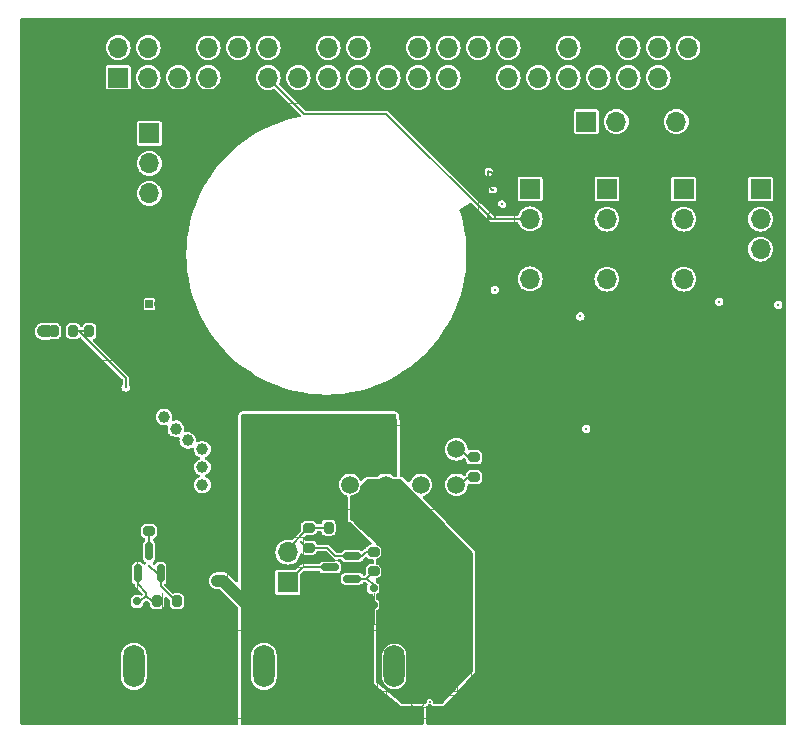
<source format=gto>
G04 #@! TF.GenerationSoftware,KiCad,Pcbnew,8.0.8*
G04 #@! TF.CreationDate,2025-02-11T20:33:09+01:00*
G04 #@! TF.ProjectId,power_motherboard,706f7765-725f-46d6-9f74-686572626f61,rev?*
G04 #@! TF.SameCoordinates,Original*
G04 #@! TF.FileFunction,Legend,Top*
G04 #@! TF.FilePolarity,Positive*
%FSLAX46Y46*%
G04 Gerber Fmt 4.6, Leading zero omitted, Abs format (unit mm)*
G04 Created by KiCad (PCBNEW 8.0.8) date 2025-02-11 20:33:09*
%MOMM*%
%LPD*%
G01*
G04 APERTURE LIST*
G04 Aperture macros list*
%AMRoundRect*
0 Rectangle with rounded corners*
0 $1 Rounding radius*
0 $2 $3 $4 $5 $6 $7 $8 $9 X,Y pos of 4 corners*
0 Add a 4 corners polygon primitive as box body*
4,1,4,$2,$3,$4,$5,$6,$7,$8,$9,$2,$3,0*
0 Add four circle primitives for the rounded corners*
1,1,$1+$1,$2,$3*
1,1,$1+$1,$4,$5*
1,1,$1+$1,$6,$7*
1,1,$1+$1,$8,$9*
0 Add four rect primitives between the rounded corners*
20,1,$1+$1,$2,$3,$4,$5,0*
20,1,$1+$1,$4,$5,$6,$7,0*
20,1,$1+$1,$6,$7,$8,$9,0*
20,1,$1+$1,$8,$9,$2,$3,0*%
G04 Aperture macros list end*
%ADD10C,0.150000*%
%ADD11C,0.200000*%
%ADD12C,0.120000*%
%ADD13C,0.100000*%
%ADD14C,0.000000*%
G04 #@! TA.AperFunction,ComponentPad*
%ADD15R,0.640000X0.640000*%
G04 #@! TD*
G04 #@! TA.AperFunction,ComponentPad*
%ADD16C,0.640000*%
G04 #@! TD*
G04 #@! TA.AperFunction,ComponentPad*
%ADD17R,1.700000X1.700000*%
G04 #@! TD*
G04 #@! TA.AperFunction,ComponentPad*
%ADD18O,1.700000X1.700000*%
G04 #@! TD*
G04 #@! TA.AperFunction,ComponentPad*
%ADD19RoundRect,0.250000X0.650000X1.550000X-0.650000X1.550000X-0.650000X-1.550000X0.650000X-1.550000X0*%
G04 #@! TD*
G04 #@! TA.AperFunction,ComponentPad*
%ADD20O,1.800000X3.600000*%
G04 #@! TD*
G04 #@! TA.AperFunction,ComponentPad*
%ADD21RoundRect,0.250001X-0.499999X-0.499999X0.499999X-0.499999X0.499999X0.499999X-0.499999X0.499999X0*%
G04 #@! TD*
G04 #@! TA.AperFunction,ComponentPad*
%ADD22C,1.500000*%
G04 #@! TD*
G04 #@! TA.AperFunction,SMDPad,CuDef*
%ADD23RoundRect,0.150000X0.150000X-0.587500X0.150000X0.587500X-0.150000X0.587500X-0.150000X-0.587500X0*%
G04 #@! TD*
G04 #@! TA.AperFunction,SMDPad,CuDef*
%ADD24RoundRect,0.150000X0.200000X-0.150000X0.200000X0.150000X-0.200000X0.150000X-0.200000X-0.150000X0*%
G04 #@! TD*
G04 #@! TA.AperFunction,SMDPad,CuDef*
%ADD25RoundRect,0.150000X0.587500X0.150000X-0.587500X0.150000X-0.587500X-0.150000X0.587500X-0.150000X0*%
G04 #@! TD*
G04 #@! TA.AperFunction,SMDPad,CuDef*
%ADD26RoundRect,0.200000X0.200000X0.275000X-0.200000X0.275000X-0.200000X-0.275000X0.200000X-0.275000X0*%
G04 #@! TD*
G04 #@! TA.AperFunction,SMDPad,CuDef*
%ADD27RoundRect,0.200000X-0.275000X0.200000X-0.275000X-0.200000X0.275000X-0.200000X0.275000X0.200000X0*%
G04 #@! TD*
G04 #@! TA.AperFunction,SMDPad,CuDef*
%ADD28RoundRect,0.150000X-0.150000X-0.200000X0.150000X-0.200000X0.150000X0.200000X-0.150000X0.200000X0*%
G04 #@! TD*
G04 #@! TA.AperFunction,SMDPad,CuDef*
%ADD29RoundRect,0.200000X0.275000X-0.200000X0.275000X0.200000X-0.275000X0.200000X-0.275000X-0.200000X0*%
G04 #@! TD*
G04 #@! TA.AperFunction,SMDPad,CuDef*
%ADD30RoundRect,0.200000X-0.200000X-0.275000X0.200000X-0.275000X0.200000X0.275000X-0.200000X0.275000X0*%
G04 #@! TD*
G04 #@! TA.AperFunction,ViaPad*
%ADD31C,0.300000*%
G04 #@! TD*
G04 #@! TA.AperFunction,ViaPad*
%ADD32C,1.000000*%
G04 #@! TD*
G04 #@! TA.AperFunction,Conductor*
%ADD33C,0.127000*%
G04 #@! TD*
G04 #@! TA.AperFunction,Conductor*
%ADD34C,1.000000*%
G04 #@! TD*
G04 APERTURE END LIST*
D10*
X156917438Y-76889411D02*
X156869819Y-76984649D01*
X156869819Y-76984649D02*
X156869819Y-77127506D01*
X156869819Y-77127506D02*
X156917438Y-77270363D01*
X156917438Y-77270363D02*
X157012676Y-77365601D01*
X157012676Y-77365601D02*
X157107914Y-77413220D01*
X157107914Y-77413220D02*
X157298390Y-77460839D01*
X157298390Y-77460839D02*
X157441247Y-77460839D01*
X157441247Y-77460839D02*
X157631723Y-77413220D01*
X157631723Y-77413220D02*
X157726961Y-77365601D01*
X157726961Y-77365601D02*
X157822200Y-77270363D01*
X157822200Y-77270363D02*
X157869819Y-77127506D01*
X157869819Y-77127506D02*
X157869819Y-77032268D01*
X157869819Y-77032268D02*
X157822200Y-76889411D01*
X157822200Y-76889411D02*
X157774580Y-76841792D01*
X157774580Y-76841792D02*
X157441247Y-76841792D01*
X157441247Y-76841792D02*
X157441247Y-77032268D01*
X157869819Y-76413220D02*
X156869819Y-76413220D01*
X156869819Y-76413220D02*
X156869819Y-76032268D01*
X156869819Y-76032268D02*
X156917438Y-75937030D01*
X156917438Y-75937030D02*
X156965057Y-75889411D01*
X156965057Y-75889411D02*
X157060295Y-75841792D01*
X157060295Y-75841792D02*
X157203152Y-75841792D01*
X157203152Y-75841792D02*
X157298390Y-75889411D01*
X157298390Y-75889411D02*
X157346009Y-75937030D01*
X157346009Y-75937030D02*
X157393628Y-76032268D01*
X157393628Y-76032268D02*
X157393628Y-76413220D01*
X157869819Y-75413220D02*
X156869819Y-75413220D01*
X156869819Y-74746554D02*
X156869819Y-74556078D01*
X156869819Y-74556078D02*
X156917438Y-74460840D01*
X156917438Y-74460840D02*
X157012676Y-74365602D01*
X157012676Y-74365602D02*
X157203152Y-74317983D01*
X157203152Y-74317983D02*
X157536485Y-74317983D01*
X157536485Y-74317983D02*
X157726961Y-74365602D01*
X157726961Y-74365602D02*
X157822200Y-74460840D01*
X157822200Y-74460840D02*
X157869819Y-74556078D01*
X157869819Y-74556078D02*
X157869819Y-74746554D01*
X157869819Y-74746554D02*
X157822200Y-74841792D01*
X157822200Y-74841792D02*
X157726961Y-74937030D01*
X157726961Y-74937030D02*
X157536485Y-74984649D01*
X157536485Y-74984649D02*
X157203152Y-74984649D01*
X157203152Y-74984649D02*
X157012676Y-74937030D01*
X157012676Y-74937030D02*
X156917438Y-74841792D01*
X156917438Y-74841792D02*
X156869819Y-74746554D01*
X157869819Y-73365602D02*
X157869819Y-73937030D01*
X157869819Y-73651316D02*
X156869819Y-73651316D01*
X156869819Y-73651316D02*
X157012676Y-73746554D01*
X157012676Y-73746554D02*
X157107914Y-73841792D01*
X157107914Y-73841792D02*
X157155533Y-73937030D01*
X156869819Y-73032268D02*
X156869819Y-72413221D01*
X156869819Y-72413221D02*
X157250771Y-72746554D01*
X157250771Y-72746554D02*
X157250771Y-72603697D01*
X157250771Y-72603697D02*
X157298390Y-72508459D01*
X157298390Y-72508459D02*
X157346009Y-72460840D01*
X157346009Y-72460840D02*
X157441247Y-72413221D01*
X157441247Y-72413221D02*
X157679342Y-72413221D01*
X157679342Y-72413221D02*
X157774580Y-72460840D01*
X157774580Y-72460840D02*
X157822200Y-72508459D01*
X157822200Y-72508459D02*
X157869819Y-72603697D01*
X157869819Y-72603697D02*
X157869819Y-72889411D01*
X157869819Y-72889411D02*
X157822200Y-72984649D01*
X157822200Y-72984649D02*
X157774580Y-73032268D01*
X161167438Y-76889411D02*
X161119819Y-76984649D01*
X161119819Y-76984649D02*
X161119819Y-77127506D01*
X161119819Y-77127506D02*
X161167438Y-77270363D01*
X161167438Y-77270363D02*
X161262676Y-77365601D01*
X161262676Y-77365601D02*
X161357914Y-77413220D01*
X161357914Y-77413220D02*
X161548390Y-77460839D01*
X161548390Y-77460839D02*
X161691247Y-77460839D01*
X161691247Y-77460839D02*
X161881723Y-77413220D01*
X161881723Y-77413220D02*
X161976961Y-77365601D01*
X161976961Y-77365601D02*
X162072200Y-77270363D01*
X162072200Y-77270363D02*
X162119819Y-77127506D01*
X162119819Y-77127506D02*
X162119819Y-77032268D01*
X162119819Y-77032268D02*
X162072200Y-76889411D01*
X162072200Y-76889411D02*
X162024580Y-76841792D01*
X162024580Y-76841792D02*
X161691247Y-76841792D01*
X161691247Y-76841792D02*
X161691247Y-77032268D01*
X162119819Y-76413220D02*
X161119819Y-76413220D01*
X161119819Y-76413220D02*
X161119819Y-76032268D01*
X161119819Y-76032268D02*
X161167438Y-75937030D01*
X161167438Y-75937030D02*
X161215057Y-75889411D01*
X161215057Y-75889411D02*
X161310295Y-75841792D01*
X161310295Y-75841792D02*
X161453152Y-75841792D01*
X161453152Y-75841792D02*
X161548390Y-75889411D01*
X161548390Y-75889411D02*
X161596009Y-75937030D01*
X161596009Y-75937030D02*
X161643628Y-76032268D01*
X161643628Y-76032268D02*
X161643628Y-76413220D01*
X162119819Y-75413220D02*
X161119819Y-75413220D01*
X161119819Y-74746554D02*
X161119819Y-74556078D01*
X161119819Y-74556078D02*
X161167438Y-74460840D01*
X161167438Y-74460840D02*
X161262676Y-74365602D01*
X161262676Y-74365602D02*
X161453152Y-74317983D01*
X161453152Y-74317983D02*
X161786485Y-74317983D01*
X161786485Y-74317983D02*
X161976961Y-74365602D01*
X161976961Y-74365602D02*
X162072200Y-74460840D01*
X162072200Y-74460840D02*
X162119819Y-74556078D01*
X162119819Y-74556078D02*
X162119819Y-74746554D01*
X162119819Y-74746554D02*
X162072200Y-74841792D01*
X162072200Y-74841792D02*
X161976961Y-74937030D01*
X161976961Y-74937030D02*
X161786485Y-74984649D01*
X161786485Y-74984649D02*
X161453152Y-74984649D01*
X161453152Y-74984649D02*
X161262676Y-74937030D01*
X161262676Y-74937030D02*
X161167438Y-74841792D01*
X161167438Y-74841792D02*
X161119819Y-74746554D01*
X161215057Y-73937030D02*
X161167438Y-73889411D01*
X161167438Y-73889411D02*
X161119819Y-73794173D01*
X161119819Y-73794173D02*
X161119819Y-73556078D01*
X161119819Y-73556078D02*
X161167438Y-73460840D01*
X161167438Y-73460840D02*
X161215057Y-73413221D01*
X161215057Y-73413221D02*
X161310295Y-73365602D01*
X161310295Y-73365602D02*
X161405533Y-73365602D01*
X161405533Y-73365602D02*
X161548390Y-73413221D01*
X161548390Y-73413221D02*
X162119819Y-73984649D01*
X162119819Y-73984649D02*
X162119819Y-73365602D01*
X161119819Y-72508459D02*
X161119819Y-72698935D01*
X161119819Y-72698935D02*
X161167438Y-72794173D01*
X161167438Y-72794173D02*
X161215057Y-72841792D01*
X161215057Y-72841792D02*
X161357914Y-72937030D01*
X161357914Y-72937030D02*
X161548390Y-72984649D01*
X161548390Y-72984649D02*
X161929342Y-72984649D01*
X161929342Y-72984649D02*
X162024580Y-72937030D01*
X162024580Y-72937030D02*
X162072200Y-72889411D01*
X162072200Y-72889411D02*
X162119819Y-72794173D01*
X162119819Y-72794173D02*
X162119819Y-72603697D01*
X162119819Y-72603697D02*
X162072200Y-72508459D01*
X162072200Y-72508459D02*
X162024580Y-72460840D01*
X162024580Y-72460840D02*
X161929342Y-72413221D01*
X161929342Y-72413221D02*
X161691247Y-72413221D01*
X161691247Y-72413221D02*
X161596009Y-72460840D01*
X161596009Y-72460840D02*
X161548390Y-72508459D01*
X161548390Y-72508459D02*
X161500771Y-72603697D01*
X161500771Y-72603697D02*
X161500771Y-72794173D01*
X161500771Y-72794173D02*
X161548390Y-72889411D01*
X161548390Y-72889411D02*
X161596009Y-72937030D01*
X161596009Y-72937030D02*
X161691247Y-72984649D01*
X117619819Y-101639411D02*
X117619819Y-102210839D01*
X117619819Y-101925125D02*
X116619819Y-101925125D01*
X116619819Y-101925125D02*
X116762676Y-102020363D01*
X116762676Y-102020363D02*
X116857914Y-102115601D01*
X116857914Y-102115601D02*
X116905533Y-102210839D01*
X116715057Y-101258458D02*
X116667438Y-101210839D01*
X116667438Y-101210839D02*
X116619819Y-101115601D01*
X116619819Y-101115601D02*
X116619819Y-100877506D01*
X116619819Y-100877506D02*
X116667438Y-100782268D01*
X116667438Y-100782268D02*
X116715057Y-100734649D01*
X116715057Y-100734649D02*
X116810295Y-100687030D01*
X116810295Y-100687030D02*
X116905533Y-100687030D01*
X116905533Y-100687030D02*
X117048390Y-100734649D01*
X117048390Y-100734649D02*
X117619819Y-101306077D01*
X117619819Y-101306077D02*
X117619819Y-100687030D01*
X116619819Y-100401315D02*
X117619819Y-100067982D01*
X117619819Y-100067982D02*
X116619819Y-99734649D01*
X117715057Y-99639411D02*
X117715057Y-98877506D01*
X117096009Y-98639410D02*
X117096009Y-98306077D01*
X117619819Y-98163220D02*
X117619819Y-98639410D01*
X117619819Y-98639410D02*
X116619819Y-98639410D01*
X116619819Y-98639410D02*
X116619819Y-98163220D01*
X117619819Y-97258458D02*
X117619819Y-97734648D01*
X117619819Y-97734648D02*
X116619819Y-97734648D01*
X117096009Y-96925124D02*
X117096009Y-96591791D01*
X117619819Y-96448934D02*
X117619819Y-96925124D01*
X117619819Y-96925124D02*
X116619819Y-96925124D01*
X116619819Y-96925124D02*
X116619819Y-96448934D01*
X117524580Y-95448934D02*
X117572200Y-95496553D01*
X117572200Y-95496553D02*
X117619819Y-95639410D01*
X117619819Y-95639410D02*
X117619819Y-95734648D01*
X117619819Y-95734648D02*
X117572200Y-95877505D01*
X117572200Y-95877505D02*
X117476961Y-95972743D01*
X117476961Y-95972743D02*
X117381723Y-96020362D01*
X117381723Y-96020362D02*
X117191247Y-96067981D01*
X117191247Y-96067981D02*
X117048390Y-96067981D01*
X117048390Y-96067981D02*
X116857914Y-96020362D01*
X116857914Y-96020362D02*
X116762676Y-95972743D01*
X116762676Y-95972743D02*
X116667438Y-95877505D01*
X116667438Y-95877505D02*
X116619819Y-95734648D01*
X116619819Y-95734648D02*
X116619819Y-95639410D01*
X116619819Y-95639410D02*
X116667438Y-95496553D01*
X116667438Y-95496553D02*
X116715057Y-95448934D01*
X128619819Y-101389411D02*
X128619819Y-101960839D01*
X128619819Y-101675125D02*
X127619819Y-101675125D01*
X127619819Y-101675125D02*
X127762676Y-101770363D01*
X127762676Y-101770363D02*
X127857914Y-101865601D01*
X127857914Y-101865601D02*
X127905533Y-101960839D01*
X127715057Y-101008458D02*
X127667438Y-100960839D01*
X127667438Y-100960839D02*
X127619819Y-100865601D01*
X127619819Y-100865601D02*
X127619819Y-100627506D01*
X127619819Y-100627506D02*
X127667438Y-100532268D01*
X127667438Y-100532268D02*
X127715057Y-100484649D01*
X127715057Y-100484649D02*
X127810295Y-100437030D01*
X127810295Y-100437030D02*
X127905533Y-100437030D01*
X127905533Y-100437030D02*
X128048390Y-100484649D01*
X128048390Y-100484649D02*
X128619819Y-101056077D01*
X128619819Y-101056077D02*
X128619819Y-100437030D01*
X127619819Y-100151315D02*
X128619819Y-99817982D01*
X128619819Y-99817982D02*
X127619819Y-99484649D01*
X128715057Y-99389411D02*
X128715057Y-98627506D01*
X128619819Y-98389410D02*
X127619819Y-98389410D01*
X127619819Y-98389410D02*
X127619819Y-98008458D01*
X127619819Y-98008458D02*
X127667438Y-97913220D01*
X127667438Y-97913220D02*
X127715057Y-97865601D01*
X127715057Y-97865601D02*
X127810295Y-97817982D01*
X127810295Y-97817982D02*
X127953152Y-97817982D01*
X127953152Y-97817982D02*
X128048390Y-97865601D01*
X128048390Y-97865601D02*
X128096009Y-97913220D01*
X128096009Y-97913220D02*
X128143628Y-98008458D01*
X128143628Y-98008458D02*
X128143628Y-98389410D01*
X127619819Y-97198934D02*
X127619819Y-97008458D01*
X127619819Y-97008458D02*
X127667438Y-96913220D01*
X127667438Y-96913220D02*
X127762676Y-96817982D01*
X127762676Y-96817982D02*
X127953152Y-96770363D01*
X127953152Y-96770363D02*
X128286485Y-96770363D01*
X128286485Y-96770363D02*
X128476961Y-96817982D01*
X128476961Y-96817982D02*
X128572200Y-96913220D01*
X128572200Y-96913220D02*
X128619819Y-97008458D01*
X128619819Y-97008458D02*
X128619819Y-97198934D01*
X128619819Y-97198934D02*
X128572200Y-97294172D01*
X128572200Y-97294172D02*
X128476961Y-97389410D01*
X128476961Y-97389410D02*
X128286485Y-97437029D01*
X128286485Y-97437029D02*
X127953152Y-97437029D01*
X127953152Y-97437029D02*
X127762676Y-97389410D01*
X127762676Y-97389410D02*
X127667438Y-97294172D01*
X127667438Y-97294172D02*
X127619819Y-97198934D01*
X127619819Y-96437029D02*
X128619819Y-96198934D01*
X128619819Y-96198934D02*
X127905533Y-96008458D01*
X127905533Y-96008458D02*
X128619819Y-95817982D01*
X128619819Y-95817982D02*
X127619819Y-95579887D01*
D11*
G36*
X145538520Y-100150000D02*
G01*
X145408827Y-100150000D01*
X145408827Y-99366468D01*
X145116957Y-100150000D01*
X145026587Y-100150000D01*
X144732763Y-99366224D01*
X144732763Y-100150000D01*
X144617480Y-100150000D01*
X144617480Y-99196475D01*
X144805059Y-99196475D01*
X145082030Y-99932135D01*
X145353628Y-99196475D01*
X145538520Y-99196475D01*
X145538520Y-100150000D01*
G37*
G36*
X146061475Y-99434641D02*
G01*
X146110109Y-99445718D01*
X146161294Y-99467974D01*
X146206494Y-99500281D01*
X146240474Y-99535973D01*
X146269360Y-99577060D01*
X146292269Y-99621737D01*
X146309202Y-99670002D01*
X146320158Y-99721857D01*
X146325139Y-99777301D01*
X146325471Y-99796580D01*
X146323234Y-99845829D01*
X146314648Y-99901150D01*
X146299621Y-99952350D01*
X146278154Y-99999428D01*
X146250248Y-100042384D01*
X146233879Y-100062316D01*
X146197735Y-100097427D01*
X146150792Y-100129209D01*
X146098706Y-100151102D01*
X146049968Y-100161999D01*
X145997452Y-100165631D01*
X145944682Y-100161887D01*
X145896462Y-100150656D01*
X145845957Y-100128089D01*
X145801647Y-100095331D01*
X145768597Y-100059141D01*
X145740790Y-100017439D01*
X145718737Y-99972198D01*
X145702437Y-99923420D01*
X145691889Y-99871105D01*
X145687095Y-99815251D01*
X145686775Y-99795847D01*
X145686808Y-99795115D01*
X145820621Y-99795115D01*
X145822501Y-99845278D01*
X145829448Y-99896552D01*
X145843656Y-99945592D01*
X145867633Y-99988572D01*
X145874110Y-99996371D01*
X145913827Y-100030440D01*
X145959433Y-100050367D01*
X146006001Y-100056210D01*
X146057098Y-100048793D01*
X146102249Y-100026541D01*
X146138136Y-99993440D01*
X146166472Y-99947043D01*
X146181585Y-99899828D01*
X146189298Y-99851152D01*
X146191870Y-99795603D01*
X146189182Y-99740016D01*
X146181117Y-99691652D01*
X146165318Y-99645223D01*
X146135694Y-99600453D01*
X146094851Y-99566245D01*
X146049563Y-99546237D01*
X146004535Y-99540369D01*
X145954412Y-99547527D01*
X145909830Y-99568999D01*
X145874110Y-99600942D01*
X145845903Y-99645931D01*
X145829448Y-99698617D01*
X145822501Y-99747582D01*
X145820621Y-99795115D01*
X145686808Y-99795115D01*
X145689024Y-99745644D01*
X145697656Y-99689682D01*
X145712763Y-99638391D01*
X145734344Y-99591771D01*
X145762399Y-99549822D01*
X145778855Y-99530600D01*
X145815056Y-99496734D01*
X145861285Y-99466079D01*
X145911815Y-99444962D01*
X145966645Y-99433381D01*
X146008443Y-99430949D01*
X146061475Y-99434641D01*
G37*
G36*
X146792463Y-100056210D02*
G01*
X146792463Y-100165631D01*
X146740177Y-100165631D01*
X146691069Y-100165631D01*
X146685729Y-100165631D01*
X146636728Y-100162238D01*
X146584664Y-100148456D01*
X146535662Y-100117921D01*
X146501362Y-100072120D01*
X146484007Y-100022290D01*
X146476861Y-99961858D01*
X146476657Y-99948499D01*
X146476657Y-99540369D01*
X146353558Y-99540369D01*
X146353558Y-99446580D01*
X146476901Y-99446580D01*
X146481542Y-99269260D01*
X146597313Y-99258269D01*
X146597313Y-99446580D01*
X146752651Y-99446580D01*
X146752651Y-99540369D01*
X146597313Y-99540369D01*
X146597313Y-99959002D01*
X146607426Y-100010264D01*
X146646261Y-100046717D01*
X146694500Y-100056115D01*
X146700872Y-100056210D01*
X146751071Y-100056210D01*
X146792463Y-100056210D01*
G37*
G36*
X147446789Y-100150000D02*
G01*
X147323447Y-100150000D01*
X147323447Y-99730635D01*
X147321996Y-99678617D01*
X147315719Y-99629083D01*
X147314654Y-99624633D01*
X147289649Y-99580049D01*
X147273133Y-99565282D01*
X147228520Y-99543873D01*
X147197906Y-99540369D01*
X147146334Y-99547787D01*
X147100766Y-99570038D01*
X147064549Y-99603140D01*
X147036085Y-99646488D01*
X147019480Y-99692802D01*
X147011415Y-99746033D01*
X147010572Y-99771912D01*
X147010572Y-100150000D01*
X146887229Y-100150000D01*
X146887229Y-99196475D01*
X147010572Y-99196475D01*
X147010572Y-99547697D01*
X147041131Y-99502206D01*
X147079380Y-99467888D01*
X147125320Y-99444744D01*
X147178950Y-99432773D01*
X147213049Y-99430949D01*
X147261991Y-99435020D01*
X147309649Y-99448510D01*
X147325401Y-99455617D01*
X147366785Y-99482003D01*
X147401360Y-99520341D01*
X147425703Y-99564941D01*
X147437264Y-99598988D01*
X147444408Y-99650218D01*
X147446557Y-99700102D01*
X147446789Y-99726727D01*
X147446789Y-100150000D01*
G37*
G36*
X147968073Y-99434340D02*
G01*
X148022014Y-99446871D01*
X148070742Y-99468634D01*
X148114258Y-99499631D01*
X148142149Y-99527424D01*
X148171103Y-99567092D01*
X148194218Y-99613921D01*
X148211495Y-99667911D01*
X148221431Y-99718373D01*
X148227313Y-99773808D01*
X148229099Y-99821737D01*
X147724982Y-99821737D01*
X147728009Y-99876928D01*
X147738882Y-99929929D01*
X147760565Y-99976709D01*
X147788241Y-100006873D01*
X147832765Y-100034963D01*
X147879021Y-100051392D01*
X147922575Y-100056210D01*
X147974871Y-100050168D01*
X148026108Y-100028465D01*
X148063478Y-99996526D01*
X148093882Y-99952503D01*
X148104780Y-99929937D01*
X148219574Y-99953872D01*
X148200889Y-99999683D01*
X148172278Y-100045418D01*
X148135631Y-100085009D01*
X148106734Y-100107990D01*
X148064144Y-100133208D01*
X148017951Y-100151221D01*
X147968156Y-100162028D01*
X147914759Y-100165631D01*
X147862120Y-100162093D01*
X147813379Y-100151480D01*
X147761442Y-100130156D01*
X147714811Y-100099201D01*
X147679064Y-100065003D01*
X147648436Y-100025095D01*
X147624144Y-99980842D01*
X147606189Y-99932245D01*
X147594572Y-99879302D01*
X147589291Y-99822015D01*
X147588939Y-99801953D01*
X147591223Y-99751743D01*
X147594936Y-99727948D01*
X147730111Y-99727948D01*
X148095010Y-99727948D01*
X148088613Y-99677484D01*
X148076692Y-99640265D01*
X148049961Y-99597495D01*
X148018806Y-99569678D01*
X147974110Y-99547697D01*
X147924665Y-99540398D01*
X147921109Y-99540369D01*
X147870789Y-99546632D01*
X147822148Y-99567750D01*
X147789951Y-99593370D01*
X147758637Y-99633075D01*
X147738579Y-99679648D01*
X147730111Y-99727948D01*
X147594936Y-99727948D01*
X147599992Y-99695552D01*
X147615340Y-99643791D01*
X147637264Y-99596462D01*
X147665766Y-99553563D01*
X147682484Y-99533775D01*
X147719255Y-99498830D01*
X147766430Y-99467199D01*
X147818210Y-99445408D01*
X147866258Y-99434564D01*
X147917690Y-99430949D01*
X147968073Y-99434340D01*
G37*
G36*
X148495568Y-100150000D02*
G01*
X148372226Y-100150000D01*
X148372226Y-99446580D01*
X148482623Y-99446580D01*
X148482623Y-99575296D01*
X148506790Y-99530965D01*
X148537010Y-99492284D01*
X148571039Y-99464166D01*
X148617502Y-99441459D01*
X148668424Y-99431241D01*
X148678750Y-99430949D01*
X148729064Y-99430949D01*
X148729064Y-99556001D01*
X148699267Y-99556001D01*
X148648372Y-99561892D01*
X148598944Y-99581982D01*
X148559970Y-99612617D01*
X148556385Y-99616329D01*
X148525993Y-99657826D01*
X148505952Y-99706909D01*
X148496767Y-99757568D01*
X148495568Y-99775819D01*
X148495568Y-100150000D01*
G37*
G36*
X148956699Y-99547941D02*
G01*
X148987240Y-99502355D01*
X149024793Y-99467966D01*
X149069359Y-99444773D01*
X149120937Y-99432777D01*
X149153558Y-99430949D01*
X149205581Y-99435495D01*
X149253723Y-99449134D01*
X149297985Y-99471866D01*
X149338366Y-99503691D01*
X149359699Y-99525959D01*
X149391962Y-99571463D01*
X149413308Y-99616904D01*
X149428833Y-99668286D01*
X149438536Y-99725611D01*
X149442174Y-99777920D01*
X149442498Y-99800000D01*
X149439638Y-99856251D01*
X149431060Y-99909050D01*
X149416764Y-99958398D01*
X149396748Y-100004293D01*
X149371014Y-100046737D01*
X149361165Y-100060118D01*
X149323209Y-100101231D01*
X149280508Y-100132246D01*
X149233063Y-100153163D01*
X149180872Y-100163982D01*
X149148918Y-100165631D01*
X149096851Y-100161604D01*
X149042944Y-100146726D01*
X148996400Y-100120885D01*
X148957218Y-100084081D01*
X148933740Y-100051081D01*
X148898813Y-100150000D01*
X148833356Y-100150000D01*
X148833356Y-99730390D01*
X148956699Y-99730390D01*
X148956699Y-99875226D01*
X148964626Y-99924673D01*
X148984653Y-99973878D01*
X149019469Y-100013468D01*
X149062128Y-100039514D01*
X149110357Y-100054165D01*
X149137194Y-100056210D01*
X149187575Y-100048418D01*
X149230913Y-100025041D01*
X149264200Y-99990265D01*
X149289832Y-99944111D01*
X149304783Y-99894131D01*
X149311618Y-99842988D01*
X149312805Y-99807815D01*
X149310561Y-99755330D01*
X149302501Y-99701845D01*
X149286427Y-99649958D01*
X149265910Y-99611200D01*
X149233119Y-99573848D01*
X149189004Y-99548739D01*
X149136461Y-99540369D01*
X149085848Y-99549117D01*
X149042634Y-99572718D01*
X149018981Y-99593370D01*
X148987929Y-99633473D01*
X148966979Y-99680907D01*
X148956699Y-99730390D01*
X148833356Y-99730390D01*
X148833356Y-99196475D01*
X148956699Y-99196475D01*
X148956699Y-99547941D01*
G37*
G36*
X149904880Y-99434641D02*
G01*
X149953515Y-99445718D01*
X150004699Y-99467974D01*
X150049899Y-99500281D01*
X150083879Y-99535973D01*
X150112765Y-99577060D01*
X150135674Y-99621737D01*
X150152607Y-99670002D01*
X150163564Y-99721857D01*
X150168544Y-99777301D01*
X150168876Y-99796580D01*
X150166640Y-99845829D01*
X150158053Y-99901150D01*
X150143027Y-99952350D01*
X150121560Y-99999428D01*
X150093653Y-100042384D01*
X150077285Y-100062316D01*
X150041141Y-100097427D01*
X149994198Y-100129209D01*
X149942112Y-100151102D01*
X149893374Y-100161999D01*
X149840858Y-100165631D01*
X149788087Y-100161887D01*
X149739867Y-100150656D01*
X149689363Y-100128089D01*
X149645052Y-100095331D01*
X149612002Y-100059141D01*
X149584196Y-100017439D01*
X149562142Y-99972198D01*
X149545842Y-99923420D01*
X149535295Y-99871105D01*
X149530501Y-99815251D01*
X149530181Y-99795847D01*
X149530214Y-99795115D01*
X149664026Y-99795115D01*
X149665906Y-99845278D01*
X149672854Y-99896552D01*
X149687062Y-99945592D01*
X149711038Y-99988572D01*
X149717515Y-99996371D01*
X149757233Y-100030440D01*
X149802838Y-100050367D01*
X149849406Y-100056210D01*
X149900503Y-100048793D01*
X149945654Y-100026541D01*
X149981542Y-99993440D01*
X150009878Y-99947043D01*
X150024990Y-99899828D01*
X150032704Y-99851152D01*
X150035275Y-99795603D01*
X150032587Y-99740016D01*
X150024523Y-99691652D01*
X150008723Y-99645223D01*
X149979099Y-99600453D01*
X149938256Y-99566245D01*
X149892968Y-99546237D01*
X149847941Y-99540369D01*
X149797818Y-99547527D01*
X149753236Y-99568999D01*
X149717515Y-99600942D01*
X149689308Y-99645931D01*
X149672854Y-99698617D01*
X149665906Y-99747582D01*
X149664026Y-99795115D01*
X149530214Y-99795115D01*
X149532429Y-99745644D01*
X149541061Y-99689682D01*
X149556168Y-99638391D01*
X149577749Y-99591771D01*
X149605805Y-99549822D01*
X149622260Y-99530600D01*
X149658462Y-99496734D01*
X149704691Y-99466079D01*
X149755220Y-99444962D01*
X149810051Y-99433381D01*
X149851849Y-99430949D01*
X149904880Y-99434641D01*
G37*
G36*
X150635759Y-99433233D02*
G01*
X150689078Y-99441671D01*
X150740083Y-99458928D01*
X150784800Y-99488050D01*
X150792916Y-99495917D01*
X150823023Y-99539804D01*
X150841513Y-99591140D01*
X150851306Y-99645577D01*
X150854955Y-99699307D01*
X150855198Y-99718667D01*
X150855198Y-100009316D01*
X150857247Y-100058227D01*
X150864157Y-100110926D01*
X150872540Y-100150000D01*
X150749197Y-100150000D01*
X150741927Y-100100807D01*
X150737492Y-100049943D01*
X150737229Y-100045952D01*
X150705082Y-100092585D01*
X150661855Y-100127764D01*
X150615985Y-100148801D01*
X150561975Y-100161424D01*
X150510749Y-100165514D01*
X150499825Y-100165631D01*
X150449988Y-100162639D01*
X150399472Y-100151892D01*
X150350852Y-100130460D01*
X150314933Y-100103105D01*
X150280801Y-100061417D01*
X150259311Y-100014815D01*
X150250462Y-99963300D01*
X150250288Y-99955826D01*
X150381367Y-99955826D01*
X150395297Y-100002843D01*
X150417027Y-100026657D01*
X150461051Y-100048822D01*
X150513298Y-100056095D01*
X150521807Y-100056210D01*
X150572271Y-100051438D01*
X150621997Y-100034942D01*
X150665045Y-100006664D01*
X150676657Y-99995882D01*
X150708599Y-99956102D01*
X150730072Y-99907551D01*
X150737170Y-99859055D01*
X150737229Y-99853977D01*
X150735764Y-99821249D01*
X150686000Y-99818619D01*
X150642707Y-99817585D01*
X150590446Y-99819303D01*
X150537503Y-99825474D01*
X150486590Y-99837781D01*
X150449023Y-99853489D01*
X150407795Y-99884595D01*
X150384605Y-99928139D01*
X150381367Y-99955826D01*
X150250288Y-99955826D01*
X150250209Y-99952407D01*
X150255949Y-99901467D01*
X150273168Y-99855382D01*
X150301866Y-99814150D01*
X150342044Y-99777773D01*
X150388218Y-99751221D01*
X150437339Y-99733653D01*
X150485004Y-99722673D01*
X150538786Y-99715020D01*
X150598686Y-99710694D01*
X150651011Y-99709630D01*
X150700414Y-99710682D01*
X150735275Y-99712072D01*
X150733300Y-99662789D01*
X150724044Y-99613982D01*
X150723307Y-99611933D01*
X150692098Y-99571924D01*
X150672260Y-99559909D01*
X150623364Y-99544663D01*
X150572019Y-99540388D01*
X150567969Y-99540369D01*
X150513312Y-99544259D01*
X150461179Y-99558630D01*
X150416941Y-99588019D01*
X150389067Y-99631238D01*
X150382833Y-99651011D01*
X150268039Y-99630983D01*
X150286111Y-99573356D01*
X150315752Y-99525496D01*
X150356961Y-99487404D01*
X150409738Y-99459078D01*
X150460288Y-99443451D01*
X150518242Y-99434074D01*
X150583600Y-99430949D01*
X150635759Y-99433233D01*
G37*
G36*
X151174424Y-100150000D02*
G01*
X151051081Y-100150000D01*
X151051081Y-99446580D01*
X151161479Y-99446580D01*
X151161479Y-99575296D01*
X151185646Y-99530965D01*
X151215865Y-99492284D01*
X151249895Y-99464166D01*
X151296357Y-99441459D01*
X151347280Y-99431241D01*
X151357606Y-99430949D01*
X151407920Y-99430949D01*
X151407920Y-99556001D01*
X151378122Y-99556001D01*
X151327227Y-99561892D01*
X151277799Y-99581982D01*
X151238825Y-99612617D01*
X151235240Y-99616329D01*
X151204848Y-99657826D01*
X151184808Y-99706909D01*
X151175622Y-99757568D01*
X151174424Y-99775819D01*
X151174424Y-100150000D01*
G37*
G36*
X152058094Y-100150000D02*
G01*
X151944033Y-100150000D01*
X151944033Y-100049127D01*
X151913303Y-100094523D01*
X151873902Y-100128768D01*
X151825828Y-100151864D01*
X151777720Y-100162787D01*
X151732763Y-100165631D01*
X151680001Y-100160711D01*
X151631563Y-100145949D01*
X151587450Y-100121347D01*
X151547661Y-100086905D01*
X151526866Y-100062805D01*
X151495651Y-100015282D01*
X151474997Y-99970511D01*
X151459976Y-99922014D01*
X151450588Y-99869790D01*
X151446833Y-99813839D01*
X151446755Y-99804152D01*
X151447333Y-99792184D01*
X151580600Y-99792184D01*
X151582797Y-99846206D01*
X151590689Y-99900504D01*
X151606428Y-99952102D01*
X151626517Y-99989532D01*
X151661982Y-100027494D01*
X151709558Y-100050936D01*
X151751325Y-100056210D01*
X151803177Y-100047761D01*
X151846545Y-100025171D01*
X151879064Y-99996127D01*
X151908302Y-99956370D01*
X151927956Y-99907900D01*
X151934508Y-99854466D01*
X151934508Y-99721353D01*
X151928187Y-99668661D01*
X151906875Y-99620067D01*
X151881018Y-99589706D01*
X151838612Y-99559642D01*
X151791259Y-99543453D01*
X151756943Y-99540369D01*
X151707502Y-99548133D01*
X151664295Y-99571423D01*
X151630425Y-99606071D01*
X151604150Y-99652372D01*
X151588823Y-99703261D01*
X151581816Y-99755826D01*
X151580600Y-99792184D01*
X151447333Y-99792184D01*
X151449554Y-99746197D01*
X151457952Y-99691953D01*
X151471948Y-99641417D01*
X151491543Y-99594591D01*
X151516736Y-99551475D01*
X151526378Y-99537927D01*
X151563737Y-99496243D01*
X151606146Y-99464797D01*
X151653603Y-99443590D01*
X151706110Y-99432620D01*
X151738381Y-99430949D01*
X151791844Y-99435401D01*
X151839393Y-99448760D01*
X151886494Y-99474932D01*
X151925870Y-99512737D01*
X151934508Y-99524005D01*
X151934508Y-99196475D01*
X152058094Y-99196475D01*
X152058094Y-100150000D01*
G37*
G36*
X153364305Y-100150000D02*
G01*
X153218248Y-100150000D01*
X152941277Y-99638311D01*
X152735380Y-99894766D01*
X152735380Y-100150000D01*
X152602267Y-100150000D01*
X152602267Y-99196475D01*
X152735380Y-99196475D01*
X152735380Y-99711095D01*
X153147662Y-99196475D01*
X153294696Y-99196475D01*
X153033600Y-99529623D01*
X153364305Y-100150000D01*
G37*
G36*
X153595359Y-100150000D02*
G01*
X153472016Y-100150000D01*
X153472016Y-99446580D01*
X153582414Y-99446580D01*
X153582414Y-99575296D01*
X153606581Y-99530965D01*
X153636801Y-99492284D01*
X153670830Y-99464166D01*
X153717292Y-99441459D01*
X153768215Y-99431241D01*
X153778541Y-99430949D01*
X153828855Y-99430949D01*
X153828855Y-99556001D01*
X153799057Y-99556001D01*
X153748162Y-99561892D01*
X153698734Y-99581982D01*
X153659761Y-99612617D01*
X153656175Y-99616329D01*
X153625783Y-99657826D01*
X153605743Y-99706909D01*
X153596557Y-99757568D01*
X153595359Y-99775819D01*
X153595359Y-100150000D01*
G37*
G36*
X154257392Y-99433233D02*
G01*
X154310711Y-99441671D01*
X154361716Y-99458928D01*
X154406433Y-99488050D01*
X154414549Y-99495917D01*
X154444656Y-99539804D01*
X154463146Y-99591140D01*
X154472939Y-99645577D01*
X154476588Y-99699307D01*
X154476831Y-99718667D01*
X154476831Y-100009316D01*
X154478880Y-100058227D01*
X154485790Y-100110926D01*
X154494173Y-100150000D01*
X154370830Y-100150000D01*
X154363560Y-100100807D01*
X154359125Y-100049943D01*
X154358862Y-100045952D01*
X154326715Y-100092585D01*
X154283488Y-100127764D01*
X154237618Y-100148801D01*
X154183608Y-100161424D01*
X154132382Y-100165514D01*
X154121458Y-100165631D01*
X154071621Y-100162639D01*
X154021105Y-100151892D01*
X153972485Y-100130460D01*
X153936566Y-100103105D01*
X153902434Y-100061417D01*
X153880944Y-100014815D01*
X153872095Y-99963300D01*
X153871921Y-99955826D01*
X154003000Y-99955826D01*
X154016930Y-100002843D01*
X154038660Y-100026657D01*
X154082684Y-100048822D01*
X154134930Y-100056095D01*
X154143440Y-100056210D01*
X154193904Y-100051438D01*
X154243630Y-100034942D01*
X154286678Y-100006664D01*
X154298290Y-99995882D01*
X154330232Y-99956102D01*
X154351705Y-99907551D01*
X154358803Y-99859055D01*
X154358862Y-99853977D01*
X154357397Y-99821249D01*
X154307633Y-99818619D01*
X154264340Y-99817585D01*
X154212079Y-99819303D01*
X154159136Y-99825474D01*
X154108223Y-99837781D01*
X154070655Y-99853489D01*
X154029428Y-99884595D01*
X154006238Y-99928139D01*
X154003000Y-99955826D01*
X153871921Y-99955826D01*
X153871842Y-99952407D01*
X153877581Y-99901467D01*
X153894801Y-99855382D01*
X153923499Y-99814150D01*
X153963677Y-99777773D01*
X154009851Y-99751221D01*
X154058972Y-99733653D01*
X154106636Y-99722673D01*
X154160419Y-99715020D01*
X154220319Y-99710694D01*
X154272644Y-99709630D01*
X154322047Y-99710682D01*
X154356908Y-99712072D01*
X154354933Y-99662789D01*
X154345676Y-99613982D01*
X154344940Y-99611933D01*
X154313731Y-99571924D01*
X154293893Y-99559909D01*
X154244996Y-99544663D01*
X154193652Y-99540388D01*
X154189602Y-99540369D01*
X154134945Y-99544259D01*
X154082812Y-99558630D01*
X154038574Y-99588019D01*
X154010700Y-99631238D01*
X154004466Y-99651011D01*
X153889672Y-99630983D01*
X153907744Y-99573356D01*
X153937385Y-99525496D01*
X153978594Y-99487404D01*
X154031371Y-99459078D01*
X154081921Y-99443451D01*
X154139875Y-99434074D01*
X154205233Y-99430949D01*
X154257392Y-99433233D01*
G37*
G36*
X154796057Y-99547941D02*
G01*
X154826598Y-99502355D01*
X154864151Y-99467966D01*
X154908717Y-99444773D01*
X154960295Y-99432777D01*
X154992916Y-99430949D01*
X155044939Y-99435495D01*
X155093081Y-99449134D01*
X155137343Y-99471866D01*
X155177724Y-99503691D01*
X155199057Y-99525959D01*
X155231320Y-99571463D01*
X155252666Y-99616904D01*
X155268191Y-99668286D01*
X155277894Y-99725611D01*
X155281532Y-99777920D01*
X155281856Y-99800000D01*
X155278996Y-99856251D01*
X155270418Y-99909050D01*
X155256122Y-99958398D01*
X155236106Y-100004293D01*
X155210372Y-100046737D01*
X155200523Y-100060118D01*
X155162567Y-100101231D01*
X155119866Y-100132246D01*
X155072421Y-100153163D01*
X155020230Y-100163982D01*
X154988276Y-100165631D01*
X154936209Y-100161604D01*
X154882302Y-100146726D01*
X154835758Y-100120885D01*
X154796576Y-100084081D01*
X154773098Y-100051081D01*
X154738171Y-100150000D01*
X154672714Y-100150000D01*
X154672714Y-99730390D01*
X154796057Y-99730390D01*
X154796057Y-99875226D01*
X154803984Y-99924673D01*
X154824011Y-99973878D01*
X154858827Y-100013468D01*
X154901486Y-100039514D01*
X154949715Y-100054165D01*
X154976552Y-100056210D01*
X155026933Y-100048418D01*
X155070271Y-100025041D01*
X155103558Y-99990265D01*
X155129190Y-99944111D01*
X155144141Y-99894131D01*
X155150976Y-99842988D01*
X155152163Y-99807815D01*
X155149919Y-99755330D01*
X155141859Y-99701845D01*
X155125785Y-99649958D01*
X155105268Y-99611200D01*
X155072477Y-99573848D01*
X155028362Y-99548739D01*
X154975819Y-99540369D01*
X154925206Y-99549117D01*
X154881992Y-99572718D01*
X154858339Y-99593370D01*
X154827287Y-99633473D01*
X154806337Y-99680907D01*
X154796057Y-99730390D01*
X154672714Y-99730390D01*
X154672714Y-99196475D01*
X154796057Y-99196475D01*
X154796057Y-99547941D01*
G37*
G36*
X155550767Y-99196475D02*
G01*
X155550767Y-99337159D01*
X155419120Y-99337159D01*
X155419120Y-99196475D01*
X155550767Y-99196475D01*
G37*
G36*
X155547348Y-99446580D02*
G01*
X155547348Y-100150000D01*
X155424005Y-100150000D01*
X155424005Y-99446580D01*
X155547348Y-99446580D01*
G37*
G36*
X145253977Y-101720579D02*
G01*
X145253977Y-101830000D01*
X144572784Y-101830000D01*
X144572784Y-101724487D01*
X144621108Y-101688192D01*
X144666917Y-101653496D01*
X144710211Y-101620399D01*
X144750990Y-101588901D01*
X144807443Y-101544653D01*
X144858237Y-101504002D01*
X144903373Y-101466949D01*
X144942850Y-101433494D01*
X144986684Y-101394484D01*
X145027330Y-101354716D01*
X145044173Y-101335652D01*
X145073294Y-101295401D01*
X145097818Y-101249742D01*
X145114240Y-101198815D01*
X145118911Y-101153935D01*
X145111638Y-101101209D01*
X145089819Y-101055872D01*
X145057362Y-101021067D01*
X145012963Y-100992143D01*
X144964063Y-100975226D01*
X144915701Y-100970265D01*
X144865812Y-100975822D01*
X144819645Y-100992495D01*
X144777198Y-101020282D01*
X144769155Y-101027173D01*
X144734808Y-101067574D01*
X144713033Y-101112458D01*
X144699912Y-101165419D01*
X144696859Y-101191549D01*
X144571318Y-101153691D01*
X144586560Y-101101356D01*
X144605356Y-101054169D01*
X144635947Y-100999260D01*
X144672859Y-100953503D01*
X144716090Y-100916897D01*
X144765640Y-100889442D01*
X144821511Y-100871139D01*
X144883701Y-100861988D01*
X144917166Y-100860844D01*
X144970738Y-100863823D01*
X145020447Y-100872762D01*
X145073556Y-100890722D01*
X145121406Y-100916794D01*
X145158234Y-100945596D01*
X145194493Y-100984380D01*
X145221847Y-101026787D01*
X145240295Y-101072817D01*
X145249836Y-101122470D01*
X145251290Y-101152470D01*
X145247021Y-101204185D01*
X145234213Y-101254613D01*
X145212865Y-101303753D01*
X145207571Y-101313426D01*
X145176932Y-101358982D01*
X145144740Y-101397568D01*
X145105231Y-101438911D01*
X145065544Y-101476543D01*
X145043684Y-101496120D01*
X145004927Y-101529485D01*
X144963761Y-101563482D01*
X144920186Y-101598111D01*
X144874202Y-101633373D01*
X144825809Y-101669266D01*
X144785361Y-101698436D01*
X144754012Y-101720579D01*
X145253977Y-101720579D01*
G37*
G36*
X145792743Y-100864481D02*
G01*
X145842649Y-100875394D01*
X145888274Y-100893581D01*
X145937373Y-100925008D01*
X145973579Y-100959199D01*
X146005503Y-101000666D01*
X146011374Y-101009832D01*
X146038112Y-101057537D01*
X146060318Y-101107687D01*
X146077992Y-101160281D01*
X146091135Y-101215320D01*
X146099745Y-101272805D01*
X146103824Y-101332733D01*
X146104187Y-101357390D01*
X146101861Y-101417053D01*
X146094884Y-101474378D01*
X146083257Y-101529366D01*
X146066978Y-101582017D01*
X146046048Y-101632330D01*
X146020467Y-101680305D01*
X146008932Y-101698841D01*
X145977298Y-101741129D01*
X145941932Y-101776250D01*
X145894565Y-101808934D01*
X145841823Y-101831296D01*
X145793765Y-101842047D01*
X145741974Y-101845631D01*
X145691648Y-101842161D01*
X145635617Y-101828834D01*
X145584344Y-101805513D01*
X145537827Y-101772196D01*
X145502697Y-101736798D01*
X145476971Y-101703482D01*
X145448544Y-101657350D01*
X145424936Y-101607950D01*
X145406145Y-101555283D01*
X145392173Y-101499348D01*
X145383018Y-101440145D01*
X145379164Y-101390431D01*
X145378297Y-101351772D01*
X145378382Y-101348841D01*
X145512875Y-101348841D01*
X145514312Y-101402758D01*
X145518623Y-101453074D01*
X145527590Y-101508698D01*
X145540696Y-101559136D01*
X145561218Y-101611426D01*
X145571737Y-101631674D01*
X145600037Y-101672407D01*
X145638620Y-101706707D01*
X145683858Y-101727941D01*
X145735752Y-101736108D01*
X145742707Y-101736210D01*
X145796074Y-101729768D01*
X145842114Y-101710443D01*
X145880826Y-101678233D01*
X145912212Y-101633140D01*
X145933815Y-101585298D01*
X145950112Y-101532174D01*
X145959858Y-101482434D01*
X145965706Y-101428813D01*
X145967655Y-101371311D01*
X145966265Y-101318511D01*
X145962097Y-101268644D01*
X145953428Y-101212676D01*
X145940757Y-101160932D01*
X145924084Y-101113414D01*
X145910746Y-101084082D01*
X145882985Y-101039733D01*
X145844246Y-101002387D01*
X145798027Y-100979268D01*
X145744328Y-100970376D01*
X145737090Y-100970265D01*
X145684333Y-100976737D01*
X145638660Y-100996154D01*
X145600069Y-101028517D01*
X145568562Y-101073824D01*
X145546863Y-101122296D01*
X145532507Y-101169054D01*
X145522065Y-101220619D01*
X145515539Y-101276994D01*
X145513092Y-101327645D01*
X145512875Y-101348841D01*
X145378382Y-101348841D01*
X145379762Y-101301343D01*
X145385716Y-101241077D01*
X145396249Y-101183887D01*
X145411361Y-101129775D01*
X145431053Y-101078739D01*
X145455325Y-101030780D01*
X145472086Y-101003482D01*
X145503386Y-100962390D01*
X145538513Y-100928263D01*
X145585720Y-100896503D01*
X145638439Y-100874773D01*
X145686583Y-100864326D01*
X145738555Y-100860844D01*
X145792743Y-100864481D01*
G37*
G36*
X146895289Y-101720579D02*
G01*
X146895289Y-101830000D01*
X146214096Y-101830000D01*
X146214096Y-101724487D01*
X146262420Y-101688192D01*
X146308229Y-101653496D01*
X146351522Y-101620399D01*
X146392301Y-101588901D01*
X146448755Y-101544653D01*
X146499549Y-101504002D01*
X146544685Y-101466949D01*
X146584162Y-101433494D01*
X146627996Y-101394484D01*
X146668642Y-101354716D01*
X146685484Y-101335652D01*
X146714606Y-101295401D01*
X146739130Y-101249742D01*
X146755552Y-101198815D01*
X146760223Y-101153935D01*
X146752950Y-101101209D01*
X146731131Y-101055872D01*
X146698674Y-101021067D01*
X146654275Y-100992143D01*
X146605375Y-100975226D01*
X146557013Y-100970265D01*
X146507124Y-100975822D01*
X146460957Y-100992495D01*
X146418510Y-101020282D01*
X146410467Y-101027173D01*
X146376120Y-101067574D01*
X146354345Y-101112458D01*
X146341224Y-101165419D01*
X146338171Y-101191549D01*
X146212630Y-101153691D01*
X146227872Y-101101356D01*
X146246668Y-101054169D01*
X146277259Y-100999260D01*
X146314170Y-100953503D01*
X146357401Y-100916897D01*
X146406952Y-100889442D01*
X146462823Y-100871139D01*
X146525013Y-100861988D01*
X146558478Y-100860844D01*
X146612050Y-100863823D01*
X146661759Y-100872762D01*
X146714868Y-100890722D01*
X146762718Y-100916794D01*
X146799546Y-100945596D01*
X146835805Y-100984380D01*
X146863159Y-101026787D01*
X146881606Y-101072817D01*
X146891148Y-101122470D01*
X146892602Y-101152470D01*
X146888333Y-101204185D01*
X146875525Y-101254613D01*
X146854177Y-101303753D01*
X146848883Y-101313426D01*
X146818244Y-101358982D01*
X146786051Y-101397568D01*
X146746543Y-101438911D01*
X146706856Y-101476543D01*
X146684996Y-101496120D01*
X146646239Y-101529485D01*
X146605073Y-101563482D01*
X146561498Y-101598111D01*
X146515514Y-101633373D01*
X146467121Y-101669266D01*
X146426672Y-101698436D01*
X146395324Y-101720579D01*
X146895289Y-101720579D01*
G37*
G36*
X147665875Y-100876475D02*
G01*
X147654884Y-100985896D01*
X147194242Y-100985896D01*
X147175924Y-101259204D01*
X147217939Y-101225800D01*
X147263413Y-101200600D01*
X147312346Y-101183605D01*
X147364739Y-101174814D01*
X147396231Y-101173475D01*
X147445584Y-101176781D01*
X147499886Y-101188994D01*
X147550658Y-101210207D01*
X147597900Y-101240418D01*
X147629483Y-101267508D01*
X147662851Y-101304608D01*
X147693054Y-101352537D01*
X147713861Y-101405467D01*
X147724217Y-101454818D01*
X147727669Y-101507843D01*
X147723925Y-101561641D01*
X147712694Y-101611662D01*
X147693975Y-101657904D01*
X147667768Y-101700368D01*
X147634074Y-101739053D01*
X147621179Y-101751109D01*
X147579596Y-101783232D01*
X147534717Y-101808708D01*
X147486540Y-101827539D01*
X147435066Y-101839723D01*
X147380294Y-101845262D01*
X147361304Y-101845631D01*
X147309875Y-101842475D01*
X147260946Y-101833009D01*
X147214519Y-101817231D01*
X147170593Y-101795141D01*
X147146615Y-101779685D01*
X147108372Y-101748614D01*
X147072022Y-101707665D01*
X147043518Y-101660915D01*
X147025014Y-101615251D01*
X147020830Y-101601388D01*
X147135136Y-101562309D01*
X147157244Y-101612408D01*
X147184337Y-101654015D01*
X147223429Y-101692735D01*
X147269700Y-101719228D01*
X147323149Y-101733493D01*
X147362770Y-101736210D01*
X147414290Y-101732180D01*
X147465499Y-101718012D01*
X147509559Y-101693643D01*
X147534961Y-101671730D01*
X147565777Y-101632463D01*
X147586507Y-101587478D01*
X147597152Y-101536774D01*
X147598709Y-101506133D01*
X147594770Y-101456293D01*
X147580924Y-101407192D01*
X147553847Y-101361292D01*
X147535694Y-101341758D01*
X147493982Y-101310717D01*
X147447308Y-101291173D01*
X147395674Y-101283125D01*
X147384752Y-101282896D01*
X147330200Y-101288926D01*
X147279599Y-101307018D01*
X147232947Y-101337172D01*
X147196105Y-101372618D01*
X147167620Y-101408925D01*
X147063084Y-101386699D01*
X147094347Y-100876475D01*
X147665875Y-100876475D01*
G37*
G36*
X148417655Y-101126580D02*
G01*
X148172435Y-101830000D01*
X148049581Y-101830000D01*
X147795812Y-101126580D01*
X147932100Y-101126580D01*
X148119434Y-101672951D01*
X148304815Y-101126580D01*
X148417655Y-101126580D01*
G37*
G36*
X149214375Y-101720579D02*
G01*
X149214375Y-101830000D01*
X148541974Y-101830000D01*
X148541974Y-101720579D01*
X148823586Y-101720579D01*
X148823586Y-101028883D01*
X148787847Y-101064537D01*
X148750390Y-101098378D01*
X148711216Y-101130406D01*
X148670324Y-101160621D01*
X148627715Y-101189024D01*
X148583389Y-101215614D01*
X148565177Y-101225743D01*
X148565177Y-101082616D01*
X148610752Y-101058688D01*
X148653685Y-101033676D01*
X148703638Y-101000887D01*
X148749464Y-100966404D01*
X148791165Y-100930228D01*
X148828738Y-100892359D01*
X148855826Y-100860844D01*
X148951081Y-100860844D01*
X148951081Y-101720579D01*
X149214375Y-101720579D01*
G37*
D10*
X139215057Y-101710839D02*
X139167438Y-101663220D01*
X139167438Y-101663220D02*
X139119819Y-101567982D01*
X139119819Y-101567982D02*
X139119819Y-101329887D01*
X139119819Y-101329887D02*
X139167438Y-101234649D01*
X139167438Y-101234649D02*
X139215057Y-101187030D01*
X139215057Y-101187030D02*
X139310295Y-101139411D01*
X139310295Y-101139411D02*
X139405533Y-101139411D01*
X139405533Y-101139411D02*
X139548390Y-101187030D01*
X139548390Y-101187030D02*
X140119819Y-101758458D01*
X140119819Y-101758458D02*
X140119819Y-101139411D01*
X139453152Y-100282268D02*
X140119819Y-100282268D01*
X139072200Y-100520363D02*
X139786485Y-100758458D01*
X139786485Y-100758458D02*
X139786485Y-100139411D01*
X139119819Y-99901315D02*
X140119819Y-99567982D01*
X140119819Y-99567982D02*
X139119819Y-99234649D01*
G36*
X111429790Y-67791973D02*
G01*
X111617369Y-67791973D01*
X111617369Y-68105826D01*
X111429790Y-68105826D01*
X111429790Y-67791973D01*
G37*
X153002438Y-61265350D02*
X152954819Y-61360588D01*
X152954819Y-61360588D02*
X152954819Y-61503445D01*
X152954819Y-61503445D02*
X153002438Y-61646302D01*
X153002438Y-61646302D02*
X153097676Y-61741540D01*
X153097676Y-61741540D02*
X153192914Y-61789159D01*
X153192914Y-61789159D02*
X153383390Y-61836778D01*
X153383390Y-61836778D02*
X153526247Y-61836778D01*
X153526247Y-61836778D02*
X153716723Y-61789159D01*
X153716723Y-61789159D02*
X153811961Y-61741540D01*
X153811961Y-61741540D02*
X153907200Y-61646302D01*
X153907200Y-61646302D02*
X153954819Y-61503445D01*
X153954819Y-61503445D02*
X153954819Y-61408207D01*
X153954819Y-61408207D02*
X153907200Y-61265350D01*
X153907200Y-61265350D02*
X153859580Y-61217731D01*
X153859580Y-61217731D02*
X153526247Y-61217731D01*
X153526247Y-61217731D02*
X153526247Y-61408207D01*
X153954819Y-60789159D02*
X152954819Y-60789159D01*
X152954819Y-60789159D02*
X152954819Y-60408207D01*
X152954819Y-60408207D02*
X153002438Y-60312969D01*
X153002438Y-60312969D02*
X153050057Y-60265350D01*
X153050057Y-60265350D02*
X153145295Y-60217731D01*
X153145295Y-60217731D02*
X153288152Y-60217731D01*
X153288152Y-60217731D02*
X153383390Y-60265350D01*
X153383390Y-60265350D02*
X153431009Y-60312969D01*
X153431009Y-60312969D02*
X153478628Y-60408207D01*
X153478628Y-60408207D02*
X153478628Y-60789159D01*
X153954819Y-59789159D02*
X152954819Y-59789159D01*
X152954819Y-59122493D02*
X152954819Y-58932017D01*
X152954819Y-58932017D02*
X153002438Y-58836779D01*
X153002438Y-58836779D02*
X153097676Y-58741541D01*
X153097676Y-58741541D02*
X153288152Y-58693922D01*
X153288152Y-58693922D02*
X153621485Y-58693922D01*
X153621485Y-58693922D02*
X153811961Y-58741541D01*
X153811961Y-58741541D02*
X153907200Y-58836779D01*
X153907200Y-58836779D02*
X153954819Y-58932017D01*
X153954819Y-58932017D02*
X153954819Y-59122493D01*
X153954819Y-59122493D02*
X153907200Y-59217731D01*
X153907200Y-59217731D02*
X153811961Y-59312969D01*
X153811961Y-59312969D02*
X153621485Y-59360588D01*
X153621485Y-59360588D02*
X153288152Y-59360588D01*
X153288152Y-59360588D02*
X153097676Y-59312969D01*
X153097676Y-59312969D02*
X153002438Y-59217731D01*
X153002438Y-59217731D02*
X152954819Y-59122493D01*
X153954819Y-57741541D02*
X153954819Y-58312969D01*
X153954819Y-58027255D02*
X152954819Y-58027255D01*
X152954819Y-58027255D02*
X153097676Y-58122493D01*
X153097676Y-58122493D02*
X153192914Y-58217731D01*
X153192914Y-58217731D02*
X153240533Y-58312969D01*
X153050057Y-57360588D02*
X153002438Y-57312969D01*
X153002438Y-57312969D02*
X152954819Y-57217731D01*
X152954819Y-57217731D02*
X152954819Y-56979636D01*
X152954819Y-56979636D02*
X153002438Y-56884398D01*
X153002438Y-56884398D02*
X153050057Y-56836779D01*
X153050057Y-56836779D02*
X153145295Y-56789160D01*
X153145295Y-56789160D02*
X153240533Y-56789160D01*
X153240533Y-56789160D02*
X153383390Y-56836779D01*
X153383390Y-56836779D02*
X153954819Y-57408207D01*
X153954819Y-57408207D02*
X153954819Y-56789160D01*
X139752438Y-61215350D02*
X139704819Y-61310588D01*
X139704819Y-61310588D02*
X139704819Y-61453445D01*
X139704819Y-61453445D02*
X139752438Y-61596302D01*
X139752438Y-61596302D02*
X139847676Y-61691540D01*
X139847676Y-61691540D02*
X139942914Y-61739159D01*
X139942914Y-61739159D02*
X140133390Y-61786778D01*
X140133390Y-61786778D02*
X140276247Y-61786778D01*
X140276247Y-61786778D02*
X140466723Y-61739159D01*
X140466723Y-61739159D02*
X140561961Y-61691540D01*
X140561961Y-61691540D02*
X140657200Y-61596302D01*
X140657200Y-61596302D02*
X140704819Y-61453445D01*
X140704819Y-61453445D02*
X140704819Y-61358207D01*
X140704819Y-61358207D02*
X140657200Y-61215350D01*
X140657200Y-61215350D02*
X140609580Y-61167731D01*
X140609580Y-61167731D02*
X140276247Y-61167731D01*
X140276247Y-61167731D02*
X140276247Y-61358207D01*
X140704819Y-60739159D02*
X139704819Y-60739159D01*
X139704819Y-60739159D02*
X139704819Y-60358207D01*
X139704819Y-60358207D02*
X139752438Y-60262969D01*
X139752438Y-60262969D02*
X139800057Y-60215350D01*
X139800057Y-60215350D02*
X139895295Y-60167731D01*
X139895295Y-60167731D02*
X140038152Y-60167731D01*
X140038152Y-60167731D02*
X140133390Y-60215350D01*
X140133390Y-60215350D02*
X140181009Y-60262969D01*
X140181009Y-60262969D02*
X140228628Y-60358207D01*
X140228628Y-60358207D02*
X140228628Y-60739159D01*
X140704819Y-59739159D02*
X139704819Y-59739159D01*
X139704819Y-59072493D02*
X139704819Y-58882017D01*
X139704819Y-58882017D02*
X139752438Y-58786779D01*
X139752438Y-58786779D02*
X139847676Y-58691541D01*
X139847676Y-58691541D02*
X140038152Y-58643922D01*
X140038152Y-58643922D02*
X140371485Y-58643922D01*
X140371485Y-58643922D02*
X140561961Y-58691541D01*
X140561961Y-58691541D02*
X140657200Y-58786779D01*
X140657200Y-58786779D02*
X140704819Y-58882017D01*
X140704819Y-58882017D02*
X140704819Y-59072493D01*
X140704819Y-59072493D02*
X140657200Y-59167731D01*
X140657200Y-59167731D02*
X140561961Y-59262969D01*
X140561961Y-59262969D02*
X140371485Y-59310588D01*
X140371485Y-59310588D02*
X140038152Y-59310588D01*
X140038152Y-59310588D02*
X139847676Y-59262969D01*
X139847676Y-59262969D02*
X139752438Y-59167731D01*
X139752438Y-59167731D02*
X139704819Y-59072493D01*
X140704819Y-57691541D02*
X140704819Y-58262969D01*
X140704819Y-57977255D02*
X139704819Y-57977255D01*
X139704819Y-57977255D02*
X139847676Y-58072493D01*
X139847676Y-58072493D02*
X139942914Y-58167731D01*
X139942914Y-58167731D02*
X139990533Y-58262969D01*
X139704819Y-57358207D02*
X139704819Y-56691541D01*
X139704819Y-56691541D02*
X140704819Y-57120112D01*
X108954819Y-54916666D02*
X108954819Y-55392856D01*
X108954819Y-55392856D02*
X107954819Y-55392856D01*
X108859580Y-54011904D02*
X108907200Y-54059523D01*
X108907200Y-54059523D02*
X108954819Y-54202380D01*
X108954819Y-54202380D02*
X108954819Y-54297618D01*
X108954819Y-54297618D02*
X108907200Y-54440475D01*
X108907200Y-54440475D02*
X108811961Y-54535713D01*
X108811961Y-54535713D02*
X108716723Y-54583332D01*
X108716723Y-54583332D02*
X108526247Y-54630951D01*
X108526247Y-54630951D02*
X108383390Y-54630951D01*
X108383390Y-54630951D02*
X108192914Y-54583332D01*
X108192914Y-54583332D02*
X108097676Y-54535713D01*
X108097676Y-54535713D02*
X108002438Y-54440475D01*
X108002438Y-54440475D02*
X107954819Y-54297618D01*
X107954819Y-54297618D02*
X107954819Y-54202380D01*
X107954819Y-54202380D02*
X108002438Y-54059523D01*
X108002438Y-54059523D02*
X108050057Y-54011904D01*
X108954819Y-53583332D02*
X107954819Y-53583332D01*
X107954819Y-53583332D02*
X107954819Y-53345237D01*
X107954819Y-53345237D02*
X108002438Y-53202380D01*
X108002438Y-53202380D02*
X108097676Y-53107142D01*
X108097676Y-53107142D02*
X108192914Y-53059523D01*
X108192914Y-53059523D02*
X108383390Y-53011904D01*
X108383390Y-53011904D02*
X108526247Y-53011904D01*
X108526247Y-53011904D02*
X108716723Y-53059523D01*
X108716723Y-53059523D02*
X108811961Y-53107142D01*
X108811961Y-53107142D02*
X108907200Y-53202380D01*
X108907200Y-53202380D02*
X108954819Y-53345237D01*
X108954819Y-53345237D02*
X108954819Y-53583332D01*
X108954819Y-52059523D02*
X108954819Y-52630951D01*
X108954819Y-52345237D02*
X107954819Y-52345237D01*
X107954819Y-52345237D02*
X108097676Y-52440475D01*
X108097676Y-52440475D02*
X108192914Y-52535713D01*
X108192914Y-52535713D02*
X108240533Y-52630951D01*
X159704819Y-64940476D02*
X159704819Y-64369048D01*
X160704819Y-64654762D02*
X159704819Y-64654762D01*
X160704819Y-64035714D02*
X160038152Y-64035714D01*
X159704819Y-64035714D02*
X159752438Y-64083333D01*
X159752438Y-64083333D02*
X159800057Y-64035714D01*
X159800057Y-64035714D02*
X159752438Y-63988095D01*
X159752438Y-63988095D02*
X159704819Y-64035714D01*
X159704819Y-64035714D02*
X159800057Y-64035714D01*
X160704819Y-63559524D02*
X160038152Y-63559524D01*
X160228628Y-63559524D02*
X160133390Y-63511905D01*
X160133390Y-63511905D02*
X160085771Y-63464286D01*
X160085771Y-63464286D02*
X160038152Y-63369048D01*
X160038152Y-63369048D02*
X160038152Y-63273810D01*
X160657200Y-62559524D02*
X160704819Y-62654762D01*
X160704819Y-62654762D02*
X160704819Y-62845238D01*
X160704819Y-62845238D02*
X160657200Y-62940476D01*
X160657200Y-62940476D02*
X160561961Y-62988095D01*
X160561961Y-62988095D02*
X160181009Y-62988095D01*
X160181009Y-62988095D02*
X160085771Y-62940476D01*
X160085771Y-62940476D02*
X160038152Y-62845238D01*
X160038152Y-62845238D02*
X160038152Y-62654762D01*
X160038152Y-62654762D02*
X160085771Y-62559524D01*
X160085771Y-62559524D02*
X160181009Y-62511905D01*
X160181009Y-62511905D02*
X160276247Y-62511905D01*
X160276247Y-62511905D02*
X160371485Y-62988095D01*
X160038152Y-62226190D02*
X160038152Y-61845238D01*
X159704819Y-62083333D02*
X160561961Y-62083333D01*
X160561961Y-62083333D02*
X160657200Y-62035714D01*
X160657200Y-62035714D02*
X160704819Y-61940476D01*
X160704819Y-61940476D02*
X160704819Y-61845238D01*
X160038152Y-61654761D02*
X160038152Y-61273809D01*
X159704819Y-61511904D02*
X160561961Y-61511904D01*
X160561961Y-61511904D02*
X160657200Y-61464285D01*
X160657200Y-61464285D02*
X160704819Y-61369047D01*
X160704819Y-61369047D02*
X160704819Y-61273809D01*
X160657200Y-60559523D02*
X160704819Y-60654761D01*
X160704819Y-60654761D02*
X160704819Y-60845237D01*
X160704819Y-60845237D02*
X160657200Y-60940475D01*
X160657200Y-60940475D02*
X160561961Y-60988094D01*
X160561961Y-60988094D02*
X160181009Y-60988094D01*
X160181009Y-60988094D02*
X160085771Y-60940475D01*
X160085771Y-60940475D02*
X160038152Y-60845237D01*
X160038152Y-60845237D02*
X160038152Y-60654761D01*
X160038152Y-60654761D02*
X160085771Y-60559523D01*
X160085771Y-60559523D02*
X160181009Y-60511904D01*
X160181009Y-60511904D02*
X160276247Y-60511904D01*
X160276247Y-60511904D02*
X160371485Y-60988094D01*
X160704819Y-59273808D02*
X160704819Y-59321428D01*
X160704819Y-59321428D02*
X160657200Y-59416666D01*
X160657200Y-59416666D02*
X160514342Y-59559523D01*
X160514342Y-59559523D02*
X160228628Y-59797618D01*
X160228628Y-59797618D02*
X160085771Y-59892856D01*
X160085771Y-59892856D02*
X159942914Y-59940475D01*
X159942914Y-59940475D02*
X159847676Y-59940475D01*
X159847676Y-59940475D02*
X159752438Y-59892856D01*
X159752438Y-59892856D02*
X159704819Y-59797618D01*
X159704819Y-59797618D02*
X159704819Y-59749999D01*
X159704819Y-59749999D02*
X159752438Y-59654761D01*
X159752438Y-59654761D02*
X159847676Y-59607142D01*
X159847676Y-59607142D02*
X159895295Y-59607142D01*
X159895295Y-59607142D02*
X159990533Y-59654761D01*
X159990533Y-59654761D02*
X160038152Y-59702380D01*
X160038152Y-59702380D02*
X160228628Y-59988094D01*
X160228628Y-59988094D02*
X160276247Y-60035713D01*
X160276247Y-60035713D02*
X160371485Y-60083332D01*
X160371485Y-60083332D02*
X160514342Y-60083332D01*
X160514342Y-60083332D02*
X160609580Y-60035713D01*
X160609580Y-60035713D02*
X160657200Y-59988094D01*
X160657200Y-59988094D02*
X160704819Y-59892856D01*
X160704819Y-59892856D02*
X160704819Y-59749999D01*
X160704819Y-59749999D02*
X160657200Y-59654761D01*
X160657200Y-59654761D02*
X160609580Y-59607142D01*
X160609580Y-59607142D02*
X160419104Y-59464285D01*
X160419104Y-59464285D02*
X160276247Y-59416666D01*
X160276247Y-59416666D02*
X160181009Y-59416666D01*
X160181009Y-58511904D02*
X160228628Y-58369047D01*
X160228628Y-58369047D02*
X160276247Y-58321428D01*
X160276247Y-58321428D02*
X160371485Y-58273809D01*
X160371485Y-58273809D02*
X160514342Y-58273809D01*
X160514342Y-58273809D02*
X160609580Y-58321428D01*
X160609580Y-58321428D02*
X160657200Y-58369047D01*
X160657200Y-58369047D02*
X160704819Y-58464285D01*
X160704819Y-58464285D02*
X160704819Y-58845237D01*
X160704819Y-58845237D02*
X159704819Y-58845237D01*
X159704819Y-58845237D02*
X159704819Y-58511904D01*
X159704819Y-58511904D02*
X159752438Y-58416666D01*
X159752438Y-58416666D02*
X159800057Y-58369047D01*
X159800057Y-58369047D02*
X159895295Y-58321428D01*
X159895295Y-58321428D02*
X159990533Y-58321428D01*
X159990533Y-58321428D02*
X160085771Y-58369047D01*
X160085771Y-58369047D02*
X160133390Y-58416666D01*
X160133390Y-58416666D02*
X160181009Y-58511904D01*
X160181009Y-58511904D02*
X160181009Y-58845237D01*
X160038152Y-57416666D02*
X160704819Y-57416666D01*
X160038152Y-57845237D02*
X160561961Y-57845237D01*
X160561961Y-57845237D02*
X160657200Y-57797618D01*
X160657200Y-57797618D02*
X160704819Y-57702380D01*
X160704819Y-57702380D02*
X160704819Y-57559523D01*
X160704819Y-57559523D02*
X160657200Y-57464285D01*
X160657200Y-57464285D02*
X160609580Y-57416666D01*
X160038152Y-57083332D02*
X160038152Y-56702380D01*
X159704819Y-56940475D02*
X160561961Y-56940475D01*
X160561961Y-56940475D02*
X160657200Y-56892856D01*
X160657200Y-56892856D02*
X160704819Y-56797618D01*
X160704819Y-56797618D02*
X160704819Y-56702380D01*
X160038152Y-56511903D02*
X160038152Y-56130951D01*
X159704819Y-56369046D02*
X160561961Y-56369046D01*
X160561961Y-56369046D02*
X160657200Y-56321427D01*
X160657200Y-56321427D02*
X160704819Y-56226189D01*
X160704819Y-56226189D02*
X160704819Y-56130951D01*
X160704819Y-55654760D02*
X160657200Y-55749998D01*
X160657200Y-55749998D02*
X160609580Y-55797617D01*
X160609580Y-55797617D02*
X160514342Y-55845236D01*
X160514342Y-55845236D02*
X160228628Y-55845236D01*
X160228628Y-55845236D02*
X160133390Y-55797617D01*
X160133390Y-55797617D02*
X160085771Y-55749998D01*
X160085771Y-55749998D02*
X160038152Y-55654760D01*
X160038152Y-55654760D02*
X160038152Y-55511903D01*
X160038152Y-55511903D02*
X160085771Y-55416665D01*
X160085771Y-55416665D02*
X160133390Y-55369046D01*
X160133390Y-55369046D02*
X160228628Y-55321427D01*
X160228628Y-55321427D02*
X160514342Y-55321427D01*
X160514342Y-55321427D02*
X160609580Y-55369046D01*
X160609580Y-55369046D02*
X160657200Y-55416665D01*
X160657200Y-55416665D02*
X160704819Y-55511903D01*
X160704819Y-55511903D02*
X160704819Y-55654760D01*
X160038152Y-54892855D02*
X160704819Y-54892855D01*
X160133390Y-54892855D02*
X160085771Y-54845236D01*
X160085771Y-54845236D02*
X160038152Y-54749998D01*
X160038152Y-54749998D02*
X160038152Y-54607141D01*
X160038152Y-54607141D02*
X160085771Y-54511903D01*
X160085771Y-54511903D02*
X160181009Y-54464284D01*
X160181009Y-54464284D02*
X160704819Y-54464284D01*
X160657200Y-54035712D02*
X160704819Y-53940474D01*
X160704819Y-53940474D02*
X160704819Y-53749998D01*
X160704819Y-53749998D02*
X160657200Y-53654760D01*
X160657200Y-53654760D02*
X160561961Y-53607141D01*
X160561961Y-53607141D02*
X160514342Y-53607141D01*
X160514342Y-53607141D02*
X160419104Y-53654760D01*
X160419104Y-53654760D02*
X160371485Y-53749998D01*
X160371485Y-53749998D02*
X160371485Y-53892855D01*
X160371485Y-53892855D02*
X160323866Y-53988093D01*
X160323866Y-53988093D02*
X160228628Y-54035712D01*
X160228628Y-54035712D02*
X160181009Y-54035712D01*
X160181009Y-54035712D02*
X160085771Y-53988093D01*
X160085771Y-53988093D02*
X160038152Y-53892855D01*
X160038152Y-53892855D02*
X160038152Y-53749998D01*
X160038152Y-53749998D02*
X160085771Y-53654760D01*
X160704819Y-52654760D02*
X160704819Y-53226188D01*
X160704819Y-52940474D02*
X159704819Y-52940474D01*
X159704819Y-52940474D02*
X159847676Y-53035712D01*
X159847676Y-53035712D02*
X159942914Y-53130950D01*
X159942914Y-53130950D02*
X159990533Y-53226188D01*
X147110588Y-55002438D02*
X147015350Y-54954819D01*
X147015350Y-54954819D02*
X146872493Y-54954819D01*
X146872493Y-54954819D02*
X146729636Y-55002438D01*
X146729636Y-55002438D02*
X146634398Y-55097676D01*
X146634398Y-55097676D02*
X146586779Y-55192914D01*
X146586779Y-55192914D02*
X146539160Y-55383390D01*
X146539160Y-55383390D02*
X146539160Y-55526247D01*
X146539160Y-55526247D02*
X146586779Y-55716723D01*
X146586779Y-55716723D02*
X146634398Y-55811961D01*
X146634398Y-55811961D02*
X146729636Y-55907200D01*
X146729636Y-55907200D02*
X146872493Y-55954819D01*
X146872493Y-55954819D02*
X146967731Y-55954819D01*
X146967731Y-55954819D02*
X147110588Y-55907200D01*
X147110588Y-55907200D02*
X147158207Y-55859580D01*
X147158207Y-55859580D02*
X147158207Y-55526247D01*
X147158207Y-55526247D02*
X146967731Y-55526247D01*
X147586779Y-55954819D02*
X147586779Y-54954819D01*
X147586779Y-54954819D02*
X147967731Y-54954819D01*
X147967731Y-54954819D02*
X148062969Y-55002438D01*
X148062969Y-55002438D02*
X148110588Y-55050057D01*
X148110588Y-55050057D02*
X148158207Y-55145295D01*
X148158207Y-55145295D02*
X148158207Y-55288152D01*
X148158207Y-55288152D02*
X148110588Y-55383390D01*
X148110588Y-55383390D02*
X148062969Y-55431009D01*
X148062969Y-55431009D02*
X147967731Y-55478628D01*
X147967731Y-55478628D02*
X147586779Y-55478628D01*
X148586779Y-55954819D02*
X148586779Y-54954819D01*
X149253445Y-54954819D02*
X149443921Y-54954819D01*
X149443921Y-54954819D02*
X149539159Y-55002438D01*
X149539159Y-55002438D02*
X149634397Y-55097676D01*
X149634397Y-55097676D02*
X149682016Y-55288152D01*
X149682016Y-55288152D02*
X149682016Y-55621485D01*
X149682016Y-55621485D02*
X149634397Y-55811961D01*
X149634397Y-55811961D02*
X149539159Y-55907200D01*
X149539159Y-55907200D02*
X149443921Y-55954819D01*
X149443921Y-55954819D02*
X149253445Y-55954819D01*
X149253445Y-55954819D02*
X149158207Y-55907200D01*
X149158207Y-55907200D02*
X149062969Y-55811961D01*
X149062969Y-55811961D02*
X149015350Y-55621485D01*
X149015350Y-55621485D02*
X149015350Y-55288152D01*
X149015350Y-55288152D02*
X149062969Y-55097676D01*
X149062969Y-55097676D02*
X149158207Y-55002438D01*
X149158207Y-55002438D02*
X149253445Y-54954819D01*
X150586778Y-54954819D02*
X150110588Y-54954819D01*
X150110588Y-54954819D02*
X150062969Y-55431009D01*
X150062969Y-55431009D02*
X150110588Y-55383390D01*
X150110588Y-55383390D02*
X150205826Y-55335771D01*
X150205826Y-55335771D02*
X150443921Y-55335771D01*
X150443921Y-55335771D02*
X150539159Y-55383390D01*
X150539159Y-55383390D02*
X150586778Y-55431009D01*
X150586778Y-55431009D02*
X150634397Y-55526247D01*
X150634397Y-55526247D02*
X150634397Y-55764342D01*
X150634397Y-55764342D02*
X150586778Y-55859580D01*
X150586778Y-55859580D02*
X150539159Y-55907200D01*
X150539159Y-55907200D02*
X150443921Y-55954819D01*
X150443921Y-55954819D02*
X150205826Y-55954819D01*
X150205826Y-55954819D02*
X150110588Y-55907200D01*
X150110588Y-55907200D02*
X150062969Y-55859580D01*
X146252438Y-60272969D02*
X146204819Y-60368207D01*
X146204819Y-60368207D02*
X146204819Y-60511064D01*
X146204819Y-60511064D02*
X146252438Y-60653921D01*
X146252438Y-60653921D02*
X146347676Y-60749159D01*
X146347676Y-60749159D02*
X146442914Y-60796778D01*
X146442914Y-60796778D02*
X146633390Y-60844397D01*
X146633390Y-60844397D02*
X146776247Y-60844397D01*
X146776247Y-60844397D02*
X146966723Y-60796778D01*
X146966723Y-60796778D02*
X147061961Y-60749159D01*
X147061961Y-60749159D02*
X147157200Y-60653921D01*
X147157200Y-60653921D02*
X147204819Y-60511064D01*
X147204819Y-60511064D02*
X147204819Y-60415826D01*
X147204819Y-60415826D02*
X147157200Y-60272969D01*
X147157200Y-60272969D02*
X147109580Y-60225350D01*
X147109580Y-60225350D02*
X146776247Y-60225350D01*
X146776247Y-60225350D02*
X146776247Y-60415826D01*
X147204819Y-59796778D02*
X146204819Y-59796778D01*
X146204819Y-59796778D02*
X146204819Y-59415826D01*
X146204819Y-59415826D02*
X146252438Y-59320588D01*
X146252438Y-59320588D02*
X146300057Y-59272969D01*
X146300057Y-59272969D02*
X146395295Y-59225350D01*
X146395295Y-59225350D02*
X146538152Y-59225350D01*
X146538152Y-59225350D02*
X146633390Y-59272969D01*
X146633390Y-59272969D02*
X146681009Y-59320588D01*
X146681009Y-59320588D02*
X146728628Y-59415826D01*
X146728628Y-59415826D02*
X146728628Y-59796778D01*
X147204819Y-58796778D02*
X146204819Y-58796778D01*
X146204819Y-58130112D02*
X146204819Y-57939636D01*
X146204819Y-57939636D02*
X146252438Y-57844398D01*
X146252438Y-57844398D02*
X146347676Y-57749160D01*
X146347676Y-57749160D02*
X146538152Y-57701541D01*
X146538152Y-57701541D02*
X146871485Y-57701541D01*
X146871485Y-57701541D02*
X147061961Y-57749160D01*
X147061961Y-57749160D02*
X147157200Y-57844398D01*
X147157200Y-57844398D02*
X147204819Y-57939636D01*
X147204819Y-57939636D02*
X147204819Y-58130112D01*
X147204819Y-58130112D02*
X147157200Y-58225350D01*
X147157200Y-58225350D02*
X147061961Y-58320588D01*
X147061961Y-58320588D02*
X146871485Y-58368207D01*
X146871485Y-58368207D02*
X146538152Y-58368207D01*
X146538152Y-58368207D02*
X146347676Y-58320588D01*
X146347676Y-58320588D02*
X146252438Y-58225350D01*
X146252438Y-58225350D02*
X146204819Y-58130112D01*
X146204819Y-56844398D02*
X146204819Y-57034874D01*
X146204819Y-57034874D02*
X146252438Y-57130112D01*
X146252438Y-57130112D02*
X146300057Y-57177731D01*
X146300057Y-57177731D02*
X146442914Y-57272969D01*
X146442914Y-57272969D02*
X146633390Y-57320588D01*
X146633390Y-57320588D02*
X147014342Y-57320588D01*
X147014342Y-57320588D02*
X147109580Y-57272969D01*
X147109580Y-57272969D02*
X147157200Y-57225350D01*
X147157200Y-57225350D02*
X147204819Y-57130112D01*
X147204819Y-57130112D02*
X147204819Y-56939636D01*
X147204819Y-56939636D02*
X147157200Y-56844398D01*
X147157200Y-56844398D02*
X147109580Y-56796779D01*
X147109580Y-56796779D02*
X147014342Y-56749160D01*
X147014342Y-56749160D02*
X146776247Y-56749160D01*
X146776247Y-56749160D02*
X146681009Y-56796779D01*
X146681009Y-56796779D02*
X146633390Y-56844398D01*
X146633390Y-56844398D02*
X146585771Y-56939636D01*
X146585771Y-56939636D02*
X146585771Y-57130112D01*
X146585771Y-57130112D02*
X146633390Y-57225350D01*
X146633390Y-57225350D02*
X146681009Y-57272969D01*
X146681009Y-57272969D02*
X146776247Y-57320588D01*
D12*
X108887500Y-72690000D02*
X107087500Y-72690000D01*
X108887500Y-72690000D02*
X109687500Y-72690000D01*
X108887500Y-75810000D02*
X108087500Y-75810000D01*
X108887500Y-75810000D02*
X109687500Y-75810000D01*
D13*
X113200000Y-76550000D02*
X138800000Y-76550000D01*
X138800000Y-50950000D01*
X113200000Y-50950000D01*
X113200000Y-76550000D01*
D12*
X145940000Y-82750000D02*
X145940000Y-80800000D01*
X145940000Y-82750000D02*
X145940000Y-84700000D01*
X151060000Y-82750000D02*
X151060000Y-79300000D01*
X151060000Y-82750000D02*
X151060000Y-84700000D01*
X154920000Y-59480000D02*
X154920000Y-67160000D01*
X154920000Y-59480000D02*
X157580000Y-59480000D01*
X154920000Y-67160000D02*
X157580000Y-67160000D01*
X156250000Y-56880000D02*
X157580000Y-56880000D01*
X157580000Y-56880000D02*
X157580000Y-58210000D01*
X157580000Y-59480000D02*
X157580000Y-67160000D01*
X106410000Y-83000000D02*
X106410000Y-81120000D01*
X106410000Y-83000000D02*
X106410000Y-86525000D01*
X111590000Y-83000000D02*
X111590000Y-81120000D01*
X111590000Y-83000000D02*
X111590000Y-84880000D01*
X150000000Y-69615000D02*
X146400000Y-69615000D01*
X150000000Y-69615000D02*
X152200000Y-69615000D01*
X150000000Y-76385000D02*
X147800000Y-76385000D01*
X150000000Y-76385000D02*
X152200000Y-76385000D01*
X112040000Y-92375000D02*
X112040000Y-95060000D01*
X112040000Y-95060000D02*
X113960000Y-95060000D01*
X113960000Y-95060000D02*
X113960000Y-92375000D01*
X141920000Y-59470000D02*
X141920000Y-67150000D01*
X141920000Y-59470000D02*
X144580000Y-59470000D01*
X141920000Y-67150000D02*
X144580000Y-67150000D01*
X143250000Y-56870000D02*
X144580000Y-56870000D01*
X144580000Y-56870000D02*
X144580000Y-58200000D01*
X144580000Y-59470000D02*
X144580000Y-67150000D01*
X117410000Y-83000000D02*
X117410000Y-81120000D01*
X117410000Y-83000000D02*
X117410000Y-86525000D01*
X122590000Y-83000000D02*
X122590000Y-81120000D01*
X122590000Y-83000000D02*
X122590000Y-84880000D01*
X143390580Y-77490000D02*
X143109420Y-77490000D01*
X143390580Y-78510000D02*
X143109420Y-78510000D01*
X129040000Y-95515000D02*
X129040000Y-102985000D01*
X129040000Y-102985000D02*
X138270000Y-102985000D01*
X130250000Y-96375000D02*
X131000000Y-96375000D01*
X130250000Y-100675000D02*
X130250000Y-96375000D01*
X130250000Y-102025000D02*
X130500000Y-101025000D01*
X130500000Y-101025000D02*
X131000000Y-101025000D01*
X131000000Y-100675000D02*
X130250000Y-100675000D01*
X131000000Y-101025000D02*
X131000000Y-100675000D01*
X132500000Y-96375000D02*
X133250000Y-96375000D01*
X132500000Y-100675000D02*
X132500000Y-101025000D01*
X132500000Y-101025000D02*
X133000000Y-101025000D01*
X133000000Y-101025000D02*
X133250000Y-102025000D01*
X133250000Y-96375000D02*
X133250000Y-100675000D01*
X133250000Y-100675000D02*
X132500000Y-100675000D01*
X133250000Y-102025000D02*
X130250000Y-102025000D01*
X134060000Y-96375000D02*
X134810000Y-96375000D01*
X134060000Y-100675000D02*
X134060000Y-96375000D01*
X134060000Y-102025000D02*
X134310000Y-101025000D01*
X134310000Y-101025000D02*
X134810000Y-101025000D01*
X134810000Y-100675000D02*
X134060000Y-100675000D01*
X134810000Y-101025000D02*
X134810000Y-100675000D01*
X136310000Y-96375000D02*
X137060000Y-96375000D01*
X136310000Y-100675000D02*
X136310000Y-101025000D01*
X136310000Y-101025000D02*
X136810000Y-101025000D01*
X136810000Y-101025000D02*
X137060000Y-102025000D01*
X137060000Y-96375000D02*
X137060000Y-100675000D01*
X137060000Y-100675000D02*
X136310000Y-100675000D01*
X137060000Y-102025000D02*
X134060000Y-102025000D01*
X138270000Y-95515000D02*
X129040000Y-95515000D01*
X138270000Y-102985000D02*
X138270000Y-95515000D01*
X138660000Y-102125000D02*
X138660000Y-103375000D01*
X138660000Y-103375000D02*
X136660000Y-103375000D01*
X132500000Y-96375000D02*
G75*
G02*
X131000353Y-96375156I-750000J1700000D01*
G01*
X136310000Y-96375000D02*
G75*
G02*
X134810353Y-96375156I-750000J1700000D01*
G01*
X109670000Y-54770000D02*
X109670000Y-62450000D01*
X109670000Y-54770000D02*
X112330000Y-54770000D01*
X109670000Y-62450000D02*
X112330000Y-62450000D01*
X111000000Y-52170000D02*
X112330000Y-52170000D01*
X112330000Y-52170000D02*
X112330000Y-53500000D01*
X112330000Y-54770000D02*
X112330000Y-62450000D01*
X149977500Y-88662258D02*
X149977500Y-88187742D01*
X151022500Y-88662258D02*
X151022500Y-88187742D01*
X161420000Y-59480000D02*
X161420000Y-67160000D01*
X161420000Y-59480000D02*
X164080000Y-59480000D01*
X161420000Y-67160000D02*
X164080000Y-67160000D01*
X162750000Y-56880000D02*
X164080000Y-56880000D01*
X164080000Y-56880000D02*
X164080000Y-58210000D01*
X164080000Y-59480000D02*
X164080000Y-67160000D01*
X162977500Y-76312258D02*
X162977500Y-75837742D01*
X164022500Y-76312258D02*
X164022500Y-75837742D01*
X106980000Y-95515000D02*
X106980000Y-102985000D01*
X106980000Y-102985000D02*
X116210000Y-102985000D01*
X108190000Y-96375000D02*
X108940000Y-96375000D01*
X108190000Y-100675000D02*
X108190000Y-96375000D01*
X108190000Y-102025000D02*
X108440000Y-101025000D01*
X108440000Y-101025000D02*
X108940000Y-101025000D01*
X108940000Y-100675000D02*
X108190000Y-100675000D01*
X108940000Y-101025000D02*
X108940000Y-100675000D01*
X110440000Y-96375000D02*
X111190000Y-96375000D01*
X110440000Y-100675000D02*
X110440000Y-101025000D01*
X110440000Y-101025000D02*
X110940000Y-101025000D01*
X110940000Y-101025000D02*
X111190000Y-102025000D01*
X111190000Y-96375000D02*
X111190000Y-100675000D01*
X111190000Y-100675000D02*
X110440000Y-100675000D01*
X111190000Y-102025000D02*
X108190000Y-102025000D01*
X112000000Y-96375000D02*
X112750000Y-96375000D01*
X112000000Y-100675000D02*
X112000000Y-96375000D01*
X112000000Y-102025000D02*
X112250000Y-101025000D01*
X112250000Y-101025000D02*
X112750000Y-101025000D01*
X112750000Y-100675000D02*
X112000000Y-100675000D01*
X112750000Y-101025000D02*
X112750000Y-100675000D01*
X114250000Y-96375000D02*
X115000000Y-96375000D01*
X114250000Y-100675000D02*
X114250000Y-101025000D01*
X114250000Y-101025000D02*
X114750000Y-101025000D01*
X114750000Y-101025000D02*
X115000000Y-102025000D01*
X115000000Y-96375000D02*
X115000000Y-100675000D01*
X115000000Y-100675000D02*
X114250000Y-100675000D01*
X115000000Y-102025000D02*
X112000000Y-102025000D01*
X116210000Y-95515000D02*
X106980000Y-95515000D01*
X116210000Y-102985000D02*
X116210000Y-95515000D01*
X116600000Y-102125000D02*
X116600000Y-103375000D01*
X116600000Y-103375000D02*
X114600000Y-103375000D01*
X110440000Y-96375000D02*
G75*
G02*
X108940353Y-96375156I-750000J1700000D01*
G01*
X114250000Y-96375000D02*
G75*
G02*
X112750353Y-96375156I-750000J1700000D01*
G01*
X103359420Y-67990000D02*
X103640580Y-67990000D01*
X103359420Y-69010000D02*
X103640580Y-69010000D01*
X111227500Y-75562258D02*
X111227500Y-75087742D01*
X112272500Y-75562258D02*
X112272500Y-75087742D01*
X117980000Y-95515000D02*
X117980000Y-102985000D01*
X117980000Y-102985000D02*
X127210000Y-102985000D01*
X119190000Y-96375000D02*
X119940000Y-96375000D01*
X119190000Y-100675000D02*
X119190000Y-96375000D01*
X119190000Y-102025000D02*
X119440000Y-101025000D01*
X119440000Y-101025000D02*
X119940000Y-101025000D01*
X119940000Y-100675000D02*
X119190000Y-100675000D01*
X119940000Y-101025000D02*
X119940000Y-100675000D01*
X121440000Y-96375000D02*
X122190000Y-96375000D01*
X121440000Y-100675000D02*
X121440000Y-101025000D01*
X121440000Y-101025000D02*
X121940000Y-101025000D01*
X121940000Y-101025000D02*
X122190000Y-102025000D01*
X122190000Y-96375000D02*
X122190000Y-100675000D01*
X122190000Y-100675000D02*
X121440000Y-100675000D01*
X122190000Y-102025000D02*
X119190000Y-102025000D01*
X123000000Y-96375000D02*
X123750000Y-96375000D01*
X123000000Y-100675000D02*
X123000000Y-96375000D01*
X123000000Y-102025000D02*
X123250000Y-101025000D01*
X123250000Y-101025000D02*
X123750000Y-101025000D01*
X123750000Y-100675000D02*
X123000000Y-100675000D01*
X123750000Y-101025000D02*
X123750000Y-100675000D01*
X125250000Y-96375000D02*
X126000000Y-96375000D01*
X125250000Y-100675000D02*
X125250000Y-101025000D01*
X125250000Y-101025000D02*
X125750000Y-101025000D01*
X125750000Y-101025000D02*
X126000000Y-102025000D01*
X126000000Y-96375000D02*
X126000000Y-100675000D01*
X126000000Y-100675000D02*
X125250000Y-100675000D01*
X126000000Y-102025000D02*
X123000000Y-102025000D01*
X127210000Y-95515000D02*
X117980000Y-95515000D01*
X127210000Y-102985000D02*
X127210000Y-95515000D01*
X127600000Y-102125000D02*
X127600000Y-103375000D01*
X127600000Y-103375000D02*
X125600000Y-103375000D01*
X121440000Y-96375000D02*
G75*
G02*
X119940353Y-96375156I-750000J1700000D01*
G01*
X125250000Y-96375000D02*
G75*
G02*
X123750353Y-96375156I-750000J1700000D01*
G01*
X124790000Y-92425000D02*
X124790000Y-95110000D01*
X124790000Y-95110000D02*
X126710000Y-95110000D01*
X126710000Y-95110000D02*
X126710000Y-92425000D01*
X143109420Y-72240000D02*
X143390580Y-72240000D01*
X143109420Y-73260000D02*
X143390580Y-73260000D01*
X127227500Y-93737258D02*
X127227500Y-93262742D01*
X128272500Y-93737258D02*
X128272500Y-93262742D01*
X114227500Y-93687258D02*
X114227500Y-93212742D01*
X115272500Y-93687258D02*
X115272500Y-93212742D01*
X130040000Y-92375000D02*
X130040000Y-95060000D01*
X130040000Y-95060000D02*
X131960000Y-95060000D01*
X131960000Y-95060000D02*
X131960000Y-92375000D01*
X155262742Y-70227500D02*
X155737258Y-70227500D01*
X155262742Y-71272500D02*
X155737258Y-71272500D01*
X103686252Y-80890000D02*
X102263748Y-80890000D01*
X103686252Y-82710000D02*
X102263748Y-82710000D01*
X114750000Y-86315000D02*
X114750000Y-90175000D01*
X116750000Y-86315000D02*
X114750000Y-86315000D01*
X116750000Y-86315000D02*
X116750000Y-90175000D01*
X107045000Y-89660000D02*
X107045000Y-92090000D01*
X109955000Y-89660000D02*
X109955000Y-92090000D01*
X103359420Y-69740000D02*
X103640580Y-69740000D01*
X103359420Y-70760000D02*
X103640580Y-70760000D01*
X124565000Y-77670000D02*
X125985000Y-77670000D01*
X124565000Y-83430000D02*
X124565000Y-77670000D01*
X124565000Y-84950000D02*
X124565000Y-85260000D01*
X124565000Y-85260000D02*
X140435000Y-85260000D01*
X125985000Y-77670000D02*
X125985000Y-78170000D01*
X125985000Y-78170000D02*
X139015000Y-78170000D01*
X139015000Y-77670000D02*
X140435000Y-77670000D01*
X139015000Y-78170000D02*
X139015000Y-77670000D01*
X140435000Y-77670000D02*
X140435000Y-83430000D01*
X140435000Y-85260000D02*
X140435000Y-84950000D01*
X132227500Y-93187258D02*
X132227500Y-92712742D01*
X133272500Y-93187258D02*
X133272500Y-92712742D01*
X158727500Y-76312258D02*
X158727500Y-75837742D01*
X159772500Y-76312258D02*
X159772500Y-75837742D01*
X158290000Y-70565000D02*
X158290000Y-73250000D01*
X160210000Y-70565000D02*
X158290000Y-70565000D01*
X160210000Y-73250000D02*
X160210000Y-70565000D01*
X103840580Y-76790000D02*
X103559420Y-76790000D01*
X103840580Y-77810000D02*
X103559420Y-77810000D01*
X162540000Y-70565000D02*
X162540000Y-73250000D01*
X164460000Y-70565000D02*
X162540000Y-70565000D01*
X164460000Y-73250000D02*
X164460000Y-70565000D01*
X146670000Y-51170000D02*
X148000000Y-51170000D01*
X146670000Y-52500000D02*
X146670000Y-51170000D01*
X149270000Y-51170000D02*
X156950000Y-51170000D01*
X149270000Y-53830000D02*
X149270000Y-51170000D01*
X149270000Y-53830000D02*
X156950000Y-53830000D01*
X156950000Y-53830000D02*
X156950000Y-51170000D01*
X148420000Y-59480000D02*
X148420000Y-67160000D01*
X148420000Y-59480000D02*
X151080000Y-59480000D01*
X148420000Y-67160000D02*
X151080000Y-67160000D01*
X149750000Y-56880000D02*
X151080000Y-56880000D01*
X151080000Y-56880000D02*
X151080000Y-58210000D01*
X151080000Y-59480000D02*
X151080000Y-67160000D01*
X103711252Y-78390000D02*
X102288748Y-78390000D01*
X103711252Y-80210000D02*
X102288748Y-80210000D01*
X117545000Y-89660000D02*
X117545000Y-92090000D01*
X120455000Y-89660000D02*
X120455000Y-92090000D01*
X104000000Y-86315000D02*
X104000000Y-90175000D01*
X106000000Y-86315000D02*
X104000000Y-86315000D01*
X106000000Y-86315000D02*
X106000000Y-90175000D01*
X110609420Y-71240000D02*
X110890580Y-71240000D01*
X110609420Y-72260000D02*
X110890580Y-72260000D01*
X141300000Y-73750000D02*
X141300000Y-76900000D01*
X141300000Y-76900000D02*
X145100000Y-76900000D01*
X121395000Y-90230000D02*
X121395000Y-87630000D01*
X121395000Y-92830000D02*
X121395000Y-91500000D01*
X122725000Y-92830000D02*
X121395000Y-92830000D01*
X124055000Y-87630000D02*
X121395000Y-87630000D01*
X124055000Y-90230000D02*
X121395000Y-90230000D01*
X124055000Y-90230000D02*
X124055000Y-87630000D01*
D14*
G36*
X148833333Y-89870005D02*
G01*
X148826857Y-89888191D01*
X148809843Y-89928100D01*
X148785908Y-89981256D01*
X148784782Y-89983702D01*
X148679216Y-90229271D01*
X148590005Y-90470915D01*
X148519693Y-90701302D01*
X148482160Y-90856271D01*
X148469204Y-90926328D01*
X148457419Y-91006256D01*
X148447384Y-91089548D01*
X148439675Y-91169695D01*
X148434870Y-91240187D01*
X148433547Y-91294517D01*
X148436283Y-91326174D01*
X148439989Y-91331583D01*
X148468949Y-91322052D01*
X148520504Y-91295053D01*
X148590468Y-91252979D01*
X148674656Y-91198223D01*
X148682263Y-91193108D01*
X148854259Y-91060774D01*
X149019084Y-90902418D01*
X149170211Y-90725366D01*
X149301112Y-90536945D01*
X149363565Y-90428412D01*
X149397599Y-90366432D01*
X149426634Y-90317311D01*
X149446812Y-90287373D01*
X149453383Y-90281196D01*
X149468360Y-90296675D01*
X149482701Y-90340640D01*
X149495461Y-90408225D01*
X149505694Y-90494562D01*
X149511848Y-90582012D01*
X149509391Y-90752294D01*
X149482734Y-90912832D01*
X149429802Y-91073286D01*
X149384730Y-91173204D01*
X149287867Y-91339345D01*
X149166725Y-91497047D01*
X149026906Y-91640953D01*
X148874010Y-91765704D01*
X148713640Y-91865943D01*
X148609320Y-91914898D01*
X148556394Y-91938253D01*
X148529027Y-91956783D01*
X148521011Y-91975771D01*
X148522668Y-91988603D01*
X148542476Y-92095653D01*
X148556421Y-92219838D01*
X148563180Y-92345246D01*
X148561482Y-92455161D01*
X148554043Y-92538751D01*
X148542068Y-92603011D01*
X148522049Y-92661950D01*
X148495111Y-92720307D01*
X148438520Y-92834390D01*
X148823426Y-93098074D01*
X149208333Y-93361757D01*
X149333333Y-93339650D01*
X149403754Y-93328539D01*
X149469814Y-93320384D01*
X149517583Y-93316897D01*
X149518750Y-93316880D01*
X149577038Y-93313319D01*
X149631250Y-93305795D01*
X149665589Y-93295379D01*
X149680219Y-93275198D01*
X149683332Y-93233681D01*
X149683333Y-93232213D01*
X149686536Y-93184524D01*
X149694974Y-93117876D01*
X149706892Y-93045923D01*
X149708157Y-93039223D01*
X149720086Y-92973616D01*
X149724863Y-92932053D01*
X149722156Y-92905928D01*
X149711629Y-92886637D01*
X149701773Y-92875150D01*
X149645696Y-92789586D01*
X149619008Y-92688701D01*
X149617045Y-92651970D01*
X149833333Y-92651970D01*
X149847543Y-92699755D01*
X149883400Y-92733418D01*
X149930738Y-92748806D01*
X149979395Y-92741767D01*
X150007142Y-92722972D01*
X150031127Y-92679012D01*
X150029413Y-92630137D01*
X150006299Y-92585985D01*
X149966078Y-92556195D01*
X149929624Y-92549048D01*
X149890505Y-92563193D01*
X149855026Y-92597400D01*
X149834734Y-92639326D01*
X149833333Y-92651970D01*
X149617045Y-92651970D01*
X149616666Y-92644869D01*
X149631824Y-92545833D01*
X149674579Y-92461150D01*
X149740859Y-92394778D01*
X149826587Y-92350674D01*
X149927689Y-92332797D01*
X149938163Y-92332606D01*
X150035314Y-92347108D01*
X150118898Y-92388055D01*
X150185710Y-92450186D01*
X150232548Y-92528245D01*
X150256208Y-92616971D01*
X150253485Y-92711108D01*
X150223471Y-92800906D01*
X150188981Y-92849647D01*
X150138623Y-92898674D01*
X150083747Y-92938370D01*
X150037194Y-92958802D01*
X149993298Y-92968854D01*
X149966477Y-92980366D01*
X149953188Y-93000603D01*
X149949891Y-93036831D01*
X149953042Y-93096316D01*
X149955225Y-93126959D01*
X149960813Y-93192838D01*
X149967014Y-93245138D01*
X149972777Y-93275592D01*
X149974660Y-93279744D01*
X149993995Y-93281454D01*
X150039131Y-93278867D01*
X150102892Y-93272541D01*
X150162822Y-93265119D01*
X150300350Y-93250922D01*
X150439977Y-93244099D01*
X150573565Y-93244564D01*
X150692971Y-93252228D01*
X150790055Y-93267007D01*
X150810739Y-93272031D01*
X150885877Y-93291620D01*
X150934891Y-93299276D01*
X150964011Y-93291089D01*
X150979467Y-93263147D01*
X150987490Y-93211539D01*
X150992108Y-93158184D01*
X150996506Y-93090662D01*
X150997927Y-93034490D01*
X150996211Y-92999046D01*
X150994935Y-92993514D01*
X150973922Y-92975259D01*
X150933852Y-92960595D01*
X150925974Y-92958933D01*
X150865809Y-92935309D01*
X150803069Y-92891462D01*
X150749962Y-92837065D01*
X150726528Y-92800906D01*
X150695781Y-92704268D01*
X150695910Y-92665906D01*
X150905562Y-92665906D01*
X150919145Y-92705512D01*
X150950885Y-92734781D01*
X150993259Y-92750022D01*
X151038743Y-92747544D01*
X151079816Y-92723656D01*
X151094045Y-92706193D01*
X151111859Y-92653340D01*
X151100251Y-92603573D01*
X151062358Y-92566280D01*
X151044656Y-92558325D01*
X150993002Y-92552110D01*
X150950205Y-92575359D01*
X150917658Y-92619654D01*
X150905562Y-92665906D01*
X150695910Y-92665906D01*
X150696118Y-92604326D01*
X150726866Y-92507912D01*
X150760835Y-92452998D01*
X150829092Y-92387892D01*
X150911373Y-92348315D01*
X151001059Y-92333613D01*
X151091531Y-92343133D01*
X151176171Y-92376223D01*
X151248360Y-92432230D01*
X151299413Y-92506143D01*
X151327672Y-92599577D01*
X151328268Y-92697915D01*
X151302506Y-92791914D01*
X151251691Y-92872331D01*
X151247030Y-92877425D01*
X151226602Y-92903367D01*
X151220381Y-92930034D01*
X151226626Y-92970515D01*
X151231804Y-92991840D01*
X151242835Y-93047836D01*
X151253360Y-93121620D01*
X151261181Y-93197671D01*
X151261449Y-93201089D01*
X151271607Y-93332896D01*
X151323303Y-93332994D01*
X151362218Y-93335510D01*
X151423764Y-93342179D01*
X151497665Y-93351818D01*
X151538206Y-93357709D01*
X151701412Y-93382326D01*
X152104873Y-93113488D01*
X152207785Y-93044887D01*
X152301370Y-92982449D01*
X152382122Y-92928517D01*
X152446538Y-92885435D01*
X152491111Y-92855544D01*
X152512336Y-92841189D01*
X152513593Y-92840295D01*
X152508856Y-92824773D01*
X152491279Y-92788661D01*
X152468059Y-92745878D01*
X152419913Y-92633229D01*
X152393232Y-92502529D01*
X152387606Y-92350744D01*
X152397178Y-92219265D01*
X152406346Y-92140913D01*
X152415307Y-92070986D01*
X152422851Y-92018609D01*
X152426688Y-91997048D01*
X152429268Y-91972052D01*
X152419292Y-91953812D01*
X152390328Y-91936172D01*
X152340940Y-91915004D01*
X152201264Y-91845023D01*
X152058453Y-91749394D01*
X151919629Y-91634209D01*
X151791912Y-91505558D01*
X151682420Y-91369532D01*
X151653229Y-91326722D01*
X151567640Y-91175184D01*
X151499833Y-91013629D01*
X151454769Y-90854281D01*
X151448807Y-90823094D01*
X151439981Y-90748738D01*
X151436471Y-90663907D01*
X151437722Y-90574783D01*
X151443180Y-90487551D01*
X151452290Y-90408392D01*
X151464496Y-90343489D01*
X151479243Y-90299025D01*
X151495977Y-90281182D01*
X151497463Y-90281091D01*
X151509342Y-90294994D01*
X151532320Y-90332175D01*
X151562507Y-90386120D01*
X151581210Y-90421412D01*
X151691453Y-90604594D01*
X151828377Y-90785007D01*
X151985601Y-90955636D01*
X152156743Y-91109467D01*
X152310794Y-91223381D01*
X152389968Y-91275484D01*
X152445707Y-91309192D01*
X152482118Y-91324896D01*
X152503311Y-91322988D01*
X152513392Y-91303860D01*
X152516470Y-91267902D01*
X152516666Y-91243008D01*
X152506452Y-91079471D01*
X152476627Y-90894357D01*
X152428419Y-90692125D01*
X152363054Y-90477234D01*
X152281759Y-90254141D01*
X152185761Y-90027306D01*
X152176653Y-90007321D01*
X152150377Y-89947383D01*
X152131762Y-89899788D01*
X152123586Y-89871882D01*
X152123920Y-89867813D01*
X152141044Y-89871616D01*
X152179225Y-89888728D01*
X152230738Y-89915629D01*
X152239408Y-89920442D01*
X152433397Y-90045512D01*
X152621139Y-90198358D01*
X152797396Y-90373418D01*
X152956930Y-90565128D01*
X153094503Y-90767926D01*
X153175502Y-90914643D01*
X153241857Y-91055902D01*
X153293741Y-91187684D01*
X153332883Y-91317616D01*
X153361014Y-91453324D01*
X153379862Y-91602432D01*
X153391158Y-91772568D01*
X153394881Y-91881944D01*
X153397428Y-92001233D01*
X153398025Y-92094452D01*
X153396287Y-92168851D01*
X153391827Y-92231678D01*
X153384259Y-92290183D01*
X153373198Y-92351614D01*
X153368683Y-92373920D01*
X153322329Y-92545513D01*
X153259473Y-92689247D01*
X153179347Y-92806671D01*
X153125668Y-92862410D01*
X153044442Y-92952234D01*
X152971495Y-93067142D01*
X152961889Y-93085167D01*
X152848595Y-93286664D01*
X152731609Y-93463478D01*
X152657950Y-93560553D01*
X152566794Y-93674787D01*
X152637563Y-93732192D01*
X152767638Y-93852525D01*
X152879911Y-93986049D01*
X152937149Y-94071932D01*
X152972377Y-94137955D01*
X153009359Y-94219016D01*
X153045074Y-94307007D01*
X153076504Y-94393818D01*
X153100627Y-94471341D01*
X153114424Y-94531467D01*
X153116517Y-94553547D01*
X153121102Y-94591730D01*
X153136543Y-94604331D01*
X153165873Y-94591083D01*
X153212129Y-94551724D01*
X153219647Y-94544576D01*
X153321944Y-94429223D01*
X153408975Y-94292412D01*
X153461613Y-94183925D01*
X153489499Y-94122052D01*
X153509910Y-94084946D01*
X153528085Y-94066542D01*
X153549261Y-94060774D01*
X153567801Y-94060962D01*
X153599741Y-94061042D01*
X153612584Y-94050991D01*
X153611532Y-94021923D01*
X153606852Y-93994251D01*
X153597972Y-93911093D01*
X153595456Y-93808615D01*
X153598860Y-93699391D01*
X153607738Y-93595998D01*
X153621644Y-93511011D01*
X153624380Y-93499672D01*
X153648774Y-93421493D01*
X153682990Y-93333835D01*
X153722791Y-93245718D01*
X153763940Y-93166163D01*
X153802200Y-93104192D01*
X153821726Y-93079503D01*
X153862168Y-93047444D01*
X153898743Y-93044216D01*
X153941923Y-93040154D01*
X153965931Y-93025026D01*
X153996961Y-92985777D01*
X154032928Y-92923211D01*
X154069822Y-92846142D01*
X154103629Y-92763385D01*
X154130337Y-92683753D01*
X154141826Y-92638622D01*
X154155207Y-92547269D01*
X154162996Y-92432055D01*
X154165200Y-92302004D01*
X154161825Y-92166136D01*
X154152878Y-92033474D01*
X154141310Y-91932862D01*
X154130182Y-91844562D01*
X154126244Y-91785152D01*
X154129368Y-91750979D01*
X154134579Y-91741069D01*
X154156464Y-91740005D01*
X154187893Y-91765217D01*
X154226059Y-91812001D01*
X154268155Y-91875655D01*
X154311373Y-91951472D01*
X154352907Y-92034749D01*
X154389948Y-92120782D01*
X154419691Y-92204867D01*
X154427641Y-92232174D01*
X154444496Y-92314580D01*
X154453992Y-92414596D01*
X154456846Y-92539806D01*
X154456844Y-92540710D01*
X154451683Y-92685923D01*
X154434952Y-92812989D01*
X154403879Y-92935933D01*
X154355693Y-93068782D01*
X154349461Y-93084038D01*
X154303089Y-93196565D01*
X154343211Y-93234283D01*
X154370690Y-93263052D01*
X154383252Y-93282000D01*
X154383333Y-93282758D01*
X154373965Y-93300506D01*
X154349394Y-93336740D01*
X154314921Y-93383650D01*
X154314590Y-93384086D01*
X154220447Y-93530257D01*
X154138841Y-93702232D01*
X154072048Y-93894075D01*
X154022345Y-94099856D01*
X154008032Y-94182953D01*
X153983881Y-94340889D01*
X154026592Y-94402562D01*
X154048115Y-94437738D01*
X154056446Y-94467958D01*
X154048996Y-94498329D01*
X154023172Y-94533953D01*
X153976384Y-94579936D01*
X153906040Y-94641382D01*
X153904839Y-94642407D01*
X153703347Y-94797196D01*
X153499564Y-94919230D01*
X153292432Y-95009086D01*
X153158333Y-95049794D01*
X153125676Y-95059178D01*
X153103819Y-95071930D01*
X153087866Y-95095234D01*
X153072917Y-95136269D01*
X153054075Y-95202219D01*
X153053869Y-95202960D01*
X153037555Y-95265688D01*
X153026740Y-95315155D01*
X153023074Y-95343449D01*
X153023854Y-95346961D01*
X153043032Y-95348322D01*
X153085363Y-95344170D01*
X153135891Y-95336374D01*
X153253055Y-95304439D01*
X153377547Y-95251068D01*
X153497378Y-95182009D01*
X153572353Y-95127175D01*
X153621941Y-95090128D01*
X153663761Y-95064943D01*
X153689785Y-95056349D01*
X153691827Y-95056783D01*
X153707591Y-95077204D01*
X153721403Y-95118821D01*
X153725725Y-95141445D01*
X153736586Y-95190271D01*
X153754888Y-95213277D01*
X153787363Y-95213113D01*
X153840742Y-95192424D01*
X153847481Y-95189332D01*
X153986657Y-95110396D01*
X154108967Y-95011860D01*
X154209879Y-94898492D01*
X154284859Y-94775062D01*
X154316109Y-94696291D01*
X154329884Y-94658816D01*
X154347291Y-94640425D01*
X154379276Y-94634331D01*
X154417010Y-94633750D01*
X154460018Y-94631756D01*
X154494896Y-94622717D01*
X154531193Y-94602044D01*
X154578458Y-94565147D01*
X154603218Y-94544271D01*
X154752916Y-94400897D01*
X154886754Y-94240907D01*
X155000768Y-94070330D01*
X155090991Y-93895198D01*
X155153460Y-93721542D01*
X155159741Y-93697786D01*
X155179418Y-93627109D01*
X155196585Y-93585883D01*
X155213919Y-93570608D01*
X155234098Y-93577786D01*
X155244475Y-93587062D01*
X155259165Y-93618862D01*
X155270452Y-93677023D01*
X155278150Y-93754710D01*
X155282072Y-93845083D01*
X155282033Y-93941306D01*
X155277845Y-94036541D01*
X155269323Y-94123950D01*
X155260571Y-94177351D01*
X155207464Y-94369358D01*
X155128062Y-94545923D01*
X155020060Y-94711246D01*
X154881155Y-94869529D01*
X154880759Y-94869928D01*
X154820751Y-94930733D01*
X154781393Y-94972707D01*
X154759669Y-95000510D01*
X154752564Y-95018803D01*
X154757063Y-95032246D01*
X154768259Y-95043793D01*
X154792541Y-95073209D01*
X154799999Y-95093295D01*
X154787337Y-95117186D01*
X154753427Y-95154766D01*
X154704381Y-95200672D01*
X154646312Y-95249542D01*
X154585334Y-95296015D01*
X154527561Y-95334727D01*
X154518693Y-95340037D01*
X154366190Y-95416734D01*
X154193994Y-95481707D01*
X154014882Y-95530782D01*
X153848736Y-95559009D01*
X153755806Y-95569370D01*
X153740403Y-95656090D01*
X153725000Y-95742811D01*
X153550000Y-95747799D01*
X153413974Y-95746673D01*
X153271691Y-95736720D01*
X153132425Y-95719174D01*
X153005452Y-95695268D01*
X152900048Y-95666239D01*
X152878359Y-95658405D01*
X152860283Y-95667249D01*
X152831283Y-95696295D01*
X152797723Y-95737226D01*
X152765968Y-95781727D01*
X152742384Y-95821482D01*
X152733333Y-95847888D01*
X152747886Y-95865598D01*
X152787236Y-95891339D01*
X152844922Y-95921560D01*
X152914479Y-95952713D01*
X152950000Y-95966883D01*
X153047423Y-95997171D01*
X153164408Y-96022839D01*
X153287257Y-96041498D01*
X153402271Y-96050758D01*
X153434153Y-96051346D01*
X153509908Y-96052704D01*
X153558373Y-96058780D01*
X153585544Y-96072578D01*
X153597420Y-96097100D01*
X153600000Y-96134387D01*
X153602094Y-96174193D01*
X153614560Y-96194266D01*
X153646665Y-96204426D01*
X153669814Y-96208353D01*
X153751101Y-96231915D01*
X153840030Y-96274296D01*
X153923580Y-96328143D01*
X153988729Y-96386099D01*
X153992854Y-96390807D01*
X154054273Y-96475198D01*
X154099926Y-96569417D01*
X154133998Y-96682986D01*
X154145884Y-96738859D01*
X154164798Y-96817760D01*
X154188103Y-96887241D01*
X154211716Y-96935260D01*
X154259948Y-97029603D01*
X154296639Y-97147416D01*
X154320500Y-97280433D01*
X154330244Y-97420386D01*
X154324584Y-97559008D01*
X154317429Y-97614057D01*
X154299791Y-97698745D01*
X154274023Y-97788934D01*
X154242490Y-97879327D01*
X154207557Y-97964628D01*
X154171592Y-98039541D01*
X154136959Y-98098768D01*
X154106025Y-98137014D01*
X154081156Y-98148981D01*
X154078742Y-98148417D01*
X154071277Y-98136422D01*
X154065540Y-98104071D01*
X154061343Y-98048416D01*
X154058494Y-97966512D01*
X154056806Y-97855411D01*
X154056407Y-97801108D01*
X154054555Y-97656765D01*
X154050307Y-97538930D01*
X154042918Y-97440796D01*
X154031643Y-97355558D01*
X154015734Y-97276409D01*
X153994447Y-97196542D01*
X153987666Y-97173928D01*
X153969511Y-97122219D01*
X153950414Y-97093643D01*
X153922516Y-97078707D01*
X153904815Y-97073862D01*
X153876712Y-97065107D01*
X153856380Y-97050310D01*
X153839103Y-97022539D01*
X153820163Y-96974863D01*
X153802650Y-96923730D01*
X153742378Y-96781491D01*
X153663431Y-96653848D01*
X153571252Y-96549521D01*
X153566070Y-96544781D01*
X153502481Y-96487294D01*
X153439383Y-96519484D01*
X153354004Y-96545519D01*
X153252954Y-96547723D01*
X153141439Y-96528267D01*
X153024664Y-96489324D01*
X152907834Y-96433066D01*
X152796155Y-96361664D01*
X152694833Y-96277291D01*
X152609073Y-96182118D01*
X152599248Y-96168941D01*
X152562302Y-96120367D01*
X152532053Y-96084596D01*
X152514255Y-96068359D01*
X152512963Y-96068024D01*
X152494481Y-96077121D01*
X152456010Y-96101437D01*
X152404471Y-96136507D01*
X152380072Y-96153740D01*
X152104018Y-96337922D01*
X151824007Y-96499705D01*
X151543720Y-96637405D01*
X151266835Y-96749338D01*
X150997033Y-96833819D01*
X150794771Y-96879409D01*
X150675782Y-96895411D01*
X150535155Y-96904932D01*
X150383953Y-96907963D01*
X150233238Y-96904496D01*
X150094071Y-96894523D01*
X149987940Y-96879997D01*
X149765867Y-96827404D01*
X149533588Y-96750105D01*
X149298482Y-96651733D01*
X149067928Y-96535917D01*
X148849304Y-96406291D01*
X148649991Y-96266484D01*
X148515884Y-96155582D01*
X148472654Y-96118789D01*
X148438413Y-96093166D01*
X148421977Y-96084702D01*
X148404210Y-96097648D01*
X148380995Y-96129121D01*
X148379158Y-96132181D01*
X148354653Y-96164615D01*
X148312663Y-96211445D01*
X148260470Y-96264742D01*
X148234615Y-96289646D01*
X148126737Y-96378079D01*
X148010367Y-96449918D01*
X147890714Y-96503529D01*
X147772989Y-96537278D01*
X147662399Y-96549533D01*
X147564156Y-96538661D01*
X147507690Y-96517551D01*
X147441666Y-96483426D01*
X147345954Y-96584575D01*
X147245487Y-96709302D01*
X147172974Y-96844125D01*
X147132947Y-96960276D01*
X147116057Y-97015954D01*
X147099973Y-97047941D01*
X147077963Y-97065036D01*
X147044662Y-97075695D01*
X147005573Y-97089653D01*
X146981705Y-97113282D01*
X146963213Y-97157241D01*
X146959921Y-97167422D01*
X146938694Y-97240045D01*
X146922447Y-97310993D01*
X146910486Y-97386589D01*
X146902121Y-97473156D01*
X146896659Y-97577017D01*
X146893408Y-97704493D01*
X146892333Y-97784942D01*
X146890341Y-97904265D01*
X146887177Y-98003520D01*
X146883023Y-98079418D01*
X146878060Y-98128669D01*
X146872470Y-98147985D01*
X146872242Y-98148086D01*
X146849764Y-98141327D01*
X146829537Y-98123945D01*
X146803496Y-98086431D01*
X146770512Y-98027434D01*
X146735401Y-97956680D01*
X146702983Y-97883898D01*
X146678074Y-97818813D01*
X146677385Y-97816759D01*
X146639571Y-97667835D01*
X146620980Y-97511532D01*
X146621113Y-97354850D01*
X146639470Y-97204791D01*
X146675550Y-97068355D01*
X146728854Y-96952543D01*
X146740446Y-96934114D01*
X146767672Y-96876859D01*
X146790045Y-96799168D01*
X146798370Y-96755014D01*
X146834745Y-96608600D01*
X146894314Y-96480305D01*
X146974625Y-96372907D01*
X147073230Y-96289184D01*
X147187679Y-96231916D01*
X147280317Y-96208332D01*
X147323606Y-96199239D01*
X147344008Y-96183198D01*
X147351619Y-96149175D01*
X147353305Y-96128571D01*
X147358333Y-96059685D01*
X147550000Y-96048576D01*
X147716105Y-96033526D01*
X147859525Y-96007877D01*
X147989823Y-95969477D01*
X148096878Y-95925445D01*
X148219539Y-95868735D01*
X148140644Y-95768248D01*
X148101900Y-95720498D01*
X148070831Y-95685155D01*
X148053139Y-95668635D01*
X148051708Y-95668154D01*
X148031938Y-95672522D01*
X147988629Y-95683738D01*
X147930317Y-95699576D01*
X147916666Y-95703364D01*
X147853996Y-95718322D01*
X147783962Y-95729520D01*
X147699497Y-95737705D01*
X147593533Y-95743625D01*
X147506643Y-95746705D01*
X147221620Y-95755228D01*
X147211037Y-95715664D01*
X147203095Y-95668983D01*
X147200227Y-95624201D01*
X147198848Y-95596646D01*
X147190102Y-95580244D01*
X147166623Y-95570857D01*
X147121044Y-95564345D01*
X147087500Y-95560857D01*
X146890846Y-95527069D01*
X146692687Y-95467178D01*
X146558333Y-95410855D01*
X146488022Y-95373933D01*
X146412569Y-95328346D01*
X146337472Y-95278157D01*
X146268227Y-95227433D01*
X146210331Y-95180240D01*
X146169281Y-95140642D01*
X146150576Y-95112705D01*
X146150000Y-95108861D01*
X146161026Y-95079460D01*
X146183484Y-95050538D01*
X146216969Y-95017031D01*
X146098320Y-94905030D01*
X145949522Y-94744379D01*
X145831672Y-94571947D01*
X145743940Y-94386031D01*
X145685498Y-94184926D01*
X145658164Y-94000000D01*
X145654918Y-93921213D01*
X145657555Y-93835559D01*
X145665113Y-93751069D01*
X145676634Y-93675772D01*
X145691155Y-93617695D01*
X145707716Y-93584869D01*
X145707843Y-93584742D01*
X145720873Y-93574607D01*
X145732365Y-93576227D01*
X145744628Y-93593903D01*
X145759966Y-93631938D01*
X145780688Y-93694635D01*
X145799951Y-93756539D01*
X145878242Y-93955067D01*
X145988160Y-94146578D01*
X146128388Y-94329168D01*
X146297614Y-94500929D01*
X146337543Y-94536160D01*
X146393499Y-94583310D01*
X146432988Y-94612171D01*
X146464270Y-94626821D01*
X146495606Y-94631341D01*
X146528147Y-94630284D01*
X146565255Y-94628326D01*
X146591081Y-94631743D01*
X146611095Y-94645864D01*
X146630767Y-94676017D01*
X146655569Y-94727527D01*
X146677267Y-94775509D01*
X146727095Y-94860426D01*
X146798400Y-94948451D01*
X146884029Y-95033274D01*
X146976828Y-95108585D01*
X147069647Y-95168071D01*
X147155330Y-95205424D01*
X147168748Y-95209137D01*
X147195620Y-95213329D01*
X147210412Y-95203490D01*
X147219355Y-95172142D01*
X147224081Y-95142730D01*
X147235571Y-95094977D01*
X147251359Y-95062826D01*
X147258945Y-95056486D01*
X147283853Y-95061336D01*
X147323243Y-95083308D01*
X147353612Y-95105740D01*
X147494321Y-95203752D01*
X147648707Y-95282377D01*
X147688741Y-95298326D01*
X147752986Y-95318751D01*
X147811402Y-95331009D01*
X147856470Y-95334194D01*
X147880673Y-95327402D01*
X147882830Y-95321701D01*
X147878332Y-95300808D01*
X147866826Y-95256360D01*
X147850534Y-95196851D01*
X147845330Y-95178338D01*
X147808333Y-95047483D01*
X147688438Y-95009481D01*
X147480628Y-94926370D01*
X147278116Y-94810540D01*
X147081378Y-94662278D01*
X147020519Y-94608760D01*
X146957242Y-94549690D01*
X146917015Y-94506405D01*
X146897363Y-94473237D01*
X146895810Y-94444519D01*
X146909881Y-94414584D01*
X146925932Y-94392183D01*
X146951784Y-94353802D01*
X146962552Y-94319214D01*
X146961563Y-94273450D01*
X146958332Y-94246456D01*
X146916737Y-94012210D01*
X146856683Y-93797563D01*
X146779278Y-93605612D01*
X146685635Y-93439456D01*
X146651697Y-93391268D01*
X146609321Y-93333796D01*
X146584835Y-93296130D01*
X146576337Y-93271235D01*
X146581928Y-93252076D01*
X146599707Y-93231617D01*
X146606688Y-93224621D01*
X146648505Y-93182777D01*
X146600997Y-93070213D01*
X146547592Y-92915120D01*
X146511327Y-92748143D01*
X146493045Y-92578234D01*
X146493591Y-92414345D01*
X146513812Y-92265429D01*
X146521883Y-92232174D01*
X146551083Y-92139486D01*
X146588488Y-92045119D01*
X146631126Y-91954362D01*
X146676025Y-91872506D01*
X146720213Y-91804842D01*
X146760717Y-91756658D01*
X146794565Y-91733247D01*
X146802981Y-91731845D01*
X146825037Y-91735690D01*
X146831926Y-91753390D01*
X146827229Y-91794192D01*
X146827196Y-91794387D01*
X146800157Y-91994361D01*
X146786541Y-92188124D01*
X146786279Y-92370105D01*
X146799296Y-92534730D01*
X146825520Y-92676427D01*
X146839277Y-92724163D01*
X146867452Y-92800075D01*
X146901380Y-92875823D01*
X146934182Y-92936185D01*
X146937256Y-92940972D01*
X146973022Y-92990492D01*
X147003879Y-93017766D01*
X147039563Y-93030509D01*
X147053004Y-93032699D01*
X147116546Y-93055763D01*
X147147831Y-93084267D01*
X147182448Y-93136899D01*
X147222512Y-93210424D01*
X147262856Y-93294116D01*
X147298311Y-93377249D01*
X147323711Y-93449097D01*
X147323872Y-93449639D01*
X147342910Y-93537069D01*
X147356072Y-93644096D01*
X147362530Y-93757347D01*
X147361455Y-93863448D01*
X147354092Y-93937459D01*
X147338379Y-94033356D01*
X147392271Y-94033356D01*
X147424106Y-94035901D01*
X147444342Y-94048796D01*
X147460380Y-94079929D01*
X147474402Y-94120913D01*
X147538174Y-94268856D01*
X147633631Y-94416773D01*
X147646541Y-94433618D01*
X147687873Y-94482833D01*
X147732932Y-94530603D01*
X147774804Y-94570224D01*
X147806573Y-94594992D01*
X147818100Y-94599946D01*
X147827237Y-94585476D01*
X147841423Y-94547282D01*
X147856015Y-94499089D01*
X147914682Y-94338998D01*
X147999743Y-94178197D01*
X148105562Y-94025213D01*
X148226502Y-93888572D01*
X148308989Y-93813838D01*
X148367096Y-93766425D01*
X148402053Y-93733442D01*
X148414540Y-93706532D01*
X148405236Y-93677336D01*
X148374820Y-93637496D01*
X148327749Y-93583060D01*
X148265326Y-93504045D01*
X148195058Y-93404901D01*
X148123451Y-93295606D01*
X148057012Y-93186136D01*
X148002246Y-93086467D01*
X147996589Y-93075282D01*
X147938322Y-92973697D01*
X147874051Y-92893619D01*
X147839421Y-92860155D01*
X147777864Y-92796846D01*
X147726950Y-92724032D01*
X147684422Y-92643346D01*
X147641238Y-92545545D01*
X147608695Y-92452153D01*
X147585518Y-92356001D01*
X147570434Y-92249921D01*
X147562169Y-92126746D01*
X147559450Y-91979308D01*
X147559478Y-91940316D01*
X147567686Y-91700315D01*
X147591798Y-91483995D01*
X147633731Y-91284756D01*
X147695401Y-91096003D01*
X147778727Y-90911136D01*
X147885624Y-90723559D01*
X147935608Y-90645998D01*
X148025633Y-90524304D01*
X148137221Y-90395230D01*
X148262344Y-90266753D01*
X148392976Y-90146853D01*
X148521089Y-90043507D01*
X148591666Y-89993909D01*
X148683013Y-89935726D01*
X148754433Y-89894223D01*
X148804025Y-89870374D01*
X148829890Y-89865153D01*
X148833333Y-89870005D01*
G37*
D15*
X111000000Y-67950000D03*
D16*
X111000000Y-66680000D03*
D17*
X156250000Y-58210000D03*
D18*
X156250000Y-60750000D03*
X156250000Y-63290000D03*
X156250000Y-65830000D03*
D17*
X143250000Y-58200000D03*
D18*
X143250000Y-60740000D03*
X143250000Y-63280000D03*
X143250000Y-65820000D03*
D19*
X135560000Y-98625000D03*
D20*
X131750000Y-98625000D03*
D17*
X111000000Y-53500000D03*
D18*
X111000000Y-56040000D03*
X111000000Y-58580000D03*
X111000000Y-61120000D03*
D17*
X162750000Y-58210000D03*
D18*
X162750000Y-60750000D03*
X162750000Y-63290000D03*
X162750000Y-65830000D03*
D19*
X113500000Y-98625000D03*
D20*
X109690000Y-98625000D03*
D19*
X124500000Y-98625000D03*
D20*
X120690000Y-98625000D03*
D21*
X128000000Y-80250000D03*
D22*
X131000000Y-80250000D03*
X134000000Y-80250000D03*
X137000000Y-80250000D03*
X128000000Y-83250000D03*
X131000000Y-83250000D03*
X134000000Y-83250000D03*
X137000000Y-83250000D03*
D17*
X148000000Y-52500000D03*
D18*
X150540000Y-52500000D03*
X153080000Y-52500000D03*
X155620000Y-52500000D03*
D17*
X149750000Y-58210000D03*
D18*
X149750000Y-60750000D03*
X149750000Y-63290000D03*
X149750000Y-65830000D03*
D17*
X122725000Y-91500000D03*
D18*
X122725000Y-88960000D03*
D17*
X108370000Y-48770000D03*
D18*
X108370000Y-46230000D03*
X110910000Y-48770000D03*
X110910000Y-46230000D03*
X113450000Y-48770000D03*
X113450000Y-46230000D03*
X115990000Y-48770000D03*
X115990000Y-46230000D03*
X118530000Y-48770000D03*
X118530000Y-46230000D03*
X121070000Y-48770000D03*
X121070000Y-46230000D03*
X123610000Y-48770000D03*
X123610000Y-46230000D03*
X126150000Y-48770000D03*
X126150000Y-46230000D03*
X128690000Y-48770000D03*
X128690000Y-46230000D03*
X131230000Y-48770000D03*
X131230000Y-46230000D03*
X133770000Y-48770000D03*
X133770000Y-46230000D03*
X136310000Y-48770000D03*
X136310000Y-46230000D03*
X138850000Y-48770000D03*
X138850000Y-46230000D03*
X141390000Y-48770000D03*
X141390000Y-46230000D03*
X143930000Y-48770000D03*
X143930000Y-46230000D03*
X146470000Y-48770000D03*
X146470000Y-46230000D03*
X149010000Y-48770000D03*
X149010000Y-46230000D03*
X151550000Y-48770000D03*
X151550000Y-46230000D03*
X154090000Y-48770000D03*
X154090000Y-46230000D03*
X156630000Y-48770000D03*
X156630000Y-46230000D03*
D23*
X111950000Y-90750000D03*
X110050000Y-90750000D03*
X111000000Y-88875000D03*
D24*
X130000000Y-92000000D03*
X130000000Y-93400000D03*
D25*
X128187500Y-89300000D03*
X128187500Y-91200000D03*
X126312500Y-90250000D03*
D26*
X104575000Y-70250000D03*
X102925000Y-70250000D03*
D27*
X138500000Y-80925000D03*
X138500000Y-82575000D03*
D28*
X109950000Y-93125000D03*
X108550000Y-93125000D03*
D29*
X124500000Y-88575000D03*
X124500000Y-86925000D03*
D30*
X105925000Y-70250000D03*
X107575000Y-70250000D03*
D29*
X111000000Y-87150000D03*
X111000000Y-85500000D03*
D26*
X113325000Y-93125000D03*
X111675000Y-93125000D03*
D27*
X130000000Y-88925000D03*
X130000000Y-90575000D03*
D30*
X126175000Y-86875000D03*
X127825000Y-86875000D03*
D31*
X140250000Y-66750000D03*
X140090000Y-58250000D03*
X147500000Y-69000000D03*
X139750000Y-56750000D03*
X140840000Y-59500000D03*
X159250000Y-67750000D03*
X164250000Y-68000000D03*
X138500000Y-60750000D03*
X115000000Y-93500000D03*
X158500000Y-99000000D03*
X105000000Y-71250000D03*
X140000000Y-68000000D03*
X101750000Y-102000000D03*
X111500000Y-70500000D03*
X157500000Y-71500000D03*
X134750000Y-102625000D03*
X146500000Y-69250000D03*
X145600000Y-82600000D03*
X108000000Y-72250000D03*
X106500000Y-75250000D03*
X115500000Y-77250000D03*
X110400000Y-88000000D03*
X101500000Y-84750000D03*
X106500000Y-73250000D03*
X149135000Y-78615000D03*
X148750000Y-72000000D03*
X132250000Y-77500000D03*
X113750000Y-76000000D03*
X111600000Y-86000000D03*
X105750000Y-91375000D03*
X141500000Y-72750000D03*
X164000000Y-93000000D03*
X154500000Y-67500000D03*
X105500000Y-69000000D03*
X112500000Y-67750000D03*
X145600000Y-84000000D03*
X102250000Y-84750000D03*
X145750000Y-76150000D03*
X109200000Y-102400000D03*
X151000000Y-73000000D03*
X100750000Y-84750000D03*
X140250000Y-82500000D03*
X151500000Y-75500000D03*
X108500000Y-70250000D03*
X150500000Y-90500000D03*
X143250000Y-77000000D03*
X145750000Y-73750000D03*
X105250000Y-69500000D03*
X163500000Y-78000000D03*
X159250000Y-78000000D03*
X103750000Y-73750000D03*
X139250000Y-88375000D03*
X105500000Y-68250000D03*
X145400000Y-85600000D03*
X102200000Y-92600000D03*
X157000000Y-67500000D03*
X114750000Y-94275000D03*
X134750000Y-101625000D03*
X150500000Y-82500000D03*
X151000000Y-69500000D03*
X114250000Y-67250000D03*
X147000000Y-87600000D03*
X124750000Y-93250000D03*
X128750000Y-95375000D03*
X116750000Y-91375000D03*
X124400000Y-102800000D03*
X125859264Y-87857594D03*
X127750000Y-93500000D03*
X125400000Y-89400000D03*
X125000000Y-91000000D03*
X127750000Y-90500000D03*
X133200000Y-103000000D03*
X123600000Y-93000000D03*
X128750000Y-92500000D03*
X111000000Y-90125000D03*
X123812147Y-88062147D03*
X111000000Y-87750000D03*
D32*
X112250000Y-77500000D03*
X115500000Y-83250000D03*
X113250000Y-78500000D03*
X115500000Y-80250000D03*
X115500000Y-81750000D03*
X114250000Y-79500000D03*
D31*
X148000000Y-78500000D03*
D32*
X102000000Y-70250000D03*
D31*
X109000000Y-75000000D03*
D33*
X111250000Y-93125000D02*
X111675000Y-93125000D01*
X110750000Y-92625000D02*
X111250000Y-93125000D01*
X109950000Y-93125000D02*
X110250000Y-93125000D01*
X111675000Y-93125000D02*
X111675000Y-92962500D01*
X110050000Y-91675000D02*
X110050000Y-90750000D01*
X110750000Y-92375000D02*
X110050000Y-91675000D01*
X110250000Y-93125000D02*
X110750000Y-92625000D01*
X110750000Y-92625000D02*
X110750000Y-92375000D01*
D34*
X158107000Y-45618206D02*
X158107000Y-47293000D01*
X106893000Y-50247000D02*
X106820000Y-50174000D01*
X123610000Y-46230000D02*
X122133000Y-44753000D01*
X158107000Y-47293000D02*
X156630000Y-48770000D01*
X147533000Y-44753000D02*
X145407000Y-44753000D01*
X145407000Y-44753000D02*
X143930000Y-46230000D01*
X110053000Y-62067000D02*
X110053000Y-84603000D01*
X129753000Y-44753000D02*
X125087000Y-44753000D01*
X111000000Y-61120000D02*
X110053000Y-62067000D01*
D33*
X135500000Y-78250000D02*
X133500000Y-80250000D01*
D34*
X157241794Y-44753000D02*
X158107000Y-45618206D01*
D33*
X110000000Y-94375000D02*
X108750000Y-94375000D01*
D34*
X110053000Y-84603000D02*
X111000000Y-85550000D01*
X149750000Y-63290000D02*
X153080000Y-59960000D01*
X106820000Y-45587968D02*
X107727968Y-44680000D01*
X131230000Y-46230000D02*
X132707000Y-44753000D01*
X111000000Y-61120000D02*
X114061794Y-58058206D01*
D33*
X111250000Y-95625000D02*
X110000000Y-94375000D01*
D34*
X132707000Y-44753000D02*
X142453000Y-44753000D01*
X151530000Y-54050000D02*
X153080000Y-52500000D01*
X107727968Y-44680000D02*
X111900000Y-44680000D01*
X153080000Y-59960000D02*
X153080000Y-52500000D01*
X106820000Y-50174000D02*
X106820000Y-45587968D01*
X125087000Y-44753000D02*
X123610000Y-46230000D01*
X111900000Y-44680000D02*
X113450000Y-46230000D01*
X144130000Y-54050000D02*
X151530000Y-54050000D01*
X149750000Y-63290000D02*
X156250000Y-63290000D01*
X118078794Y-48770000D02*
X118530000Y-48770000D01*
X153080000Y-52320000D02*
X156630000Y-48770000D01*
X153080000Y-52500000D02*
X153080000Y-52320000D01*
D33*
X108750000Y-93125000D02*
X108550000Y-93125000D01*
D34*
X150487000Y-44753000D02*
X157241794Y-44753000D01*
X149010000Y-46230000D02*
X147533000Y-44753000D01*
D33*
X108500000Y-70250000D02*
X107575000Y-70250000D01*
X107575000Y-70250000D02*
X107575000Y-70105000D01*
D34*
X118530000Y-48770000D02*
X117053000Y-50247000D01*
D33*
X112750000Y-95625000D02*
X111250000Y-95625000D01*
D34*
X149740000Y-63280000D02*
X149750000Y-63290000D01*
D33*
X113500000Y-98625000D02*
X113500000Y-96375000D01*
D34*
X131230000Y-46230000D02*
X129753000Y-44753000D01*
X117053000Y-50247000D02*
X106893000Y-50247000D01*
D33*
X113500000Y-96375000D02*
X112750000Y-95625000D01*
D34*
X143250000Y-63280000D02*
X149740000Y-63280000D01*
X114061794Y-52787000D02*
X118078794Y-48770000D01*
D33*
X142250000Y-78250000D02*
X135500000Y-78250000D01*
D34*
X142453000Y-44753000D02*
X143930000Y-46230000D01*
X114061794Y-58058206D02*
X114061794Y-52787000D01*
X138850000Y-48770000D02*
X144130000Y-54050000D01*
X122133000Y-44753000D02*
X114927000Y-44753000D01*
D33*
X110000000Y-94375000D02*
X108750000Y-93125000D01*
X107575000Y-70105000D02*
X111000000Y-66680000D01*
X108750000Y-94375000D02*
X105750000Y-91375000D01*
D34*
X149010000Y-46230000D02*
X150487000Y-44753000D01*
X114927000Y-44753000D02*
X113450000Y-46230000D01*
D33*
X129625000Y-90450000D02*
X129750000Y-90325000D01*
X128387500Y-91000000D02*
X128187500Y-91200000D01*
X129375000Y-91200000D02*
X129200000Y-91200000D01*
X130000000Y-90575000D02*
X129375000Y-91200000D01*
X129450000Y-91200000D02*
X129200000Y-91200000D01*
X129200000Y-91200000D02*
X128187500Y-91200000D01*
X130000000Y-91750000D02*
X129450000Y-91200000D01*
X130000000Y-92000000D02*
X130000000Y-91750000D01*
X128750000Y-91000000D02*
X128387500Y-91000000D01*
X130000000Y-93400000D02*
X124800000Y-93400000D01*
D34*
X117250000Y-91375000D02*
X116750000Y-91375000D01*
D33*
X128075000Y-86875000D02*
X128259500Y-87059500D01*
D34*
X124500000Y-98625000D02*
X122037500Y-96162500D01*
D33*
X124800000Y-93400000D02*
X122037500Y-96162500D01*
D34*
X122037500Y-96162500D02*
X117250000Y-91375000D01*
D33*
X113250000Y-93125000D02*
X111950000Y-91825000D01*
X111625000Y-90750000D02*
X111000000Y-90125000D01*
X111950000Y-91825000D02*
X111950000Y-90750000D01*
X113325000Y-93125000D02*
X113250000Y-93125000D01*
X111950000Y-90750000D02*
X111625000Y-90750000D01*
X124500000Y-88575000D02*
X126075000Y-88575000D01*
X123812147Y-88062147D02*
X123812853Y-88062147D01*
X128187500Y-89300000D02*
X128237500Y-89250000D01*
X126075000Y-88575000D02*
X126750000Y-89250000D01*
X128137500Y-89250000D02*
X128187500Y-89300000D01*
X129000000Y-89250000D02*
X129325000Y-88925000D01*
X126750000Y-89250000D02*
X128137500Y-89250000D01*
X128237500Y-89250000D02*
X129000000Y-89250000D01*
X129325000Y-88925000D02*
X130000000Y-88925000D01*
X123812147Y-88062147D02*
X124325000Y-88575000D01*
X111000000Y-88875000D02*
X111000000Y-87200000D01*
X125075000Y-86875000D02*
X125000000Y-86950000D01*
X124468460Y-86925000D02*
X125000000Y-86925000D01*
X122725000Y-88960000D02*
X122725000Y-88668460D01*
X123000000Y-88665000D02*
X123290000Y-88665000D01*
X126425000Y-86875000D02*
X125075000Y-86875000D01*
X122725000Y-88668460D02*
X124468460Y-86925000D01*
X122725000Y-91500000D02*
X123975000Y-90250000D01*
X123975000Y-90250000D02*
X126312500Y-90250000D01*
X137325000Y-80250000D02*
X138000000Y-80925000D01*
X136500000Y-80250000D02*
X137325000Y-80250000D01*
X137325000Y-83250000D02*
X136500000Y-83250000D01*
X138000000Y-82575000D02*
X137325000Y-83250000D01*
D34*
X102425000Y-70250000D02*
X102000000Y-70250000D01*
D33*
X143250000Y-60740000D02*
X139990000Y-60740000D01*
X131081146Y-51831146D02*
X124131146Y-51831146D01*
X124131146Y-51831146D02*
X121070000Y-48770000D01*
X139990000Y-60740000D02*
X131081146Y-51831146D01*
X109000000Y-75000000D02*
X109000000Y-74196185D01*
X104575000Y-70250000D02*
X105925000Y-70250000D01*
X105053815Y-70250000D02*
X104575000Y-70250000D01*
X109000000Y-74196185D02*
X105053815Y-70250000D01*
G04 #@! TA.AperFunction,Conductor*
G36*
X131856581Y-77269685D02*
G01*
X131902336Y-77322489D01*
X131912280Y-77391647D01*
X131912015Y-77393398D01*
X131895131Y-77499998D01*
X131895131Y-77500002D01*
X131912498Y-77609658D01*
X131912500Y-77609661D01*
X131962905Y-77708587D01*
X131963677Y-77709359D01*
X131964315Y-77710527D01*
X131968644Y-77716486D01*
X131967874Y-77717045D01*
X131997164Y-77770678D01*
X132000000Y-77797044D01*
X132000000Y-82470500D01*
X131980315Y-82537539D01*
X131927511Y-82583294D01*
X131876000Y-82594500D01*
X131743920Y-82594500D01*
X131676881Y-82574815D01*
X131665260Y-82566357D01*
X131612231Y-82522836D01*
X131530626Y-82455864D01*
X131530623Y-82455862D01*
X131365502Y-82367604D01*
X131186333Y-82313253D01*
X131186331Y-82313252D01*
X131000000Y-82294901D01*
X130813668Y-82313252D01*
X130813666Y-82313253D01*
X130634497Y-82367604D01*
X130469376Y-82455862D01*
X130469373Y-82455864D01*
X130369854Y-82537539D01*
X130334743Y-82566353D01*
X130270436Y-82593666D01*
X130256080Y-82594500D01*
X129451361Y-82594500D01*
X129429381Y-82595678D01*
X129403034Y-82598511D01*
X129403032Y-82598512D01*
X129326521Y-82622470D01*
X129326518Y-82622471D01*
X129326516Y-82622471D01*
X129326511Y-82622474D01*
X129265200Y-82655952D01*
X129265192Y-82655957D01*
X129218382Y-82690998D01*
X129218371Y-82691008D01*
X129050251Y-82859127D01*
X128988927Y-82892611D01*
X128919236Y-82887627D01*
X128863302Y-82845755D01*
X128853212Y-82829898D01*
X128794137Y-82719376D01*
X128794135Y-82719373D01*
X128675357Y-82574642D01*
X128530626Y-82455864D01*
X128530623Y-82455862D01*
X128365502Y-82367604D01*
X128186333Y-82313253D01*
X128186331Y-82313252D01*
X128000000Y-82294901D01*
X127813668Y-82313252D01*
X127813666Y-82313253D01*
X127634497Y-82367604D01*
X127469376Y-82455862D01*
X127469373Y-82455864D01*
X127324642Y-82574642D01*
X127205864Y-82719373D01*
X127205862Y-82719376D01*
X127117604Y-82884497D01*
X127063253Y-83063666D01*
X127063252Y-83063668D01*
X127044901Y-83250000D01*
X127063252Y-83436331D01*
X127063253Y-83436333D01*
X127117604Y-83615502D01*
X127205862Y-83780623D01*
X127205864Y-83780626D01*
X127324642Y-83925357D01*
X127469373Y-84044135D01*
X127469376Y-84044137D01*
X127558546Y-84091798D01*
X127634499Y-84132396D01*
X127706496Y-84154236D01*
X127764934Y-84192533D01*
X127793390Y-84256345D01*
X127794500Y-84272896D01*
X127794500Y-86145146D01*
X127795717Y-86163715D01*
X127796258Y-86171973D01*
X127800481Y-86204053D01*
X127800482Y-86204059D01*
X127800483Y-86204061D01*
X127804114Y-86214354D01*
X127828751Y-86284191D01*
X127865110Y-86343845D01*
X127865112Y-86343848D01*
X127865115Y-86343852D01*
X127902355Y-86388957D01*
X127915698Y-86401087D01*
X127953480Y-86428304D01*
X128002186Y-86455595D01*
X128002189Y-86455596D01*
X128002194Y-86455599D01*
X128018023Y-86462239D01*
X128022462Y-86464203D01*
X128024219Y-86465022D01*
X128024223Y-86465025D01*
X128075901Y-86489122D01*
X128128337Y-86535292D01*
X128135875Y-86549097D01*
X128150102Y-86579606D01*
X128150105Y-86579611D01*
X128170865Y-86614601D01*
X128199838Y-86653952D01*
X128199839Y-86653954D01*
X128214348Y-86670041D01*
X128227088Y-86684168D01*
X129794127Y-88108748D01*
X129830490Y-88168408D01*
X129828826Y-88238258D01*
X129789663Y-88296120D01*
X129725434Y-88323623D01*
X129710721Y-88324500D01*
X129693484Y-88324500D01*
X129617345Y-88336558D01*
X129599696Y-88339354D01*
X129486658Y-88396950D01*
X129486657Y-88396951D01*
X129486652Y-88396954D01*
X129396954Y-88486652D01*
X129396951Y-88486657D01*
X129390152Y-88500000D01*
X126373352Y-88500000D01*
X126224544Y-88351192D01*
X126127513Y-88311000D01*
X125267869Y-88311000D01*
X125200830Y-88291315D01*
X125157385Y-88243296D01*
X125103050Y-88136658D01*
X125103046Y-88136654D01*
X125103045Y-88136652D01*
X125013347Y-88046954D01*
X125013344Y-88046952D01*
X125013342Y-88046950D01*
X124936517Y-88007805D01*
X124900301Y-87989352D01*
X124806524Y-87974500D01*
X124236851Y-87974500D01*
X124169812Y-87954815D01*
X124126366Y-87906795D01*
X124099242Y-87853560D01*
X124099238Y-87853556D01*
X124099237Y-87853554D01*
X124093928Y-87848245D01*
X124060443Y-87786922D01*
X124065427Y-87717230D01*
X124093926Y-87672884D01*
X124204993Y-87561817D01*
X124266316Y-87528333D01*
X124292674Y-87525499D01*
X124806517Y-87525499D01*
X124806518Y-87525499D01*
X124900304Y-87510646D01*
X125013342Y-87453050D01*
X125103050Y-87363342D01*
X125160646Y-87250304D01*
X125161707Y-87243601D01*
X125191636Y-87180468D01*
X125250948Y-87143536D01*
X125284181Y-87139000D01*
X125461860Y-87139000D01*
X125528899Y-87158685D01*
X125574654Y-87211489D01*
X125584333Y-87243601D01*
X125589354Y-87275304D01*
X125646950Y-87388342D01*
X125646952Y-87388344D01*
X125646954Y-87388347D01*
X125736652Y-87478045D01*
X125736654Y-87478046D01*
X125736658Y-87478050D01*
X125849694Y-87535645D01*
X125849698Y-87535647D01*
X125943475Y-87550499D01*
X125943481Y-87550500D01*
X126406518Y-87550499D01*
X126500304Y-87535646D01*
X126613342Y-87478050D01*
X126703050Y-87388342D01*
X126760646Y-87275304D01*
X126760646Y-87275302D01*
X126760647Y-87275301D01*
X126775499Y-87181524D01*
X126775500Y-87181519D01*
X126775499Y-86568482D01*
X126760646Y-86474696D01*
X126703050Y-86361658D01*
X126703046Y-86361654D01*
X126703045Y-86361652D01*
X126613347Y-86271954D01*
X126613344Y-86271952D01*
X126613342Y-86271950D01*
X126536517Y-86232805D01*
X126500301Y-86214352D01*
X126406524Y-86199500D01*
X125943482Y-86199500D01*
X125862519Y-86212323D01*
X125849696Y-86214354D01*
X125736658Y-86271950D01*
X125736657Y-86271951D01*
X125736652Y-86271954D01*
X125646954Y-86361652D01*
X125646951Y-86361657D01*
X125646950Y-86361658D01*
X125594518Y-86464562D01*
X125589353Y-86474698D01*
X125584332Y-86506399D01*
X125554402Y-86569533D01*
X125495091Y-86606464D01*
X125461859Y-86611000D01*
X125242393Y-86611000D01*
X125175354Y-86591315D01*
X125131909Y-86543296D01*
X125119841Y-86519612D01*
X125103050Y-86486658D01*
X125103047Y-86486655D01*
X125103045Y-86486652D01*
X125013347Y-86396954D01*
X125013344Y-86396952D01*
X125013342Y-86396950D01*
X124909132Y-86343852D01*
X124900301Y-86339352D01*
X124806524Y-86324500D01*
X124193482Y-86324500D01*
X124112519Y-86337323D01*
X124099696Y-86339354D01*
X123986658Y-86396950D01*
X123986657Y-86396951D01*
X123986652Y-86396954D01*
X123896954Y-86486652D01*
X123896951Y-86486657D01*
X123896950Y-86486658D01*
X123877751Y-86524337D01*
X123839352Y-86599698D01*
X123824500Y-86693475D01*
X123824500Y-87144243D01*
X123804815Y-87211282D01*
X123788181Y-87231924D01*
X123109680Y-87910425D01*
X123048357Y-87943910D01*
X122986005Y-87941405D01*
X122930932Y-87924699D01*
X122930933Y-87924699D01*
X122745282Y-87906414D01*
X122725000Y-87904417D01*
X122724999Y-87904417D01*
X122519067Y-87924699D01*
X122354895Y-87974500D01*
X122334345Y-87980734D01*
X122321043Y-87984769D01*
X122210898Y-88043643D01*
X122138550Y-88082315D01*
X122138548Y-88082316D01*
X122138547Y-88082317D01*
X121978589Y-88213589D01*
X121847317Y-88373547D01*
X121847315Y-88373550D01*
X121834807Y-88396951D01*
X121779725Y-88500000D01*
X118750000Y-88500000D01*
X118750000Y-77374000D01*
X118769685Y-77306961D01*
X118822489Y-77261206D01*
X118874000Y-77250000D01*
X131789542Y-77250000D01*
X131856581Y-77269685D01*
G37*
G04 #@! TD.AperFunction*
G04 #@! TA.AperFunction,Conductor*
G36*
X132414482Y-82819685D02*
G01*
X132436550Y-82837768D01*
X133199821Y-83626482D01*
X133218101Y-83650713D01*
X133286177Y-83768623D01*
X133409603Y-83905702D01*
X133558833Y-84014124D01*
X133558834Y-84014124D01*
X133558835Y-84014125D01*
X133565210Y-84016964D01*
X133603879Y-84044010D01*
X136011719Y-86532110D01*
X138365108Y-88963944D01*
X138397582Y-89025806D01*
X138400000Y-89050175D01*
X138400000Y-98951306D01*
X138380315Y-99018345D01*
X138366866Y-99035682D01*
X136958394Y-100552499D01*
X135931530Y-101658353D01*
X135836794Y-101760376D01*
X135776753Y-101796108D01*
X135745928Y-101800000D01*
X135148701Y-101800000D01*
X135081662Y-101780315D01*
X135035907Y-101727511D01*
X135025963Y-101658353D01*
X135026585Y-101654467D01*
X135031781Y-101624999D01*
X135014788Y-101528627D01*
X135014788Y-101528625D01*
X134965857Y-101443875D01*
X134965853Y-101443872D01*
X134890889Y-101380968D01*
X134798933Y-101347500D01*
X134798931Y-101347500D01*
X134701069Y-101347500D01*
X134701066Y-101347500D01*
X134609115Y-101380967D01*
X134609108Y-101380971D01*
X134534145Y-101443872D01*
X134534140Y-101443878D01*
X134485213Y-101528622D01*
X134485211Y-101528627D01*
X134468219Y-101624999D01*
X134473415Y-101654467D01*
X134465671Y-101723906D01*
X134421615Y-101778136D01*
X134355234Y-101799938D01*
X134351299Y-101800000D01*
X132444263Y-101800000D01*
X132377224Y-101780315D01*
X132365742Y-101771971D01*
X132351570Y-101760376D01*
X130245479Y-100037210D01*
X130206058Y-99979523D01*
X130200000Y-99941239D01*
X130200000Y-97623795D01*
X130722500Y-97623795D01*
X130722500Y-99626204D01*
X130761984Y-99824703D01*
X130761986Y-99824711D01*
X130839439Y-100011701D01*
X130839444Y-100011710D01*
X130951887Y-100179992D01*
X130951890Y-100179996D01*
X131095003Y-100323109D01*
X131095007Y-100323112D01*
X131263289Y-100435555D01*
X131263295Y-100435558D01*
X131263296Y-100435559D01*
X131450289Y-100513014D01*
X131648795Y-100552499D01*
X131648799Y-100552500D01*
X131648800Y-100552500D01*
X131851201Y-100552500D01*
X131851202Y-100552499D01*
X132049711Y-100513014D01*
X132236704Y-100435559D01*
X132404993Y-100323112D01*
X132548112Y-100179993D01*
X132660559Y-100011704D01*
X132738014Y-99824711D01*
X132777500Y-99626200D01*
X132777500Y-97623800D01*
X132738014Y-97425289D01*
X132660559Y-97238296D01*
X132660558Y-97238295D01*
X132660555Y-97238289D01*
X132548112Y-97070007D01*
X132548109Y-97070003D01*
X132404996Y-96926890D01*
X132404992Y-96926887D01*
X132236710Y-96814444D01*
X132236701Y-96814439D01*
X132049711Y-96736986D01*
X132049703Y-96736984D01*
X131851204Y-96697500D01*
X131851200Y-96697500D01*
X131648800Y-96697500D01*
X131648795Y-96697500D01*
X131450296Y-96736984D01*
X131450288Y-96736986D01*
X131263298Y-96814439D01*
X131263289Y-96814444D01*
X131095007Y-96926887D01*
X131095003Y-96926890D01*
X130951890Y-97070003D01*
X130951887Y-97070007D01*
X130839444Y-97238289D01*
X130839439Y-97238298D01*
X130761986Y-97425288D01*
X130761984Y-97425296D01*
X130722500Y-97623795D01*
X130200000Y-97623795D01*
X130200000Y-93934145D01*
X130219685Y-93867106D01*
X130272489Y-93821351D01*
X130273915Y-93820710D01*
X130359542Y-93782903D01*
X130432903Y-93709542D01*
X130474808Y-93614634D01*
X130477500Y-93591432D01*
X130477500Y-93208568D01*
X130474808Y-93185366D01*
X130432903Y-93090458D01*
X130359542Y-93017097D01*
X130359540Y-93017096D01*
X130273914Y-92979289D01*
X130220538Y-92934203D01*
X130200010Y-92867417D01*
X130200000Y-92865854D01*
X130200000Y-92534145D01*
X130219685Y-92467106D01*
X130272489Y-92421351D01*
X130273915Y-92420710D01*
X130359542Y-92382903D01*
X130432903Y-92309542D01*
X130474808Y-92214634D01*
X130477500Y-92191432D01*
X130477500Y-91808568D01*
X130474808Y-91785366D01*
X130432903Y-91690458D01*
X130359542Y-91617097D01*
X130359540Y-91617096D01*
X130273914Y-91579289D01*
X130220538Y-91534203D01*
X130200010Y-91467417D01*
X130200000Y-91465854D01*
X130200000Y-91226068D01*
X130219685Y-91159029D01*
X130272489Y-91113274D01*
X130309474Y-91103955D01*
X130309352Y-91103028D01*
X130313371Y-91102499D01*
X130313374Y-91102499D01*
X130361071Y-91096221D01*
X130465744Y-91047411D01*
X130547411Y-90965744D01*
X130596221Y-90861071D01*
X130602500Y-90813375D01*
X130602499Y-90336626D01*
X130596221Y-90288929D01*
X130547411Y-90184256D01*
X130465744Y-90102589D01*
X130409882Y-90076540D01*
X130361072Y-90053779D01*
X130361068Y-90053778D01*
X130309351Y-90046970D01*
X130309563Y-90045354D01*
X130250256Y-90023619D01*
X130208067Y-89967925D01*
X130200000Y-89923930D01*
X130200000Y-89576068D01*
X130219685Y-89509029D01*
X130272489Y-89463274D01*
X130309474Y-89453955D01*
X130309352Y-89453028D01*
X130313371Y-89452499D01*
X130313374Y-89452499D01*
X130361071Y-89446221D01*
X130465744Y-89397411D01*
X130547411Y-89315744D01*
X130596221Y-89211071D01*
X130602500Y-89163375D01*
X130602499Y-88686626D01*
X130596221Y-88638929D01*
X130547411Y-88534256D01*
X130465744Y-88452589D01*
X130409882Y-88426540D01*
X130361072Y-88403779D01*
X130361068Y-88403778D01*
X130309351Y-88396970D01*
X130309563Y-88395354D01*
X130250256Y-88373619D01*
X130208067Y-88317925D01*
X130200000Y-88273930D01*
X130200000Y-88199999D01*
X128365322Y-86532110D01*
X128336351Y-86492762D01*
X128320399Y-86458555D01*
X128297411Y-86409256D01*
X128215744Y-86327589D01*
X128111071Y-86278779D01*
X128111070Y-86278778D01*
X128111066Y-86278777D01*
X128102638Y-86276320D01*
X128053932Y-86249029D01*
X128040589Y-86236899D01*
X128004225Y-86177238D01*
X128000000Y-86145146D01*
X128000000Y-84251362D01*
X128019685Y-84184323D01*
X128036310Y-84163690D01*
X128041195Y-84158804D01*
X128102510Y-84125314D01*
X128272656Y-84089150D01*
X128441167Y-84014124D01*
X128590397Y-83905702D01*
X128713823Y-83768623D01*
X128806052Y-83608878D01*
X128863053Y-83433448D01*
X128869797Y-83369281D01*
X128896379Y-83304669D01*
X128905418Y-83294581D01*
X129363681Y-82836319D01*
X129425004Y-82802834D01*
X129451362Y-82800000D01*
X132347443Y-82800000D01*
X132414482Y-82819685D01*
G37*
G04 #@! TD.AperFunction*
G04 #@! TA.AperFunction,Conductor*
G36*
X164892539Y-43770185D02*
G01*
X164938294Y-43822989D01*
X164949500Y-43874500D01*
X164949500Y-103425500D01*
X164929815Y-103492539D01*
X164877011Y-103538294D01*
X164825500Y-103549500D01*
X134579500Y-103549500D01*
X134512461Y-103529815D01*
X134466706Y-103477011D01*
X134455500Y-103425500D01*
X134455500Y-102129500D01*
X134450803Y-102085816D01*
X134450801Y-102085807D01*
X134450518Y-102083174D01*
X134462922Y-102014414D01*
X134503289Y-101971054D01*
X134502114Y-101969552D01*
X134512868Y-101961133D01*
X134581115Y-101907712D01*
X134625171Y-101853482D01*
X134639797Y-101833041D01*
X134639801Y-101833029D01*
X134642330Y-101828153D01*
X134690657Y-101777693D01*
X134758593Y-101761370D01*
X134824569Y-101784367D01*
X134861850Y-101826898D01*
X134862519Y-101828153D01*
X134880602Y-101862086D01*
X134926361Y-101914895D01*
X134943943Y-101932839D01*
X134943947Y-101932843D01*
X134943948Y-101932844D01*
X134943950Y-101932845D01*
X135016407Y-101973375D01*
X135023764Y-101977490D01*
X135090803Y-101997175D01*
X135148701Y-102005500D01*
X135148705Y-102005500D01*
X135745936Y-102005500D01*
X135755734Y-102004883D01*
X135771670Y-102003881D01*
X135802495Y-101999989D01*
X135881848Y-101972701D01*
X135941889Y-101936969D01*
X135987383Y-101900209D01*
X136082119Y-101798186D01*
X137108983Y-100692332D01*
X138517455Y-99175515D01*
X138529238Y-99161641D01*
X138542687Y-99144304D01*
X138577490Y-99076243D01*
X138597175Y-99009204D01*
X138605500Y-98951306D01*
X138605500Y-89050175D01*
X138604496Y-89029884D01*
X138602078Y-89005515D01*
X138579536Y-88930291D01*
X138547062Y-88868429D01*
X138512781Y-88821035D01*
X136159392Y-86389201D01*
X134205149Y-84369817D01*
X134172675Y-84307956D01*
X134178801Y-84238355D01*
X134221584Y-84183115D01*
X134258257Y-84164928D01*
X134365501Y-84132396D01*
X134530625Y-84044136D01*
X134675357Y-83925357D01*
X134794136Y-83780625D01*
X134882396Y-83615501D01*
X134936747Y-83436331D01*
X134955099Y-83250000D01*
X136044901Y-83250000D01*
X136063252Y-83436331D01*
X136063253Y-83436333D01*
X136117604Y-83615502D01*
X136205862Y-83780623D01*
X136205864Y-83780626D01*
X136324642Y-83925357D01*
X136469373Y-84044135D01*
X136469376Y-84044137D01*
X136634495Y-84132394D01*
X136634499Y-84132396D01*
X136801696Y-84183115D01*
X136813666Y-84186746D01*
X136813668Y-84186747D01*
X136830374Y-84188392D01*
X137000000Y-84205099D01*
X137186331Y-84186747D01*
X137365501Y-84132396D01*
X137530625Y-84044136D01*
X137675357Y-83925357D01*
X137794136Y-83780625D01*
X137882396Y-83615501D01*
X137936747Y-83436331D01*
X137953093Y-83270361D01*
X137979254Y-83205576D01*
X138036288Y-83165217D01*
X138095895Y-83160044D01*
X138099696Y-83160646D01*
X138193481Y-83175500D01*
X138806518Y-83175499D01*
X138900304Y-83160646D01*
X139013342Y-83103050D01*
X139103050Y-83013342D01*
X139160646Y-82900304D01*
X139160646Y-82900302D01*
X139160647Y-82900301D01*
X139175499Y-82806524D01*
X139175500Y-82806519D01*
X139175499Y-82343482D01*
X139160646Y-82249696D01*
X139103050Y-82136658D01*
X139103046Y-82136654D01*
X139103045Y-82136652D01*
X139013347Y-82046954D01*
X139013344Y-82046952D01*
X139013342Y-82046950D01*
X138936517Y-82007805D01*
X138900301Y-81989352D01*
X138806524Y-81974500D01*
X138193482Y-81974500D01*
X138112519Y-81987323D01*
X138099696Y-81989354D01*
X137986658Y-82046950D01*
X137986657Y-82046951D01*
X137986652Y-82046954D01*
X137896954Y-82136652D01*
X137896951Y-82136657D01*
X137839352Y-82249698D01*
X137839352Y-82249699D01*
X137824466Y-82343689D01*
X137794537Y-82406824D01*
X137789674Y-82411972D01*
X137728269Y-82473377D01*
X137666946Y-82506862D01*
X137597254Y-82501878D01*
X137561924Y-82481550D01*
X137530625Y-82455864D01*
X137530619Y-82455860D01*
X137365502Y-82367604D01*
X137186333Y-82313253D01*
X137186331Y-82313252D01*
X137000000Y-82294901D01*
X136813668Y-82313252D01*
X136813666Y-82313253D01*
X136634497Y-82367604D01*
X136469376Y-82455862D01*
X136469373Y-82455864D01*
X136324642Y-82574642D01*
X136205864Y-82719373D01*
X136205862Y-82719376D01*
X136117604Y-82884497D01*
X136063253Y-83063666D01*
X136063252Y-83063668D01*
X136044901Y-83250000D01*
X134955099Y-83250000D01*
X134936747Y-83063669D01*
X134882396Y-82884499D01*
X134827648Y-82782072D01*
X134794137Y-82719376D01*
X134794135Y-82719373D01*
X134675357Y-82574642D01*
X134530626Y-82455864D01*
X134530623Y-82455862D01*
X134365502Y-82367604D01*
X134186333Y-82313253D01*
X134186331Y-82313252D01*
X134000000Y-82294901D01*
X133813668Y-82313252D01*
X133813666Y-82313253D01*
X133634497Y-82367604D01*
X133469376Y-82455862D01*
X133469373Y-82455864D01*
X133324642Y-82574642D01*
X133205864Y-82719373D01*
X133205862Y-82719376D01*
X133117604Y-82884496D01*
X133095295Y-82958039D01*
X133056997Y-83016477D01*
X132993185Y-83044933D01*
X132924118Y-83034372D01*
X132887528Y-83008274D01*
X132584229Y-82694865D01*
X132584227Y-82694863D01*
X132584223Y-82694859D01*
X132575677Y-82686991D01*
X132566817Y-82678833D01*
X132566807Y-82678825D01*
X132566798Y-82678816D01*
X132566149Y-82678284D01*
X132544733Y-82660735D01*
X132544731Y-82660734D01*
X132544730Y-82660733D01*
X132512898Y-82643916D01*
X132472381Y-82622510D01*
X132405346Y-82602826D01*
X132405342Y-82602825D01*
X132405341Y-82602825D01*
X132347443Y-82594500D01*
X132347439Y-82594500D01*
X132329500Y-82594500D01*
X132262461Y-82574815D01*
X132216706Y-82522011D01*
X132205500Y-82470500D01*
X132205500Y-80250000D01*
X136044901Y-80250000D01*
X136063252Y-80436331D01*
X136063253Y-80436333D01*
X136117604Y-80615502D01*
X136205862Y-80780623D01*
X136205864Y-80780626D01*
X136324642Y-80925357D01*
X136469373Y-81044135D01*
X136469376Y-81044137D01*
X136555574Y-81090210D01*
X136634499Y-81132396D01*
X136813666Y-81186746D01*
X136813668Y-81186747D01*
X136830374Y-81188392D01*
X137000000Y-81205099D01*
X137186331Y-81186747D01*
X137365501Y-81132396D01*
X137530625Y-81044136D01*
X137561922Y-81018450D01*
X137626230Y-80991136D01*
X137695098Y-81002926D01*
X137728269Y-81026621D01*
X137789676Y-81088028D01*
X137823161Y-81149351D01*
X137824469Y-81156313D01*
X137824500Y-81156515D01*
X137824501Y-81156518D01*
X137839354Y-81250304D01*
X137896950Y-81363342D01*
X137896952Y-81363344D01*
X137896954Y-81363347D01*
X137986652Y-81453045D01*
X137986654Y-81453046D01*
X137986658Y-81453050D01*
X138099694Y-81510645D01*
X138099698Y-81510647D01*
X138193475Y-81525499D01*
X138193481Y-81525500D01*
X138806518Y-81525499D01*
X138900304Y-81510646D01*
X139013342Y-81453050D01*
X139103050Y-81363342D01*
X139160646Y-81250304D01*
X139160646Y-81250302D01*
X139160647Y-81250301D01*
X139173481Y-81169264D01*
X139175500Y-81156519D01*
X139175499Y-80693482D01*
X139160646Y-80599696D01*
X139103050Y-80486658D01*
X139103046Y-80486654D01*
X139103045Y-80486652D01*
X139013347Y-80396954D01*
X139013344Y-80396952D01*
X139013342Y-80396950D01*
X138936517Y-80357805D01*
X138900301Y-80339352D01*
X138806524Y-80324500D01*
X138193481Y-80324500D01*
X138095892Y-80339956D01*
X138026599Y-80331000D01*
X137973147Y-80286002D01*
X137953093Y-80229636D01*
X137950223Y-80200500D01*
X137936747Y-80063669D01*
X137882396Y-79884499D01*
X137852160Y-79827931D01*
X137794137Y-79719376D01*
X137794135Y-79719373D01*
X137675357Y-79574642D01*
X137530626Y-79455864D01*
X137530623Y-79455862D01*
X137365502Y-79367604D01*
X137186333Y-79313253D01*
X137186331Y-79313252D01*
X137000000Y-79294901D01*
X136813668Y-79313252D01*
X136813666Y-79313253D01*
X136634497Y-79367604D01*
X136469376Y-79455862D01*
X136469373Y-79455864D01*
X136324642Y-79574642D01*
X136205864Y-79719373D01*
X136205862Y-79719376D01*
X136117604Y-79884497D01*
X136063253Y-80063666D01*
X136063252Y-80063668D01*
X136044901Y-80250000D01*
X132205500Y-80250000D01*
X132205500Y-78499997D01*
X147645131Y-78499997D01*
X147645131Y-78500002D01*
X147662498Y-78609658D01*
X147712904Y-78708585D01*
X147712909Y-78708592D01*
X147791407Y-78787090D01*
X147791410Y-78787092D01*
X147791413Y-78787095D01*
X147871557Y-78827930D01*
X147890341Y-78837501D01*
X147999998Y-78854869D01*
X148000000Y-78854869D01*
X148000002Y-78854869D01*
X148109658Y-78837501D01*
X148109659Y-78837500D01*
X148109661Y-78837500D01*
X148208587Y-78787095D01*
X148287095Y-78708587D01*
X148337500Y-78609661D01*
X148337500Y-78609659D01*
X148337501Y-78609658D01*
X148354869Y-78500002D01*
X148354869Y-78499997D01*
X148337501Y-78390341D01*
X148337500Y-78390339D01*
X148287095Y-78291413D01*
X148287092Y-78291410D01*
X148287090Y-78291407D01*
X148208592Y-78212909D01*
X148208588Y-78212906D01*
X148208587Y-78212905D01*
X148184241Y-78200500D01*
X148109658Y-78162498D01*
X148000002Y-78145131D01*
X147999998Y-78145131D01*
X147890341Y-78162498D01*
X147791414Y-78212904D01*
X147791407Y-78212909D01*
X147712909Y-78291407D01*
X147712904Y-78291414D01*
X147662498Y-78390341D01*
X147645131Y-78499997D01*
X132205500Y-78499997D01*
X132205500Y-77797045D01*
X132204322Y-77775088D01*
X132204321Y-77775067D01*
X132201485Y-77748701D01*
X132177521Y-77672182D01*
X132176126Y-77669627D01*
X132169294Y-77657116D01*
X132169290Y-77657101D01*
X132141901Y-77606959D01*
X132141898Y-77606953D01*
X132140650Y-77604668D01*
X132139019Y-77601578D01*
X132119291Y-77562858D01*
X132107306Y-77525977D01*
X132107178Y-77525171D01*
X132106264Y-77519404D01*
X132106264Y-77480605D01*
X132114985Y-77425546D01*
X132114989Y-77425515D01*
X132115021Y-77425318D01*
X132115119Y-77424678D01*
X132115201Y-77424149D01*
X132115466Y-77422398D01*
X132115688Y-77362400D01*
X132105744Y-77293242D01*
X132100652Y-77268627D01*
X132057642Y-77187915D01*
X132011887Y-77135111D01*
X132011881Y-77135104D01*
X131994299Y-77117160D01*
X131994298Y-77117159D01*
X131994296Y-77117157D01*
X131994294Y-77117156D01*
X131994292Y-77117154D01*
X131914482Y-77072511D01*
X131914477Y-77072509D01*
X131847445Y-77052826D01*
X131847441Y-77052825D01*
X131847440Y-77052825D01*
X131789542Y-77044500D01*
X118874000Y-77044500D01*
X118873992Y-77044500D01*
X118830313Y-77049197D01*
X118778825Y-77060397D01*
X118768627Y-77062890D01*
X118768624Y-77062891D01*
X118687916Y-77105899D01*
X118687913Y-77105901D01*
X118635104Y-77151660D01*
X118617160Y-77169242D01*
X118617154Y-77169249D01*
X118572511Y-77249059D01*
X118572509Y-77249064D01*
X118552826Y-77316096D01*
X118552825Y-77316101D01*
X118552825Y-77316102D01*
X118550665Y-77331128D01*
X118544500Y-77374003D01*
X118544500Y-91379480D01*
X118524815Y-91446519D01*
X118472011Y-91492274D01*
X118402853Y-91502218D01*
X118339297Y-91473193D01*
X118332819Y-91467161D01*
X117696545Y-90830887D01*
X117581807Y-90754222D01*
X117454332Y-90701421D01*
X117454322Y-90701418D01*
X117318996Y-90674500D01*
X117318994Y-90674500D01*
X117318993Y-90674500D01*
X116681007Y-90674500D01*
X116681005Y-90674500D01*
X116545677Y-90701418D01*
X116545667Y-90701421D01*
X116418195Y-90754221D01*
X116418182Y-90754228D01*
X116303458Y-90830885D01*
X116303454Y-90830888D01*
X116205888Y-90928454D01*
X116205885Y-90928458D01*
X116129228Y-91043182D01*
X116129221Y-91043195D01*
X116076421Y-91170667D01*
X116076418Y-91170677D01*
X116049500Y-91306004D01*
X116049500Y-91306007D01*
X116049500Y-91443993D01*
X116049500Y-91443995D01*
X116049499Y-91443995D01*
X116076418Y-91579322D01*
X116076421Y-91579332D01*
X116129221Y-91706804D01*
X116129228Y-91706817D01*
X116205885Y-91821541D01*
X116205888Y-91821545D01*
X116303454Y-91919111D01*
X116303458Y-91919114D01*
X116418182Y-91995771D01*
X116418195Y-91995778D01*
X116545667Y-92048578D01*
X116545672Y-92048580D01*
X116545676Y-92048580D01*
X116545677Y-92048581D01*
X116681004Y-92075500D01*
X116681007Y-92075500D01*
X116908481Y-92075500D01*
X116975520Y-92095185D01*
X116996162Y-92111819D01*
X118508181Y-93623837D01*
X118541666Y-93685160D01*
X118544500Y-93711518D01*
X118544500Y-103425500D01*
X118524815Y-103492539D01*
X118472011Y-103538294D01*
X118420500Y-103549500D01*
X100174500Y-103549500D01*
X100107461Y-103529815D01*
X100061706Y-103477011D01*
X100050500Y-103425500D01*
X100050500Y-97638389D01*
X108589500Y-97638389D01*
X108589500Y-99611611D01*
X108616598Y-99782701D01*
X108670127Y-99947445D01*
X108748768Y-100101788D01*
X108850586Y-100241928D01*
X108973072Y-100364414D01*
X109113212Y-100466232D01*
X109267555Y-100544873D01*
X109432299Y-100598402D01*
X109603389Y-100625500D01*
X109603390Y-100625500D01*
X109776610Y-100625500D01*
X109776611Y-100625500D01*
X109947701Y-100598402D01*
X110112445Y-100544873D01*
X110266788Y-100466232D01*
X110406928Y-100364414D01*
X110529414Y-100241928D01*
X110631232Y-100101788D01*
X110709873Y-99947445D01*
X110763402Y-99782701D01*
X110790500Y-99611611D01*
X110790500Y-97638389D01*
X110763402Y-97467299D01*
X110709873Y-97302555D01*
X110631232Y-97148212D01*
X110529414Y-97008072D01*
X110406928Y-96885586D01*
X110266788Y-96783768D01*
X110112445Y-96705127D01*
X109947701Y-96651598D01*
X109947699Y-96651597D01*
X109947698Y-96651597D01*
X109816271Y-96630781D01*
X109776611Y-96624500D01*
X109603389Y-96624500D01*
X109563728Y-96630781D01*
X109432302Y-96651597D01*
X109267552Y-96705128D01*
X109113211Y-96783768D01*
X109033256Y-96841859D01*
X108973072Y-96885586D01*
X108973070Y-96885588D01*
X108973069Y-96885588D01*
X108850588Y-97008069D01*
X108850588Y-97008070D01*
X108850586Y-97008072D01*
X108806859Y-97068256D01*
X108748768Y-97148211D01*
X108670128Y-97302552D01*
X108616597Y-97467302D01*
X108589500Y-97638389D01*
X100050500Y-97638389D01*
X100050500Y-92891739D01*
X109449500Y-92891739D01*
X109449500Y-93358260D01*
X109459426Y-93426391D01*
X109510803Y-93531485D01*
X109593514Y-93614196D01*
X109593515Y-93614196D01*
X109593517Y-93614198D01*
X109698607Y-93665573D01*
X109732673Y-93670536D01*
X109766739Y-93675500D01*
X109766740Y-93675500D01*
X110133261Y-93675500D01*
X110155971Y-93672191D01*
X110201393Y-93665573D01*
X110306483Y-93614198D01*
X110389198Y-93531483D01*
X110440573Y-93426393D01*
X110450500Y-93358260D01*
X110450500Y-93349214D01*
X110470185Y-93282175D01*
X110486819Y-93261533D01*
X110662320Y-93086031D01*
X110723641Y-93052548D01*
X110793332Y-93057532D01*
X110837680Y-93086033D01*
X111038181Y-93286534D01*
X111071666Y-93347857D01*
X111074500Y-93374213D01*
X111074500Y-93431516D01*
X111084649Y-93495596D01*
X111089354Y-93525304D01*
X111146950Y-93638342D01*
X111146952Y-93638344D01*
X111146954Y-93638347D01*
X111236652Y-93728045D01*
X111236654Y-93728046D01*
X111236658Y-93728050D01*
X111349694Y-93785645D01*
X111349698Y-93785647D01*
X111443475Y-93800499D01*
X111443481Y-93800500D01*
X111906518Y-93800499D01*
X112000304Y-93785646D01*
X112113342Y-93728050D01*
X112203050Y-93638342D01*
X112260646Y-93525304D01*
X112260646Y-93525302D01*
X112260647Y-93525301D01*
X112275499Y-93431524D01*
X112275500Y-93431519D01*
X112275499Y-92823212D01*
X112295183Y-92756174D01*
X112347987Y-92710419D01*
X112417146Y-92700475D01*
X112480702Y-92729500D01*
X112487180Y-92735532D01*
X112688181Y-92936533D01*
X112721666Y-92997856D01*
X112724500Y-93024214D01*
X112724500Y-93431517D01*
X112735292Y-93499657D01*
X112739354Y-93525304D01*
X112796950Y-93638342D01*
X112796952Y-93638344D01*
X112796954Y-93638347D01*
X112886652Y-93728045D01*
X112886654Y-93728046D01*
X112886658Y-93728050D01*
X112999694Y-93785645D01*
X112999698Y-93785647D01*
X113093475Y-93800499D01*
X113093481Y-93800500D01*
X113556518Y-93800499D01*
X113650304Y-93785646D01*
X113763342Y-93728050D01*
X113853050Y-93638342D01*
X113910646Y-93525304D01*
X113910646Y-93525302D01*
X113910647Y-93525301D01*
X113925499Y-93431524D01*
X113925500Y-93431519D01*
X113925499Y-92818482D01*
X113910646Y-92724696D01*
X113853050Y-92611658D01*
X113853046Y-92611654D01*
X113853045Y-92611652D01*
X113763347Y-92521954D01*
X113763344Y-92521952D01*
X113763342Y-92521950D01*
X113668531Y-92473641D01*
X113650301Y-92464352D01*
X113556524Y-92449500D01*
X113093480Y-92449500D01*
X113030164Y-92459528D01*
X112960871Y-92450571D01*
X112923088Y-92424735D01*
X112303448Y-91805095D01*
X112269963Y-91743772D01*
X112274947Y-91674080D01*
X112303448Y-91629732D01*
X112306481Y-91626698D01*
X112306483Y-91626698D01*
X112389198Y-91543983D01*
X112440573Y-91438893D01*
X112450500Y-91370760D01*
X112450500Y-90129240D01*
X112440573Y-90061107D01*
X112389198Y-89956017D01*
X112389196Y-89956015D01*
X112389196Y-89956014D01*
X112306485Y-89873303D01*
X112201391Y-89821926D01*
X112133261Y-89812000D01*
X112133260Y-89812000D01*
X111766740Y-89812000D01*
X111766739Y-89812000D01*
X111698608Y-89821926D01*
X111593514Y-89873303D01*
X111510799Y-89956018D01*
X111510705Y-89956151D01*
X111510528Y-89956289D01*
X111503536Y-89963282D01*
X111502690Y-89962436D01*
X111455726Y-89999269D01*
X111386164Y-90005818D01*
X111324104Y-89973719D01*
X111299309Y-89940386D01*
X111290972Y-89924023D01*
X111278079Y-89855355D01*
X111304358Y-89790615D01*
X111347001Y-89756333D01*
X111356483Y-89751698D01*
X111439198Y-89668983D01*
X111490573Y-89563893D01*
X111500500Y-89495760D01*
X111500500Y-88254240D01*
X111490573Y-88186107D01*
X111439198Y-88081017D01*
X111439196Y-88081015D01*
X111439196Y-88081014D01*
X111360814Y-88002632D01*
X111327329Y-87941309D01*
X111332313Y-87871617D01*
X111337305Y-87860259D01*
X111337501Y-87859658D01*
X111343470Y-87821972D01*
X111373399Y-87758837D01*
X111409644Y-87730886D01*
X111513342Y-87678050D01*
X111603050Y-87588342D01*
X111660646Y-87475304D01*
X111660646Y-87475302D01*
X111660647Y-87475301D01*
X111675499Y-87381524D01*
X111675500Y-87381519D01*
X111675499Y-86918482D01*
X111660646Y-86824696D01*
X111603050Y-86711658D01*
X111603046Y-86711654D01*
X111603045Y-86711652D01*
X111513347Y-86621954D01*
X111513344Y-86621952D01*
X111513342Y-86621950D01*
X111436517Y-86582805D01*
X111400301Y-86564352D01*
X111306524Y-86549500D01*
X110693482Y-86549500D01*
X110612519Y-86562323D01*
X110599696Y-86564354D01*
X110486658Y-86621950D01*
X110486657Y-86621951D01*
X110486652Y-86621954D01*
X110396954Y-86711652D01*
X110396951Y-86711657D01*
X110339352Y-86824698D01*
X110324500Y-86918475D01*
X110324500Y-87381517D01*
X110335292Y-87449657D01*
X110339354Y-87475304D01*
X110396950Y-87588342D01*
X110396952Y-87588344D01*
X110396954Y-87588347D01*
X110486652Y-87678045D01*
X110486654Y-87678046D01*
X110486658Y-87678050D01*
X110590352Y-87730885D01*
X110641147Y-87778859D01*
X110656529Y-87821969D01*
X110662499Y-87859660D01*
X110665514Y-87868937D01*
X110664010Y-87869425D01*
X110674885Y-87927322D01*
X110648611Y-87992063D01*
X110639186Y-88002632D01*
X110560802Y-88081016D01*
X110509426Y-88186108D01*
X110499500Y-88254239D01*
X110499500Y-89495760D01*
X110509426Y-89563891D01*
X110560803Y-89668985D01*
X110643515Y-89751697D01*
X110652998Y-89756333D01*
X110704581Y-89803460D01*
X110722496Y-89870994D01*
X110709026Y-89924025D01*
X110700693Y-89940381D01*
X110652721Y-89991178D01*
X110584900Y-90007976D01*
X110518764Y-89985441D01*
X110496467Y-89963278D01*
X110496464Y-89963282D01*
X110495283Y-89962101D01*
X110489289Y-89956143D01*
X110489199Y-89956017D01*
X110406485Y-89873303D01*
X110301391Y-89821926D01*
X110233261Y-89812000D01*
X110233260Y-89812000D01*
X109866740Y-89812000D01*
X109866739Y-89812000D01*
X109798608Y-89821926D01*
X109693514Y-89873303D01*
X109610803Y-89956014D01*
X109559426Y-90061108D01*
X109549500Y-90129239D01*
X109549500Y-91370760D01*
X109559426Y-91438891D01*
X109610803Y-91543985D01*
X109693513Y-91626695D01*
X109693514Y-91626695D01*
X109693517Y-91626698D01*
X109718573Y-91638946D01*
X109770153Y-91686071D01*
X109785729Y-91726154D01*
X109785998Y-91727509D01*
X109792735Y-91743772D01*
X109826192Y-91824544D01*
X109826193Y-91824545D01*
X110413966Y-92412318D01*
X110447451Y-92473641D01*
X110442467Y-92543333D01*
X110413966Y-92587680D01*
X110408956Y-92592690D01*
X110347633Y-92626175D01*
X110277941Y-92621191D01*
X110266821Y-92616412D01*
X110201393Y-92584427D01*
X110201391Y-92584426D01*
X110133261Y-92574500D01*
X110133260Y-92574500D01*
X109766740Y-92574500D01*
X109766739Y-92574500D01*
X109698608Y-92584426D01*
X109593514Y-92635803D01*
X109510803Y-92718514D01*
X109459426Y-92823608D01*
X109449500Y-92891739D01*
X100050500Y-92891739D01*
X100050500Y-77500000D01*
X111544355Y-77500000D01*
X111564859Y-77668869D01*
X111564860Y-77668874D01*
X111625182Y-77827931D01*
X111633658Y-77840210D01*
X111721817Y-77967929D01*
X111794219Y-78032071D01*
X111849150Y-78080736D01*
X111999773Y-78159789D01*
X111999775Y-78159790D01*
X112164944Y-78200500D01*
X112335054Y-78200500D01*
X112335056Y-78200500D01*
X112414844Y-78180834D01*
X112484644Y-78183903D01*
X112541706Y-78224222D01*
X112567911Y-78288992D01*
X112565435Y-78323643D01*
X112565764Y-78323683D01*
X112564957Y-78330322D01*
X112564917Y-78330894D01*
X112564860Y-78331122D01*
X112544355Y-78500000D01*
X112564859Y-78668869D01*
X112564860Y-78668874D01*
X112625182Y-78827931D01*
X112687475Y-78918177D01*
X112721817Y-78967929D01*
X112794219Y-79032071D01*
X112849150Y-79080736D01*
X112999773Y-79159789D01*
X112999775Y-79159790D01*
X113164944Y-79200500D01*
X113335054Y-79200500D01*
X113335056Y-79200500D01*
X113414844Y-79180834D01*
X113484644Y-79183903D01*
X113541706Y-79224222D01*
X113567911Y-79288992D01*
X113565435Y-79323643D01*
X113565764Y-79323683D01*
X113564957Y-79330322D01*
X113564917Y-79330894D01*
X113564860Y-79331122D01*
X113544355Y-79500000D01*
X113564859Y-79668869D01*
X113564860Y-79668874D01*
X113625182Y-79827931D01*
X113664229Y-79884499D01*
X113721817Y-79967929D01*
X113827505Y-80061560D01*
X113849150Y-80080736D01*
X113999773Y-80159789D01*
X113999775Y-80159790D01*
X114164944Y-80200500D01*
X114335056Y-80200500D01*
X114500225Y-80159790D01*
X114616875Y-80098566D01*
X114685380Y-80084841D01*
X114750434Y-80110333D01*
X114791378Y-80166948D01*
X114797595Y-80223306D01*
X114794355Y-80249995D01*
X114794355Y-80249999D01*
X114814859Y-80418869D01*
X114814860Y-80418874D01*
X114875182Y-80577931D01*
X114901116Y-80615502D01*
X114971817Y-80717929D01*
X115042588Y-80780626D01*
X115099150Y-80830736D01*
X115212456Y-80890204D01*
X115262669Y-80938789D01*
X115278643Y-81006808D01*
X115255308Y-81072665D01*
X115212456Y-81109796D01*
X115099150Y-81169263D01*
X114971816Y-81282072D01*
X114875182Y-81422068D01*
X114814860Y-81581125D01*
X114814859Y-81581130D01*
X114794355Y-81750000D01*
X114814859Y-81918869D01*
X114814860Y-81918874D01*
X114875182Y-82077931D01*
X114915719Y-82136658D01*
X114971817Y-82217929D01*
X115058701Y-82294901D01*
X115099150Y-82330736D01*
X115212456Y-82390204D01*
X115262669Y-82438789D01*
X115278643Y-82506808D01*
X115255308Y-82572665D01*
X115212456Y-82609796D01*
X115099150Y-82669263D01*
X114971816Y-82782072D01*
X114875182Y-82922068D01*
X114814860Y-83081125D01*
X114814859Y-83081130D01*
X114794355Y-83250000D01*
X114814859Y-83418869D01*
X114814860Y-83418874D01*
X114875182Y-83577931D01*
X114901116Y-83615502D01*
X114971817Y-83717929D01*
X115042588Y-83780626D01*
X115099150Y-83830736D01*
X115249773Y-83909789D01*
X115249775Y-83909790D01*
X115414944Y-83950500D01*
X115585056Y-83950500D01*
X115750225Y-83909790D01*
X115829692Y-83868081D01*
X115900849Y-83830736D01*
X115900850Y-83830734D01*
X115900852Y-83830734D01*
X116028183Y-83717929D01*
X116124818Y-83577930D01*
X116185140Y-83418872D01*
X116205645Y-83250000D01*
X116185140Y-83081128D01*
X116124818Y-82922070D01*
X116098884Y-82884499D01*
X116090476Y-82872318D01*
X116028183Y-82782071D01*
X115900852Y-82669266D01*
X115900850Y-82669265D01*
X115900849Y-82669264D01*
X115787543Y-82609796D01*
X115737331Y-82561212D01*
X115721356Y-82493193D01*
X115744691Y-82427335D01*
X115787543Y-82390204D01*
X115830603Y-82367604D01*
X115900852Y-82330734D01*
X116028183Y-82217929D01*
X116124818Y-82077930D01*
X116185140Y-81918872D01*
X116205645Y-81750000D01*
X116185140Y-81581128D01*
X116124818Y-81422070D01*
X116028183Y-81282071D01*
X115900852Y-81169266D01*
X115900850Y-81169265D01*
X115900849Y-81169264D01*
X115787543Y-81109796D01*
X115737331Y-81061212D01*
X115721356Y-80993193D01*
X115744691Y-80927335D01*
X115787543Y-80890204D01*
X115817699Y-80874376D01*
X115900852Y-80830734D01*
X116028183Y-80717929D01*
X116124818Y-80577930D01*
X116185140Y-80418872D01*
X116205645Y-80250000D01*
X116185140Y-80081128D01*
X116124818Y-79922070D01*
X116098884Y-79884499D01*
X116059837Y-79827930D01*
X116028183Y-79782071D01*
X115900852Y-79669266D01*
X115900849Y-79669263D01*
X115750226Y-79590210D01*
X115585056Y-79549500D01*
X115414944Y-79549500D01*
X115249773Y-79590210D01*
X115133126Y-79651432D01*
X115064618Y-79665158D01*
X114999564Y-79639665D01*
X114958620Y-79583050D01*
X114952404Y-79526689D01*
X114955645Y-79500000D01*
X114935140Y-79331128D01*
X114874818Y-79172070D01*
X114778183Y-79032071D01*
X114650852Y-78919266D01*
X114650849Y-78919263D01*
X114500226Y-78840210D01*
X114335056Y-78799500D01*
X114164944Y-78799500D01*
X114164942Y-78799500D01*
X114085156Y-78819165D01*
X114015354Y-78816095D01*
X113958292Y-78775775D01*
X113932087Y-78711006D01*
X113934566Y-78676357D01*
X113934236Y-78676317D01*
X113935048Y-78669627D01*
X113935087Y-78669086D01*
X113935140Y-78668870D01*
X113935140Y-78668869D01*
X113955645Y-78500000D01*
X113935140Y-78331128D01*
X113874818Y-78172070D01*
X113868212Y-78162500D01*
X113811773Y-78080734D01*
X113778183Y-78032071D01*
X113650852Y-77919266D01*
X113650849Y-77919263D01*
X113500226Y-77840210D01*
X113335056Y-77799500D01*
X113164944Y-77799500D01*
X113164942Y-77799500D01*
X113085156Y-77819165D01*
X113015354Y-77816095D01*
X112958292Y-77775775D01*
X112932087Y-77711006D01*
X112934566Y-77676357D01*
X112934236Y-77676317D01*
X112935048Y-77669627D01*
X112935087Y-77669086D01*
X112935140Y-77668870D01*
X112936569Y-77657101D01*
X112955645Y-77500000D01*
X112935140Y-77331128D01*
X112929441Y-77316102D01*
X112904016Y-77249059D01*
X112874818Y-77172070D01*
X112860726Y-77151655D01*
X112836912Y-77117154D01*
X112778183Y-77032071D01*
X112650852Y-76919266D01*
X112650849Y-76919263D01*
X112500226Y-76840210D01*
X112335056Y-76799500D01*
X112164944Y-76799500D01*
X111999773Y-76840210D01*
X111849150Y-76919263D01*
X111721816Y-77032072D01*
X111625182Y-77172068D01*
X111564860Y-77331125D01*
X111564859Y-77331130D01*
X111544355Y-77500000D01*
X100050500Y-77500000D01*
X100050500Y-70250000D01*
X101294355Y-70250000D01*
X101296141Y-70264712D01*
X101298596Y-70284926D01*
X101299500Y-70299873D01*
X101299500Y-70318991D01*
X101306882Y-70356105D01*
X101308360Y-70365347D01*
X101314859Y-70418870D01*
X101314860Y-70418871D01*
X101320678Y-70434212D01*
X101326354Y-70453995D01*
X101326420Y-70454327D01*
X101326420Y-70454329D01*
X101348046Y-70506538D01*
X101349427Y-70510019D01*
X101375182Y-70577930D01*
X101375183Y-70577931D01*
X101419983Y-70642836D01*
X101421035Y-70644385D01*
X101455885Y-70696541D01*
X101459751Y-70701252D01*
X101459371Y-70701563D01*
X101466061Y-70709590D01*
X101471817Y-70717929D01*
X101471817Y-70717930D01*
X101516845Y-70757821D01*
X101522299Y-70762955D01*
X101553458Y-70794114D01*
X101564154Y-70801261D01*
X101577485Y-70811543D01*
X101599148Y-70830734D01*
X101599150Y-70830735D01*
X101599151Y-70830736D01*
X101635836Y-70849990D01*
X101647097Y-70856681D01*
X101668189Y-70870775D01*
X101697398Y-70882874D01*
X101707559Y-70887633D01*
X101722093Y-70895261D01*
X101749772Y-70909789D01*
X101749774Y-70909789D01*
X101749775Y-70909790D01*
X101763457Y-70913162D01*
X101771791Y-70915216D01*
X101789571Y-70921052D01*
X101795672Y-70923580D01*
X101845023Y-70933396D01*
X101850473Y-70934609D01*
X101914944Y-70950500D01*
X101914945Y-70950500D01*
X102493995Y-70950500D01*
X102630676Y-70923312D01*
X102674263Y-70922456D01*
X102693481Y-70925500D01*
X103156518Y-70925499D01*
X103250304Y-70910646D01*
X103363342Y-70853050D01*
X103453050Y-70763342D01*
X103510646Y-70650304D01*
X103510646Y-70650302D01*
X103510647Y-70650301D01*
X103525499Y-70556524D01*
X103525500Y-70556519D01*
X103525499Y-69943482D01*
X103525498Y-69943475D01*
X103974500Y-69943475D01*
X103974500Y-70556517D01*
X103977892Y-70577931D01*
X103989354Y-70650304D01*
X104046950Y-70763342D01*
X104046952Y-70763344D01*
X104046954Y-70763347D01*
X104136652Y-70853045D01*
X104136654Y-70853046D01*
X104136658Y-70853050D01*
X104248014Y-70909789D01*
X104249698Y-70910647D01*
X104343475Y-70925499D01*
X104343481Y-70925500D01*
X104806518Y-70925499D01*
X104900304Y-70910646D01*
X105013342Y-70853050D01*
X105060748Y-70805643D01*
X105122067Y-70772160D01*
X105191758Y-70777143D01*
X105236108Y-70805645D01*
X108699681Y-74269218D01*
X108733166Y-74330541D01*
X108736000Y-74356899D01*
X108736000Y-74719335D01*
X108716315Y-74786374D01*
X108713006Y-74791213D01*
X108662498Y-74890341D01*
X108645131Y-74999997D01*
X108645131Y-75000002D01*
X108662498Y-75109658D01*
X108712904Y-75208585D01*
X108712909Y-75208592D01*
X108791407Y-75287090D01*
X108791410Y-75287092D01*
X108791413Y-75287095D01*
X108857954Y-75320999D01*
X108890341Y-75337501D01*
X108999998Y-75354869D01*
X109000000Y-75354869D01*
X109000002Y-75354869D01*
X109109658Y-75337501D01*
X109109659Y-75337500D01*
X109109661Y-75337500D01*
X109208587Y-75287095D01*
X109287095Y-75208587D01*
X109337500Y-75109661D01*
X109337500Y-75109659D01*
X109337501Y-75109658D01*
X109354869Y-75000002D01*
X109354869Y-74999997D01*
X109337501Y-74890341D01*
X109282664Y-74782717D01*
X109284039Y-74782016D01*
X109264202Y-74726406D01*
X109264000Y-74719335D01*
X109264000Y-74143673D01*
X109264000Y-74143672D01*
X109223808Y-74046641D01*
X109149544Y-73972377D01*
X106263342Y-71086175D01*
X106229857Y-71024852D01*
X106234841Y-70955160D01*
X106276713Y-70899227D01*
X106294718Y-70888015D01*
X106363342Y-70853050D01*
X106453050Y-70763342D01*
X106510646Y-70650304D01*
X106510646Y-70650302D01*
X106510647Y-70650301D01*
X106525499Y-70556524D01*
X106525500Y-70556519D01*
X106525499Y-69943482D01*
X106510646Y-69849696D01*
X106453050Y-69736658D01*
X106453046Y-69736654D01*
X106453045Y-69736652D01*
X106363347Y-69646954D01*
X106363344Y-69646952D01*
X106363342Y-69646950D01*
X106286517Y-69607805D01*
X106250301Y-69589352D01*
X106156524Y-69574500D01*
X105693482Y-69574500D01*
X105612519Y-69587323D01*
X105599696Y-69589354D01*
X105486658Y-69646950D01*
X105486657Y-69646951D01*
X105486652Y-69646954D01*
X105396954Y-69736652D01*
X105396949Y-69736659D01*
X105360483Y-69808226D01*
X105312508Y-69859022D01*
X105244687Y-69875816D01*
X105178552Y-69853278D01*
X105139516Y-69808226D01*
X105103050Y-69736658D01*
X105103047Y-69736655D01*
X105103045Y-69736652D01*
X105013347Y-69646954D01*
X105013344Y-69646952D01*
X105013342Y-69646950D01*
X104936517Y-69607805D01*
X104900301Y-69589352D01*
X104806524Y-69574500D01*
X104343482Y-69574500D01*
X104262519Y-69587323D01*
X104249696Y-69589354D01*
X104136658Y-69646950D01*
X104136657Y-69646951D01*
X104136652Y-69646954D01*
X104046954Y-69736652D01*
X104046951Y-69736657D01*
X104046950Y-69736658D01*
X104046748Y-69737055D01*
X103989352Y-69849698D01*
X103974500Y-69943475D01*
X103525498Y-69943475D01*
X103510646Y-69849696D01*
X103453050Y-69736658D01*
X103453046Y-69736654D01*
X103453045Y-69736652D01*
X103363347Y-69646954D01*
X103363344Y-69646952D01*
X103363342Y-69646950D01*
X103286517Y-69607805D01*
X103250301Y-69589352D01*
X103156524Y-69574500D01*
X102693479Y-69574500D01*
X102693475Y-69574501D01*
X102674257Y-69577544D01*
X102630675Y-69576687D01*
X102493997Y-69549500D01*
X102493993Y-69549500D01*
X102085056Y-69549500D01*
X101914944Y-69549500D01*
X101914940Y-69549500D01*
X101850486Y-69565386D01*
X101845006Y-69566606D01*
X101795673Y-69576419D01*
X101789566Y-69578949D01*
X101771797Y-69584781D01*
X101749776Y-69590209D01*
X101707561Y-69612365D01*
X101697393Y-69617127D01*
X101668187Y-69629225D01*
X101647091Y-69643320D01*
X101635837Y-69650008D01*
X101599147Y-69669266D01*
X101599144Y-69669268D01*
X101577486Y-69688454D01*
X101564166Y-69698729D01*
X101553464Y-69705880D01*
X101553458Y-69705886D01*
X101522287Y-69737055D01*
X101516838Y-69742183D01*
X101471820Y-69782067D01*
X101466053Y-69790421D01*
X101459391Y-69798447D01*
X101459753Y-69798744D01*
X101455887Y-69803455D01*
X101421023Y-69855631D01*
X101419973Y-69857177D01*
X101375185Y-69922063D01*
X101375181Y-69922071D01*
X101349436Y-69989953D01*
X101348058Y-69993428D01*
X101326419Y-70045673D01*
X101326418Y-70045678D01*
X101326353Y-70046006D01*
X101320680Y-70065781D01*
X101314859Y-70081129D01*
X101308362Y-70134640D01*
X101306884Y-70143881D01*
X101299500Y-70181006D01*
X101299500Y-70200125D01*
X101298596Y-70215071D01*
X101294355Y-70250000D01*
X100050500Y-70250000D01*
X100050500Y-67610247D01*
X110479500Y-67610247D01*
X110479500Y-68289752D01*
X110491131Y-68348229D01*
X110491132Y-68348230D01*
X110535447Y-68414552D01*
X110601769Y-68458867D01*
X110601770Y-68458868D01*
X110660247Y-68470499D01*
X110660250Y-68470500D01*
X110660252Y-68470500D01*
X111339750Y-68470500D01*
X111339751Y-68470499D01*
X111354568Y-68467552D01*
X111398229Y-68458868D01*
X111398229Y-68458867D01*
X111398231Y-68458867D01*
X111464552Y-68414552D01*
X111508867Y-68348231D01*
X111508867Y-68348229D01*
X111508868Y-68348229D01*
X111520499Y-68289752D01*
X111520500Y-68289750D01*
X111520500Y-67610249D01*
X111520499Y-67610247D01*
X111508868Y-67551770D01*
X111508867Y-67551769D01*
X111464552Y-67485447D01*
X111398230Y-67441132D01*
X111398229Y-67441131D01*
X111339752Y-67429500D01*
X111339748Y-67429500D01*
X110660252Y-67429500D01*
X110660247Y-67429500D01*
X110601770Y-67441131D01*
X110601769Y-67441132D01*
X110535447Y-67485447D01*
X110491132Y-67551769D01*
X110491131Y-67551770D01*
X110479500Y-67610247D01*
X100050500Y-67610247D01*
X100050500Y-63750000D01*
X114144485Y-63750000D01*
X114164543Y-64439342D01*
X114164543Y-64439346D01*
X114220908Y-65083590D01*
X114224648Y-65126341D01*
X114324597Y-65808689D01*
X114324598Y-65808697D01*
X114324600Y-65808706D01*
X114464047Y-66484050D01*
X114464051Y-66484067D01*
X114642537Y-67150187D01*
X114642544Y-67150210D01*
X114859455Y-67804812D01*
X115101688Y-68414552D01*
X115114075Y-68445730D01*
X115405525Y-69070745D01*
X115405531Y-69070757D01*
X115405536Y-69070766D01*
X115732816Y-69677746D01*
X115732829Y-69677768D01*
X116094848Y-70264691D01*
X116094858Y-70264705D01*
X116094862Y-70264712D01*
X116490416Y-70829623D01*
X116491296Y-70830736D01*
X116864266Y-71302433D01*
X116918149Y-71370578D01*
X117376611Y-71885748D01*
X117376613Y-71885750D01*
X117376629Y-71885767D01*
X117864232Y-72373370D01*
X117864249Y-72373386D01*
X117864252Y-72373389D01*
X118379422Y-72831851D01*
X118920377Y-73259584D01*
X119485288Y-73655138D01*
X120072243Y-74017177D01*
X120679255Y-74344475D01*
X121304270Y-74635925D01*
X121945175Y-74890540D01*
X122599800Y-75107459D01*
X123265930Y-75285948D01*
X123265946Y-75285951D01*
X123265949Y-75285952D01*
X123271485Y-75287095D01*
X123941311Y-75425403D01*
X124623659Y-75525352D01*
X125310663Y-75585457D01*
X126000000Y-75605515D01*
X126689337Y-75585457D01*
X127376341Y-75525352D01*
X128058689Y-75425403D01*
X128734070Y-75285948D01*
X129400200Y-75107459D01*
X130054825Y-74890540D01*
X130695730Y-74635925D01*
X131320745Y-74344475D01*
X131927758Y-74017177D01*
X132514712Y-73655138D01*
X133079623Y-73259584D01*
X133620578Y-72831851D01*
X134135748Y-72373389D01*
X134623389Y-71885748D01*
X135081851Y-71370578D01*
X135509584Y-70829623D01*
X135905138Y-70264712D01*
X136267177Y-69677758D01*
X136594475Y-69070745D01*
X136627465Y-68999997D01*
X147145131Y-68999997D01*
X147145131Y-69000002D01*
X147162498Y-69109658D01*
X147212904Y-69208585D01*
X147212909Y-69208592D01*
X147291407Y-69287090D01*
X147291410Y-69287092D01*
X147291413Y-69287095D01*
X147390339Y-69337500D01*
X147390341Y-69337501D01*
X147499998Y-69354869D01*
X147500000Y-69354869D01*
X147500002Y-69354869D01*
X147609658Y-69337501D01*
X147609659Y-69337500D01*
X147609661Y-69337500D01*
X147708587Y-69287095D01*
X147787095Y-69208587D01*
X147837500Y-69109661D01*
X147837500Y-69109659D01*
X147837501Y-69109658D01*
X147854869Y-69000002D01*
X147854869Y-68999997D01*
X147837501Y-68890341D01*
X147837500Y-68890339D01*
X147787095Y-68791413D01*
X147787092Y-68791410D01*
X147787090Y-68791407D01*
X147708592Y-68712909D01*
X147708588Y-68712906D01*
X147708587Y-68712905D01*
X147704743Y-68710946D01*
X147609658Y-68662498D01*
X147500002Y-68645131D01*
X147499998Y-68645131D01*
X147390341Y-68662498D01*
X147291414Y-68712904D01*
X147291407Y-68712909D01*
X147212909Y-68791407D01*
X147212904Y-68791414D01*
X147162498Y-68890341D01*
X147145131Y-68999997D01*
X136627465Y-68999997D01*
X136885925Y-68445730D01*
X137140540Y-67804825D01*
X137158708Y-67749997D01*
X158895131Y-67749997D01*
X158895131Y-67750002D01*
X158912498Y-67859658D01*
X158962904Y-67958585D01*
X158962909Y-67958592D01*
X159041407Y-68037090D01*
X159041410Y-68037092D01*
X159041413Y-68037095D01*
X159140339Y-68087500D01*
X159140341Y-68087501D01*
X159249998Y-68104869D01*
X159250000Y-68104869D01*
X159250002Y-68104869D01*
X159359658Y-68087501D01*
X159359659Y-68087500D01*
X159359661Y-68087500D01*
X159458587Y-68037095D01*
X159495685Y-67999997D01*
X163895131Y-67999997D01*
X163895131Y-68000002D01*
X163912498Y-68109658D01*
X163962904Y-68208585D01*
X163962909Y-68208592D01*
X164041407Y-68287090D01*
X164041410Y-68287092D01*
X164041413Y-68287095D01*
X164140339Y-68337500D01*
X164140341Y-68337501D01*
X164249998Y-68354869D01*
X164250000Y-68354869D01*
X164250002Y-68354869D01*
X164359658Y-68337501D01*
X164359659Y-68337500D01*
X164359661Y-68337500D01*
X164458587Y-68287095D01*
X164537095Y-68208587D01*
X164587500Y-68109661D01*
X164587500Y-68109659D01*
X164587501Y-68109658D01*
X164604869Y-68000002D01*
X164604869Y-67999997D01*
X164587501Y-67890341D01*
X164571867Y-67859658D01*
X164537095Y-67791413D01*
X164537092Y-67791410D01*
X164537090Y-67791407D01*
X164458592Y-67712909D01*
X164458588Y-67712906D01*
X164458587Y-67712905D01*
X164454743Y-67710946D01*
X164359658Y-67662498D01*
X164250002Y-67645131D01*
X164249998Y-67645131D01*
X164140341Y-67662498D01*
X164041414Y-67712904D01*
X164041407Y-67712909D01*
X163962909Y-67791407D01*
X163962904Y-67791414D01*
X163912498Y-67890341D01*
X163895131Y-67999997D01*
X159495685Y-67999997D01*
X159537095Y-67958587D01*
X159587500Y-67859661D01*
X159587500Y-67859659D01*
X159587501Y-67859658D01*
X159604869Y-67750002D01*
X159604869Y-67749997D01*
X159587501Y-67640341D01*
X159542372Y-67551770D01*
X159537095Y-67541413D01*
X159537092Y-67541410D01*
X159537090Y-67541407D01*
X159458592Y-67462909D01*
X159458588Y-67462906D01*
X159458587Y-67462905D01*
X159393026Y-67429500D01*
X159359658Y-67412498D01*
X159250002Y-67395131D01*
X159249998Y-67395131D01*
X159140341Y-67412498D01*
X159041414Y-67462904D01*
X159041407Y-67462909D01*
X158962909Y-67541407D01*
X158962904Y-67541414D01*
X158912498Y-67640341D01*
X158895131Y-67749997D01*
X137158708Y-67749997D01*
X137357459Y-67150200D01*
X137464693Y-66749997D01*
X139895131Y-66749997D01*
X139895131Y-66750002D01*
X139912498Y-66859658D01*
X139962904Y-66958585D01*
X139962909Y-66958592D01*
X140041407Y-67037090D01*
X140041410Y-67037092D01*
X140041413Y-67037095D01*
X140140339Y-67087500D01*
X140140341Y-67087501D01*
X140249998Y-67104869D01*
X140250000Y-67104869D01*
X140250002Y-67104869D01*
X140359658Y-67087501D01*
X140359659Y-67087500D01*
X140359661Y-67087500D01*
X140458587Y-67037095D01*
X140537095Y-66958587D01*
X140587500Y-66859661D01*
X140587500Y-66859659D01*
X140587501Y-66859658D01*
X140604869Y-66750002D01*
X140604869Y-66749997D01*
X140587501Y-66640341D01*
X140587500Y-66640339D01*
X140537095Y-66541413D01*
X140537092Y-66541410D01*
X140537090Y-66541407D01*
X140458592Y-66462909D01*
X140458588Y-66462906D01*
X140458587Y-66462905D01*
X140452142Y-66459621D01*
X140359658Y-66412498D01*
X140250002Y-66395131D01*
X140249998Y-66395131D01*
X140140341Y-66412498D01*
X140041414Y-66462904D01*
X140041407Y-66462909D01*
X139962909Y-66541407D01*
X139962904Y-66541414D01*
X139912498Y-66640341D01*
X139895131Y-66749997D01*
X137464693Y-66749997D01*
X137535948Y-66484070D01*
X137673067Y-65820000D01*
X142194417Y-65820000D01*
X142214699Y-66025932D01*
X142217733Y-66035934D01*
X142274768Y-66223954D01*
X142372315Y-66406450D01*
X142406969Y-66448677D01*
X142503589Y-66566410D01*
X142593673Y-66640339D01*
X142663550Y-66697685D01*
X142846046Y-66795232D01*
X143044066Y-66855300D01*
X143044065Y-66855300D01*
X143062529Y-66857118D01*
X143250000Y-66875583D01*
X143455934Y-66855300D01*
X143653954Y-66795232D01*
X143836450Y-66697685D01*
X143996410Y-66566410D01*
X144127685Y-66406450D01*
X144225232Y-66223954D01*
X144285300Y-66025934D01*
X144304598Y-65830000D01*
X148694417Y-65830000D01*
X148714699Y-66035932D01*
X148714700Y-66035934D01*
X148774768Y-66233954D01*
X148872315Y-66416450D01*
X148872317Y-66416452D01*
X149003589Y-66576410D01*
X149100209Y-66655702D01*
X149163550Y-66707685D01*
X149346046Y-66805232D01*
X149544066Y-66865300D01*
X149544065Y-66865300D01*
X149562529Y-66867118D01*
X149750000Y-66885583D01*
X149955934Y-66865300D01*
X150153954Y-66805232D01*
X150336450Y-66707685D01*
X150496410Y-66576410D01*
X150627685Y-66416450D01*
X150725232Y-66233954D01*
X150785300Y-66035934D01*
X150805583Y-65830000D01*
X155194417Y-65830000D01*
X155214699Y-66035932D01*
X155214700Y-66035934D01*
X155274768Y-66233954D01*
X155372315Y-66416450D01*
X155372317Y-66416452D01*
X155503589Y-66576410D01*
X155600209Y-66655702D01*
X155663550Y-66707685D01*
X155846046Y-66805232D01*
X156044066Y-66865300D01*
X156044065Y-66865300D01*
X156062529Y-66867118D01*
X156250000Y-66885583D01*
X156455934Y-66865300D01*
X156653954Y-66805232D01*
X156836450Y-66707685D01*
X156996410Y-66576410D01*
X157127685Y-66416450D01*
X157225232Y-66233954D01*
X157285300Y-66035934D01*
X157305583Y-65830000D01*
X157285300Y-65624066D01*
X157225232Y-65426046D01*
X157127685Y-65243550D01*
X157031495Y-65126341D01*
X156996410Y-65083589D01*
X156836452Y-64952317D01*
X156836453Y-64952317D01*
X156836450Y-64952315D01*
X156653954Y-64854768D01*
X156455934Y-64794700D01*
X156455932Y-64794699D01*
X156455934Y-64794699D01*
X156250000Y-64774417D01*
X156044067Y-64794699D01*
X155846043Y-64854769D01*
X155735898Y-64913643D01*
X155663550Y-64952315D01*
X155663548Y-64952316D01*
X155663547Y-64952317D01*
X155503589Y-65083589D01*
X155372317Y-65243547D01*
X155274769Y-65426043D01*
X155214699Y-65624067D01*
X155194417Y-65830000D01*
X150805583Y-65830000D01*
X150785300Y-65624066D01*
X150725232Y-65426046D01*
X150627685Y-65243550D01*
X150531495Y-65126341D01*
X150496410Y-65083589D01*
X150336452Y-64952317D01*
X150336453Y-64952317D01*
X150336450Y-64952315D01*
X150153954Y-64854768D01*
X149955934Y-64794700D01*
X149955932Y-64794699D01*
X149955934Y-64794699D01*
X149750000Y-64774417D01*
X149544067Y-64794699D01*
X149346043Y-64854769D01*
X149235898Y-64913643D01*
X149163550Y-64952315D01*
X149163548Y-64952316D01*
X149163547Y-64952317D01*
X149003589Y-65083589D01*
X148872317Y-65243547D01*
X148774769Y-65426043D01*
X148714699Y-65624067D01*
X148694417Y-65830000D01*
X144304598Y-65830000D01*
X144305583Y-65820000D01*
X144285300Y-65614066D01*
X144225232Y-65416046D01*
X144127685Y-65233550D01*
X144075702Y-65170209D01*
X143996410Y-65073589D01*
X143878677Y-64976969D01*
X143836450Y-64942315D01*
X143653954Y-64844768D01*
X143455934Y-64784700D01*
X143455932Y-64784699D01*
X143455934Y-64784699D01*
X143250000Y-64764417D01*
X143044067Y-64784699D01*
X142846043Y-64844769D01*
X142735898Y-64903643D01*
X142663550Y-64942315D01*
X142663548Y-64942316D01*
X142663547Y-64942317D01*
X142503589Y-65073589D01*
X142372317Y-65233547D01*
X142372315Y-65233550D01*
X142366970Y-65243550D01*
X142274769Y-65416043D01*
X142274768Y-65416045D01*
X142274768Y-65416046D01*
X142271735Y-65426046D01*
X142214699Y-65614067D01*
X142194417Y-65820000D01*
X137673067Y-65820000D01*
X137675403Y-65808689D01*
X137775352Y-65126341D01*
X137835457Y-64439337D01*
X137855515Y-63750000D01*
X137842130Y-63290000D01*
X161694417Y-63290000D01*
X161714699Y-63495932D01*
X161714700Y-63495934D01*
X161774768Y-63693954D01*
X161872315Y-63876450D01*
X161872317Y-63876452D01*
X162003589Y-64036410D01*
X162100209Y-64115702D01*
X162163550Y-64167685D01*
X162346046Y-64265232D01*
X162544066Y-64325300D01*
X162544065Y-64325300D01*
X162562529Y-64327118D01*
X162750000Y-64345583D01*
X162955934Y-64325300D01*
X163153954Y-64265232D01*
X163336450Y-64167685D01*
X163496410Y-64036410D01*
X163627685Y-63876450D01*
X163725232Y-63693954D01*
X163785300Y-63495934D01*
X163805583Y-63290000D01*
X163785300Y-63084066D01*
X163725232Y-62886046D01*
X163627685Y-62703550D01*
X163575702Y-62640209D01*
X163496410Y-62543589D01*
X163336452Y-62412317D01*
X163336453Y-62412317D01*
X163336450Y-62412315D01*
X163153954Y-62314768D01*
X162955934Y-62254700D01*
X162955932Y-62254699D01*
X162955934Y-62254699D01*
X162750000Y-62234417D01*
X162544067Y-62254699D01*
X162346043Y-62314769D01*
X162235898Y-62373643D01*
X162163550Y-62412315D01*
X162163548Y-62412316D01*
X162163547Y-62412317D01*
X162003589Y-62543589D01*
X161872317Y-62703547D01*
X161774769Y-62886043D01*
X161714699Y-63084067D01*
X161694417Y-63290000D01*
X137842130Y-63290000D01*
X137835457Y-63060663D01*
X137775352Y-62373659D01*
X137675403Y-61691311D01*
X137535948Y-61015930D01*
X137357459Y-60349800D01*
X137265886Y-60073451D01*
X137263485Y-60003625D01*
X137299217Y-59943584D01*
X137319791Y-59928124D01*
X138164887Y-59421067D01*
X138232498Y-59403456D01*
X138298900Y-59425194D01*
X138316363Y-59439716D01*
X139212691Y-60336043D01*
X139840456Y-60963808D01*
X139937487Y-61004000D01*
X140042512Y-61004000D01*
X142140349Y-61004000D01*
X142207388Y-61023685D01*
X142253143Y-61076489D01*
X142259009Y-61092004D01*
X142274768Y-61143954D01*
X142372315Y-61326450D01*
X142406969Y-61368677D01*
X142503589Y-61486410D01*
X142600209Y-61565702D01*
X142663550Y-61617685D01*
X142846046Y-61715232D01*
X143044066Y-61775300D01*
X143044065Y-61775300D01*
X143062529Y-61777118D01*
X143250000Y-61795583D01*
X143455934Y-61775300D01*
X143653954Y-61715232D01*
X143836450Y-61617685D01*
X143996410Y-61486410D01*
X144127685Y-61326450D01*
X144225232Y-61143954D01*
X144285300Y-60945934D01*
X144304598Y-60750000D01*
X148694417Y-60750000D01*
X148714699Y-60955932D01*
X148729280Y-61003999D01*
X148774768Y-61153954D01*
X148872315Y-61336450D01*
X148872317Y-61336452D01*
X149003589Y-61496410D01*
X149100209Y-61575702D01*
X149163550Y-61627685D01*
X149346046Y-61725232D01*
X149544066Y-61785300D01*
X149544065Y-61785300D01*
X149562529Y-61787118D01*
X149750000Y-61805583D01*
X149955934Y-61785300D01*
X150153954Y-61725232D01*
X150336450Y-61627685D01*
X150496410Y-61496410D01*
X150627685Y-61336450D01*
X150725232Y-61153954D01*
X150785300Y-60955934D01*
X150805583Y-60750000D01*
X155194417Y-60750000D01*
X155214699Y-60955932D01*
X155229280Y-61003999D01*
X155274768Y-61153954D01*
X155372315Y-61336450D01*
X155372317Y-61336452D01*
X155503589Y-61496410D01*
X155600209Y-61575702D01*
X155663550Y-61627685D01*
X155846046Y-61725232D01*
X156044066Y-61785300D01*
X156044065Y-61785300D01*
X156062529Y-61787118D01*
X156250000Y-61805583D01*
X156455934Y-61785300D01*
X156653954Y-61725232D01*
X156836450Y-61627685D01*
X156996410Y-61496410D01*
X157127685Y-61336450D01*
X157225232Y-61153954D01*
X157285300Y-60955934D01*
X157305583Y-60750000D01*
X161694417Y-60750000D01*
X161714699Y-60955932D01*
X161729280Y-61003999D01*
X161774768Y-61153954D01*
X161872315Y-61336450D01*
X161872317Y-61336452D01*
X162003589Y-61496410D01*
X162100209Y-61575702D01*
X162163550Y-61627685D01*
X162346046Y-61725232D01*
X162544066Y-61785300D01*
X162544065Y-61785300D01*
X162562529Y-61787118D01*
X162750000Y-61805583D01*
X162955934Y-61785300D01*
X163153954Y-61725232D01*
X163336450Y-61627685D01*
X163496410Y-61496410D01*
X163627685Y-61336450D01*
X163725232Y-61153954D01*
X163785300Y-60955934D01*
X163805583Y-60750000D01*
X163785300Y-60544066D01*
X163725232Y-60346046D01*
X163627685Y-60163550D01*
X163553746Y-60073454D01*
X163496410Y-60003589D01*
X163378677Y-59906969D01*
X163336450Y-59872315D01*
X163153954Y-59774768D01*
X162955934Y-59714700D01*
X162955932Y-59714699D01*
X162955934Y-59714699D01*
X162750000Y-59694417D01*
X162544067Y-59714699D01*
X162346043Y-59774769D01*
X162235898Y-59833643D01*
X162163550Y-59872315D01*
X162163548Y-59872316D01*
X162163547Y-59872317D01*
X162003589Y-60003589D01*
X161872317Y-60163547D01*
X161774769Y-60346043D01*
X161714699Y-60544067D01*
X161694417Y-60750000D01*
X157305583Y-60750000D01*
X157285300Y-60544066D01*
X157225232Y-60346046D01*
X157127685Y-60163550D01*
X157053746Y-60073454D01*
X156996410Y-60003589D01*
X156878677Y-59906969D01*
X156836450Y-59872315D01*
X156653954Y-59774768D01*
X156455934Y-59714700D01*
X156455932Y-59714699D01*
X156455934Y-59714699D01*
X156250000Y-59694417D01*
X156044067Y-59714699D01*
X155846043Y-59774769D01*
X155735898Y-59833643D01*
X155663550Y-59872315D01*
X155663548Y-59872316D01*
X155663547Y-59872317D01*
X155503589Y-60003589D01*
X155372317Y-60163547D01*
X155274769Y-60346043D01*
X155214699Y-60544067D01*
X155194417Y-60750000D01*
X150805583Y-60750000D01*
X150785300Y-60544066D01*
X150725232Y-60346046D01*
X150627685Y-60163550D01*
X150553746Y-60073454D01*
X150496410Y-60003589D01*
X150378677Y-59906969D01*
X150336450Y-59872315D01*
X150153954Y-59774768D01*
X149955934Y-59714700D01*
X149955932Y-59714699D01*
X149955934Y-59714699D01*
X149750000Y-59694417D01*
X149544067Y-59714699D01*
X149346043Y-59774769D01*
X149235898Y-59833643D01*
X149163550Y-59872315D01*
X149163548Y-59872316D01*
X149163547Y-59872317D01*
X149003589Y-60003589D01*
X148872317Y-60163547D01*
X148774769Y-60346043D01*
X148714699Y-60544067D01*
X148694417Y-60750000D01*
X144304598Y-60750000D01*
X144305583Y-60740000D01*
X144285300Y-60534066D01*
X144225232Y-60336046D01*
X144127685Y-60153550D01*
X144061952Y-60073454D01*
X143996410Y-59993589D01*
X143878677Y-59896969D01*
X143836450Y-59862315D01*
X143653954Y-59764768D01*
X143455934Y-59704700D01*
X143455932Y-59704699D01*
X143455934Y-59704699D01*
X143250000Y-59684417D01*
X143044067Y-59704699D01*
X142846043Y-59764769D01*
X142804275Y-59787095D01*
X142663550Y-59862315D01*
X142663548Y-59862316D01*
X142663547Y-59862317D01*
X142503589Y-59993589D01*
X142372317Y-60153547D01*
X142372315Y-60153550D01*
X142366970Y-60163550D01*
X142274769Y-60336043D01*
X142274767Y-60336048D01*
X142259009Y-60387996D01*
X142220712Y-60446434D01*
X142156899Y-60474891D01*
X142140349Y-60476000D01*
X140150714Y-60476000D01*
X140083675Y-60456315D01*
X140063033Y-60439681D01*
X139123349Y-59499997D01*
X140485131Y-59499997D01*
X140485131Y-59500002D01*
X140502498Y-59609658D01*
X140552904Y-59708585D01*
X140552909Y-59708592D01*
X140631407Y-59787090D01*
X140631410Y-59787092D01*
X140631413Y-59787095D01*
X140730339Y-59837500D01*
X140730341Y-59837501D01*
X140839998Y-59854869D01*
X140840000Y-59854869D01*
X140840002Y-59854869D01*
X140949658Y-59837501D01*
X140949659Y-59837500D01*
X140949661Y-59837500D01*
X141048587Y-59787095D01*
X141127095Y-59708587D01*
X141177500Y-59609661D01*
X141177500Y-59609659D01*
X141177501Y-59609658D01*
X141194869Y-59500002D01*
X141194869Y-59499997D01*
X141177501Y-59390341D01*
X141159191Y-59354406D01*
X141127095Y-59291413D01*
X141127092Y-59291410D01*
X141127090Y-59291407D01*
X141048592Y-59212909D01*
X141048588Y-59212906D01*
X141048587Y-59212905D01*
X141012567Y-59194552D01*
X140949658Y-59162498D01*
X140840002Y-59145131D01*
X140839998Y-59145131D01*
X140730341Y-59162498D01*
X140631414Y-59212904D01*
X140631407Y-59212909D01*
X140552909Y-59291407D01*
X140552904Y-59291414D01*
X140502498Y-59390341D01*
X140485131Y-59499997D01*
X139123349Y-59499997D01*
X137873349Y-58249997D01*
X139735131Y-58249997D01*
X139735131Y-58250002D01*
X139752498Y-58359658D01*
X139802904Y-58458585D01*
X139802909Y-58458592D01*
X139881407Y-58537090D01*
X139881410Y-58537092D01*
X139881413Y-58537095D01*
X139980339Y-58587500D01*
X139980341Y-58587501D01*
X140089998Y-58604869D01*
X140090000Y-58604869D01*
X140090002Y-58604869D01*
X140199658Y-58587501D01*
X140199659Y-58587500D01*
X140199661Y-58587500D01*
X140298587Y-58537095D01*
X140377095Y-58458587D01*
X140427500Y-58359661D01*
X140427500Y-58359659D01*
X140427501Y-58359658D01*
X140444869Y-58250002D01*
X140444869Y-58249997D01*
X140427501Y-58140341D01*
X140427500Y-58140339D01*
X140377095Y-58041413D01*
X140377092Y-58041410D01*
X140377090Y-58041407D01*
X140298592Y-57962909D01*
X140298588Y-57962906D01*
X140298587Y-57962905D01*
X140294743Y-57960946D01*
X140199658Y-57912498D01*
X140090002Y-57895131D01*
X140089998Y-57895131D01*
X139980341Y-57912498D01*
X139881414Y-57962904D01*
X139881407Y-57962909D01*
X139802909Y-58041407D01*
X139802904Y-58041414D01*
X139752498Y-58140341D01*
X139735131Y-58249997D01*
X137873349Y-58249997D01*
X136953599Y-57330247D01*
X142199500Y-57330247D01*
X142199500Y-59069752D01*
X142211131Y-59128229D01*
X142211132Y-59128230D01*
X142255447Y-59194552D01*
X142321769Y-59238867D01*
X142321770Y-59238868D01*
X142380247Y-59250499D01*
X142380250Y-59250500D01*
X142380252Y-59250500D01*
X144119750Y-59250500D01*
X144119751Y-59250499D01*
X144134568Y-59247552D01*
X144178229Y-59238868D01*
X144178229Y-59238867D01*
X144178231Y-59238867D01*
X144244552Y-59194552D01*
X144288867Y-59128231D01*
X144288867Y-59128229D01*
X144288868Y-59128229D01*
X144300499Y-59069752D01*
X144300500Y-59069750D01*
X144300500Y-57340247D01*
X148699500Y-57340247D01*
X148699500Y-59079752D01*
X148711131Y-59138229D01*
X148711132Y-59138230D01*
X148755447Y-59204552D01*
X148821769Y-59248867D01*
X148821770Y-59248868D01*
X148880247Y-59260499D01*
X148880250Y-59260500D01*
X148880252Y-59260500D01*
X150619750Y-59260500D01*
X150619751Y-59260499D01*
X150634568Y-59257552D01*
X150678229Y-59248868D01*
X150678229Y-59248867D01*
X150678231Y-59248867D01*
X150744552Y-59204552D01*
X150788867Y-59138231D01*
X150788867Y-59138229D01*
X150788868Y-59138229D01*
X150800499Y-59079752D01*
X150800500Y-59079750D01*
X150800500Y-57340249D01*
X150800499Y-57340247D01*
X155199500Y-57340247D01*
X155199500Y-59079752D01*
X155211131Y-59138229D01*
X155211132Y-59138230D01*
X155255447Y-59204552D01*
X155321769Y-59248867D01*
X155321770Y-59248868D01*
X155380247Y-59260499D01*
X155380250Y-59260500D01*
X155380252Y-59260500D01*
X157119750Y-59260500D01*
X157119751Y-59260499D01*
X157134568Y-59257552D01*
X157178229Y-59248868D01*
X157178229Y-59248867D01*
X157178231Y-59248867D01*
X157244552Y-59204552D01*
X157288867Y-59138231D01*
X157288867Y-59138229D01*
X157288868Y-59138229D01*
X157300499Y-59079752D01*
X157300500Y-59079750D01*
X157300500Y-57340249D01*
X157300499Y-57340247D01*
X161699500Y-57340247D01*
X161699500Y-59079752D01*
X161711131Y-59138229D01*
X161711132Y-59138230D01*
X161755447Y-59204552D01*
X161821769Y-59248867D01*
X161821770Y-59248868D01*
X161880247Y-59260499D01*
X161880250Y-59260500D01*
X161880252Y-59260500D01*
X163619750Y-59260500D01*
X163619751Y-59260499D01*
X163634568Y-59257552D01*
X163678229Y-59248868D01*
X163678229Y-59248867D01*
X163678231Y-59248867D01*
X163744552Y-59204552D01*
X163788867Y-59138231D01*
X163788867Y-59138229D01*
X163788868Y-59138229D01*
X163800499Y-59079752D01*
X163800500Y-59079750D01*
X163800500Y-57340249D01*
X163800499Y-57340247D01*
X163788868Y-57281770D01*
X163788867Y-57281769D01*
X163744552Y-57215447D01*
X163678230Y-57171132D01*
X163678229Y-57171131D01*
X163619752Y-57159500D01*
X163619748Y-57159500D01*
X161880252Y-57159500D01*
X161880247Y-57159500D01*
X161821770Y-57171131D01*
X161821769Y-57171132D01*
X161755447Y-57215447D01*
X161711132Y-57281769D01*
X161711131Y-57281770D01*
X161699500Y-57340247D01*
X157300499Y-57340247D01*
X157288868Y-57281770D01*
X157288867Y-57281769D01*
X157244552Y-57215447D01*
X157178230Y-57171132D01*
X157178229Y-57171131D01*
X157119752Y-57159500D01*
X157119748Y-57159500D01*
X155380252Y-57159500D01*
X155380247Y-57159500D01*
X155321770Y-57171131D01*
X155321769Y-57171132D01*
X155255447Y-57215447D01*
X155211132Y-57281769D01*
X155211131Y-57281770D01*
X155199500Y-57340247D01*
X150800499Y-57340247D01*
X150788868Y-57281770D01*
X150788867Y-57281769D01*
X150744552Y-57215447D01*
X150678230Y-57171132D01*
X150678229Y-57171131D01*
X150619752Y-57159500D01*
X150619748Y-57159500D01*
X148880252Y-57159500D01*
X148880247Y-57159500D01*
X148821770Y-57171131D01*
X148821769Y-57171132D01*
X148755447Y-57215447D01*
X148711132Y-57281769D01*
X148711131Y-57281770D01*
X148699500Y-57340247D01*
X144300500Y-57340247D01*
X144300500Y-57330249D01*
X144300499Y-57330247D01*
X144288868Y-57271770D01*
X144288867Y-57271769D01*
X144244552Y-57205447D01*
X144178230Y-57161132D01*
X144178229Y-57161131D01*
X144119752Y-57149500D01*
X144119748Y-57149500D01*
X142380252Y-57149500D01*
X142380247Y-57149500D01*
X142321770Y-57161131D01*
X142321769Y-57161132D01*
X142255447Y-57205447D01*
X142211132Y-57271769D01*
X142211131Y-57271770D01*
X142199500Y-57330247D01*
X136953599Y-57330247D01*
X136373349Y-56749997D01*
X139395131Y-56749997D01*
X139395131Y-56750002D01*
X139412498Y-56859658D01*
X139462904Y-56958585D01*
X139462909Y-56958592D01*
X139541407Y-57037090D01*
X139541410Y-57037092D01*
X139541413Y-57037095D01*
X139616395Y-57075300D01*
X139640341Y-57087501D01*
X139749998Y-57104869D01*
X139750000Y-57104869D01*
X139750002Y-57104869D01*
X139859658Y-57087501D01*
X139859659Y-57087500D01*
X139859661Y-57087500D01*
X139958587Y-57037095D01*
X140037095Y-56958587D01*
X140087500Y-56859661D01*
X140087500Y-56859659D01*
X140087501Y-56859658D01*
X140104869Y-56750002D01*
X140104869Y-56749997D01*
X140087501Y-56640341D01*
X140080423Y-56626450D01*
X140037095Y-56541413D01*
X140037092Y-56541410D01*
X140037090Y-56541407D01*
X139958592Y-56462909D01*
X139958588Y-56462906D01*
X139958587Y-56462905D01*
X139954743Y-56460946D01*
X139859658Y-56412498D01*
X139750002Y-56395131D01*
X139749998Y-56395131D01*
X139640341Y-56412498D01*
X139541414Y-56462904D01*
X139541407Y-56462909D01*
X139462909Y-56541407D01*
X139462904Y-56541414D01*
X139412498Y-56640341D01*
X139395131Y-56749997D01*
X136373349Y-56749997D01*
X131253599Y-51630247D01*
X146949500Y-51630247D01*
X146949500Y-53369752D01*
X146961131Y-53428229D01*
X146961132Y-53428230D01*
X147005447Y-53494552D01*
X147071769Y-53538867D01*
X147071770Y-53538868D01*
X147130247Y-53550499D01*
X147130250Y-53550500D01*
X147130252Y-53550500D01*
X148869750Y-53550500D01*
X148869751Y-53550499D01*
X148884568Y-53547552D01*
X148928229Y-53538868D01*
X148928229Y-53538867D01*
X148928231Y-53538867D01*
X148994552Y-53494552D01*
X149038867Y-53428231D01*
X149038867Y-53428229D01*
X149038868Y-53428229D01*
X149050499Y-53369752D01*
X149050500Y-53369750D01*
X149050500Y-52500000D01*
X149484417Y-52500000D01*
X149504699Y-52705932D01*
X149504700Y-52705934D01*
X149564768Y-52903954D01*
X149662315Y-53086450D01*
X149662317Y-53086452D01*
X149793589Y-53246410D01*
X149890209Y-53325702D01*
X149953550Y-53377685D01*
X150136046Y-53475232D01*
X150334066Y-53535300D01*
X150334065Y-53535300D01*
X150352529Y-53537118D01*
X150540000Y-53555583D01*
X150745934Y-53535300D01*
X150943954Y-53475232D01*
X151126450Y-53377685D01*
X151286410Y-53246410D01*
X151417685Y-53086450D01*
X151515232Y-52903954D01*
X151575300Y-52705934D01*
X151595583Y-52500000D01*
X154564417Y-52500000D01*
X154584699Y-52705932D01*
X154584700Y-52705934D01*
X154644768Y-52903954D01*
X154742315Y-53086450D01*
X154742317Y-53086452D01*
X154873589Y-53246410D01*
X154970209Y-53325702D01*
X155033550Y-53377685D01*
X155216046Y-53475232D01*
X155414066Y-53535300D01*
X155414065Y-53535300D01*
X155432529Y-53537118D01*
X155620000Y-53555583D01*
X155825934Y-53535300D01*
X156023954Y-53475232D01*
X156206450Y-53377685D01*
X156366410Y-53246410D01*
X156497685Y-53086450D01*
X156595232Y-52903954D01*
X156655300Y-52705934D01*
X156675583Y-52500000D01*
X156655300Y-52294066D01*
X156595232Y-52096046D01*
X156497685Y-51913550D01*
X156445702Y-51850209D01*
X156366410Y-51753589D01*
X156216121Y-51630252D01*
X156206450Y-51622315D01*
X156036554Y-51531502D01*
X156023956Y-51524769D01*
X156023955Y-51524768D01*
X156023954Y-51524768D01*
X155825934Y-51464700D01*
X155825932Y-51464699D01*
X155825934Y-51464699D01*
X155620000Y-51444417D01*
X155414067Y-51464699D01*
X155216043Y-51524769D01*
X155136763Y-51567146D01*
X155033550Y-51622315D01*
X155033548Y-51622316D01*
X155033547Y-51622317D01*
X154873589Y-51753589D01*
X154742317Y-51913547D01*
X154644769Y-52096043D01*
X154584699Y-52294067D01*
X154564417Y-52500000D01*
X151595583Y-52500000D01*
X151575300Y-52294066D01*
X151515232Y-52096046D01*
X151417685Y-51913550D01*
X151365702Y-51850209D01*
X151286410Y-51753589D01*
X151136121Y-51630252D01*
X151126450Y-51622315D01*
X150956554Y-51531502D01*
X150943956Y-51524769D01*
X150943955Y-51524768D01*
X150943954Y-51524768D01*
X150745934Y-51464700D01*
X150745932Y-51464699D01*
X150745934Y-51464699D01*
X150540000Y-51444417D01*
X150334067Y-51464699D01*
X150136043Y-51524769D01*
X150056763Y-51567146D01*
X149953550Y-51622315D01*
X149953548Y-51622316D01*
X149953547Y-51622317D01*
X149793589Y-51753589D01*
X149662317Y-51913547D01*
X149564769Y-52096043D01*
X149504699Y-52294067D01*
X149484417Y-52500000D01*
X149050500Y-52500000D01*
X149050500Y-51630249D01*
X149050499Y-51630247D01*
X149038868Y-51571770D01*
X149038867Y-51571769D01*
X148994552Y-51505447D01*
X148928230Y-51461132D01*
X148928229Y-51461131D01*
X148869752Y-51449500D01*
X148869748Y-51449500D01*
X147130252Y-51449500D01*
X147130247Y-51449500D01*
X147071770Y-51461131D01*
X147071769Y-51461132D01*
X147005447Y-51505447D01*
X146961132Y-51571769D01*
X146961131Y-51571770D01*
X146949500Y-51630247D01*
X131253599Y-51630247D01*
X131230691Y-51607339D01*
X131230690Y-51607338D01*
X131133659Y-51567146D01*
X124291860Y-51567146D01*
X124224821Y-51547461D01*
X124204179Y-51530827D01*
X122041317Y-49367965D01*
X122007832Y-49306642D01*
X122012816Y-49236950D01*
X122019638Y-49221835D01*
X122045232Y-49173954D01*
X122105300Y-48975934D01*
X122125583Y-48770000D01*
X122554417Y-48770000D01*
X122574699Y-48975932D01*
X122574700Y-48975934D01*
X122634768Y-49173954D01*
X122732315Y-49356450D01*
X122732317Y-49356452D01*
X122863589Y-49516410D01*
X122960209Y-49595702D01*
X123023550Y-49647685D01*
X123206046Y-49745232D01*
X123404066Y-49805300D01*
X123404065Y-49805300D01*
X123422529Y-49807118D01*
X123610000Y-49825583D01*
X123815934Y-49805300D01*
X124013954Y-49745232D01*
X124196450Y-49647685D01*
X124356410Y-49516410D01*
X124487685Y-49356450D01*
X124585232Y-49173954D01*
X124645300Y-48975934D01*
X124665583Y-48770000D01*
X125094417Y-48770000D01*
X125114699Y-48975932D01*
X125114700Y-48975934D01*
X125174768Y-49173954D01*
X125272315Y-49356450D01*
X125272317Y-49356452D01*
X125403589Y-49516410D01*
X125500209Y-49595702D01*
X125563550Y-49647685D01*
X125746046Y-49745232D01*
X125944066Y-49805300D01*
X125944065Y-49805300D01*
X125962529Y-49807118D01*
X126150000Y-49825583D01*
X126355934Y-49805300D01*
X126553954Y-49745232D01*
X126736450Y-49647685D01*
X126896410Y-49516410D01*
X127027685Y-49356450D01*
X127125232Y-49173954D01*
X127185300Y-48975934D01*
X127205583Y-48770000D01*
X127634417Y-48770000D01*
X127654699Y-48975932D01*
X127654700Y-48975934D01*
X127714768Y-49173954D01*
X127812315Y-49356450D01*
X127812317Y-49356452D01*
X127943589Y-49516410D01*
X128040209Y-49595702D01*
X128103550Y-49647685D01*
X128286046Y-49745232D01*
X128484066Y-49805300D01*
X128484065Y-49805300D01*
X128502529Y-49807118D01*
X128690000Y-49825583D01*
X128895934Y-49805300D01*
X129093954Y-49745232D01*
X129276450Y-49647685D01*
X129436410Y-49516410D01*
X129567685Y-49356450D01*
X129665232Y-49173954D01*
X129725300Y-48975934D01*
X129745583Y-48770000D01*
X130174417Y-48770000D01*
X130194699Y-48975932D01*
X130194700Y-48975934D01*
X130254768Y-49173954D01*
X130352315Y-49356450D01*
X130352317Y-49356452D01*
X130483589Y-49516410D01*
X130580209Y-49595702D01*
X130643550Y-49647685D01*
X130826046Y-49745232D01*
X131024066Y-49805300D01*
X131024065Y-49805300D01*
X131042529Y-49807118D01*
X131230000Y-49825583D01*
X131435934Y-49805300D01*
X131633954Y-49745232D01*
X131816450Y-49647685D01*
X131976410Y-49516410D01*
X132107685Y-49356450D01*
X132205232Y-49173954D01*
X132265300Y-48975934D01*
X132285583Y-48770000D01*
X132714417Y-48770000D01*
X132734699Y-48975932D01*
X132734700Y-48975934D01*
X132794768Y-49173954D01*
X132892315Y-49356450D01*
X132892317Y-49356452D01*
X133023589Y-49516410D01*
X133120209Y-49595702D01*
X133183550Y-49647685D01*
X133366046Y-49745232D01*
X133564066Y-49805300D01*
X133564065Y-49805300D01*
X133582529Y-49807118D01*
X133770000Y-49825583D01*
X133975934Y-49805300D01*
X134173954Y-49745232D01*
X134356450Y-49647685D01*
X134516410Y-49516410D01*
X134647685Y-49356450D01*
X134745232Y-49173954D01*
X134805300Y-48975934D01*
X134825583Y-48770000D01*
X135254417Y-48770000D01*
X135274699Y-48975932D01*
X135274700Y-48975934D01*
X135334768Y-49173954D01*
X135432315Y-49356450D01*
X135432317Y-49356452D01*
X135563589Y-49516410D01*
X135660209Y-49595702D01*
X135723550Y-49647685D01*
X135906046Y-49745232D01*
X136104066Y-49805300D01*
X136104065Y-49805300D01*
X136122529Y-49807118D01*
X136310000Y-49825583D01*
X136515934Y-49805300D01*
X136713954Y-49745232D01*
X136896450Y-49647685D01*
X137056410Y-49516410D01*
X137187685Y-49356450D01*
X137285232Y-49173954D01*
X137345300Y-48975934D01*
X137365583Y-48770000D01*
X140334417Y-48770000D01*
X140354699Y-48975932D01*
X140354700Y-48975934D01*
X140414768Y-49173954D01*
X140512315Y-49356450D01*
X140512317Y-49356452D01*
X140643589Y-49516410D01*
X140740209Y-49595702D01*
X140803550Y-49647685D01*
X140986046Y-49745232D01*
X141184066Y-49805300D01*
X141184065Y-49805300D01*
X141202529Y-49807118D01*
X141390000Y-49825583D01*
X141595934Y-49805300D01*
X141793954Y-49745232D01*
X141976450Y-49647685D01*
X142136410Y-49516410D01*
X142267685Y-49356450D01*
X142365232Y-49173954D01*
X142425300Y-48975934D01*
X142445583Y-48770000D01*
X142874417Y-48770000D01*
X142894699Y-48975932D01*
X142894700Y-48975934D01*
X142954768Y-49173954D01*
X143052315Y-49356450D01*
X143052317Y-49356452D01*
X143183589Y-49516410D01*
X143280209Y-49595702D01*
X143343550Y-49647685D01*
X143526046Y-49745232D01*
X143724066Y-49805300D01*
X143724065Y-49805300D01*
X143742529Y-49807118D01*
X143930000Y-49825583D01*
X144135934Y-49805300D01*
X144333954Y-49745232D01*
X144516450Y-49647685D01*
X144676410Y-49516410D01*
X144807685Y-49356450D01*
X144905232Y-49173954D01*
X144965300Y-48975934D01*
X144985583Y-48770000D01*
X145414417Y-48770000D01*
X145434699Y-48975932D01*
X145434700Y-48975934D01*
X145494768Y-49173954D01*
X145592315Y-49356450D01*
X145592317Y-49356452D01*
X145723589Y-49516410D01*
X145820209Y-49595702D01*
X145883550Y-49647685D01*
X146066046Y-49745232D01*
X146264066Y-49805300D01*
X146264065Y-49805300D01*
X146282529Y-49807118D01*
X146470000Y-49825583D01*
X146675934Y-49805300D01*
X146873954Y-49745232D01*
X147056450Y-49647685D01*
X147216410Y-49516410D01*
X147347685Y-49356450D01*
X147445232Y-49173954D01*
X147505300Y-48975934D01*
X147525583Y-48770000D01*
X147954417Y-48770000D01*
X147974699Y-48975932D01*
X147974700Y-48975934D01*
X148034768Y-49173954D01*
X148132315Y-49356450D01*
X148132317Y-49356452D01*
X148263589Y-49516410D01*
X148360209Y-49595702D01*
X148423550Y-49647685D01*
X148606046Y-49745232D01*
X148804066Y-49805300D01*
X148804065Y-49805300D01*
X148822529Y-49807118D01*
X149010000Y-49825583D01*
X149215934Y-49805300D01*
X149413954Y-49745232D01*
X149596450Y-49647685D01*
X149756410Y-49516410D01*
X149887685Y-49356450D01*
X149985232Y-49173954D01*
X150045300Y-48975934D01*
X150065583Y-48770000D01*
X150494417Y-48770000D01*
X150514699Y-48975932D01*
X150514700Y-48975934D01*
X150574768Y-49173954D01*
X150672315Y-49356450D01*
X150672317Y-49356452D01*
X150803589Y-49516410D01*
X150900209Y-49595702D01*
X150963550Y-49647685D01*
X151146046Y-49745232D01*
X151344066Y-49805300D01*
X151344065Y-49805300D01*
X151362529Y-49807118D01*
X151550000Y-49825583D01*
X151755934Y-49805300D01*
X151953954Y-49745232D01*
X152136450Y-49647685D01*
X152296410Y-49516410D01*
X152427685Y-49356450D01*
X152525232Y-49173954D01*
X152585300Y-48975934D01*
X152605583Y-48770000D01*
X153034417Y-48770000D01*
X153054699Y-48975932D01*
X153054700Y-48975934D01*
X153114768Y-49173954D01*
X153212315Y-49356450D01*
X153212317Y-49356452D01*
X153343589Y-49516410D01*
X153440209Y-49595702D01*
X153503550Y-49647685D01*
X153686046Y-49745232D01*
X153884066Y-49805300D01*
X153884065Y-49805300D01*
X153902529Y-49807118D01*
X154090000Y-49825583D01*
X154295934Y-49805300D01*
X154493954Y-49745232D01*
X154676450Y-49647685D01*
X154836410Y-49516410D01*
X154967685Y-49356450D01*
X155065232Y-49173954D01*
X155125300Y-48975934D01*
X155145583Y-48770000D01*
X155125300Y-48564066D01*
X155065232Y-48366046D01*
X154967685Y-48183550D01*
X154915702Y-48120209D01*
X154836410Y-48023589D01*
X154686121Y-47900252D01*
X154676450Y-47892315D01*
X154493954Y-47794768D01*
X154295934Y-4773470
... [47182 chars truncated]
</source>
